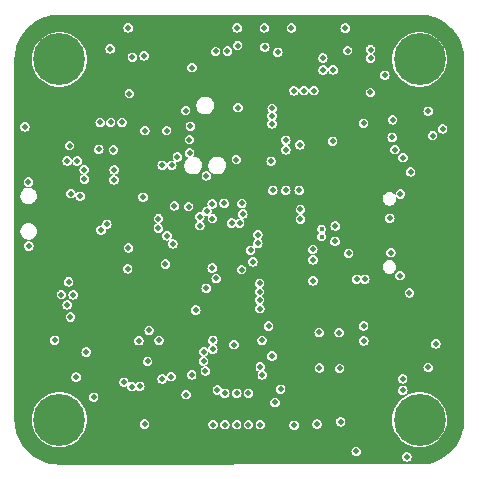
<source format=gbr>
%TF.GenerationSoftware,KiCad,Pcbnew,(6.0.4)*%
%TF.CreationDate,2023-01-18T12:07:05-06:00*%
%TF.ProjectId,Flight_Controller,466c6967-6874-45f4-936f-6e74726f6c6c,rev?*%
%TF.SameCoordinates,Original*%
%TF.FileFunction,Copper,L5,Inr*%
%TF.FilePolarity,Positive*%
%FSLAX46Y46*%
G04 Gerber Fmt 4.6, Leading zero omitted, Abs format (unit mm)*
G04 Created by KiCad (PCBNEW (6.0.4)) date 2023-01-18 12:07:05*
%MOMM*%
%LPD*%
G01*
G04 APERTURE LIST*
%TA.AperFunction,ComponentPad*%
%ADD10C,0.700000*%
%TD*%
%TA.AperFunction,ComponentPad*%
%ADD11C,4.400000*%
%TD*%
%TA.AperFunction,ViaPad*%
%ADD12C,0.508000*%
%TD*%
%TA.AperFunction,ViaPad*%
%ADD13C,0.400000*%
%TD*%
G04 APERTURE END LIST*
D10*
%TO.N,N/C*%
%TO.C,H3*%
X122510000Y-94110000D03*
D11*
X122510000Y-92460000D03*
D10*
X123676726Y-91293274D03*
X121343274Y-93626726D03*
X123676726Y-93626726D03*
X124160000Y-92460000D03*
X121343274Y-91293274D03*
X122510000Y-90810000D03*
X120860000Y-92460000D03*
%TD*%
%TO.N,N/C*%
%TO.C,H4*%
X121343274Y-63126726D03*
X123676726Y-60793274D03*
X121343274Y-60793274D03*
X122510000Y-60310000D03*
X122510000Y-63610000D03*
D11*
X122510000Y-61960000D03*
D10*
X124160000Y-61960000D03*
X120860000Y-61960000D03*
X123676726Y-63126726D03*
%TD*%
%TO.N,N/C*%
%TO.C,H1*%
X154176732Y-60793272D03*
X151843280Y-60793272D03*
X151843280Y-63126724D03*
X153010006Y-63609998D03*
X154660006Y-61959998D03*
X154176732Y-63126724D03*
D11*
X153010006Y-61959998D03*
D10*
X151360006Y-61959998D03*
X153010006Y-60309998D03*
%TD*%
%TO.N,N/C*%
%TO.C,H2*%
X154176726Y-93626726D03*
X153010000Y-90810000D03*
X154176726Y-91293274D03*
X154660000Y-92460000D03*
X151843274Y-91293274D03*
X153010000Y-94110000D03*
X151360000Y-92460000D03*
D11*
X153010000Y-92460000D03*
D10*
X151843274Y-93626726D03*
%TD*%
D12*
%TO.N,+3V3*%
X137940000Y-79750000D03*
X135450000Y-79620000D03*
%TO.N,GND*%
X140530000Y-66110000D03*
X140520000Y-67410000D03*
X140520000Y-66730000D03*
%TO.N,+5V*%
X147890000Y-70720000D03*
%TO.N,GND*%
X128300000Y-79690000D03*
X148850000Y-64750000D03*
X129750000Y-67980000D03*
X131600000Y-67975000D03*
X129600000Y-73625000D03*
X137300000Y-86100000D03*
X123300000Y-80775000D03*
X153750000Y-66330000D03*
X145690000Y-62840000D03*
X151360000Y-80260000D03*
X130120000Y-84900000D03*
X125970000Y-67290000D03*
X123690000Y-81890000D03*
X142925000Y-75475000D03*
X124275000Y-73525000D03*
X123380000Y-69250000D03*
X144520000Y-85070000D03*
X128440000Y-64850000D03*
X127980000Y-89280000D03*
X133550000Y-69860000D03*
X134940000Y-81320000D03*
X127150000Y-71300000D03*
X151930000Y-95610000D03*
X146250000Y-88120000D03*
X129240000Y-85770000D03*
X146330000Y-92640000D03*
X139530000Y-92880000D03*
X145874994Y-76049988D03*
X128340000Y-59280000D03*
X147000000Y-78375000D03*
X142170000Y-59270000D03*
X144540000Y-88070000D03*
X123930000Y-88850000D03*
X144840000Y-62850000D03*
X138710000Y-78100000D03*
X134400000Y-76020000D03*
X122120000Y-85720000D03*
X150910000Y-69590000D03*
X126860000Y-67290000D03*
X137570000Y-59270000D03*
X140225000Y-84525000D03*
X139530000Y-87980000D03*
X151390000Y-73350000D03*
X150070000Y-63280000D03*
X135530000Y-92880000D03*
X135800000Y-80500000D03*
X151610000Y-70260000D03*
X146200000Y-85080000D03*
X119940000Y-77750000D03*
X143980000Y-78040000D03*
X154390000Y-86040000D03*
X132030000Y-70910000D03*
X146920000Y-61200000D03*
X147690000Y-80570000D03*
X154120000Y-68400000D03*
X148270000Y-67360000D03*
X145850000Y-77350010D03*
X151590000Y-89960000D03*
X130950000Y-85750000D03*
X148860000Y-61860000D03*
X129730000Y-92820000D03*
X138530000Y-92880000D03*
X127140000Y-72150000D03*
X141010000Y-61340000D03*
X148860000Y-61120000D03*
X127820000Y-67290000D03*
%TO.N,+3V3*%
X142820000Y-73030000D03*
X141690000Y-68790000D03*
X142925000Y-74650000D03*
X148380000Y-80570000D03*
X119900000Y-72330000D03*
X133610000Y-67600000D03*
X140580000Y-73040000D03*
X141250000Y-89880000D03*
X132120000Y-77570000D03*
X139880000Y-59270000D03*
X143990000Y-78920000D03*
X141690000Y-69600000D03*
X143990000Y-80700000D03*
X140450000Y-70580000D03*
X146710000Y-59300000D03*
X151580000Y-88990000D03*
X137500000Y-70430000D03*
X139675000Y-85750000D03*
X141690000Y-73030000D03*
X131220000Y-70900000D03*
%TO.N,+5V*%
X134930000Y-80420000D03*
X122120000Y-86730000D03*
X121830000Y-67710000D03*
X125490000Y-85870000D03*
X154400000Y-87030000D03*
X153740000Y-67310000D03*
X125670000Y-63170000D03*
X144950000Y-71940000D03*
X146200000Y-74220000D03*
X129090000Y-93180000D03*
X122130000Y-84730000D03*
X147320000Y-92670000D03*
X133210000Y-91110000D03*
X130730000Y-59260000D03*
%TO.N,+BATT*%
X142380000Y-64610000D03*
X143220000Y-64600000D03*
X144060000Y-64590000D03*
%TO.N,Net-(C24-Pad1)*%
X150730000Y-67070000D03*
X145650000Y-68870000D03*
%TO.N,Net-(C25-Pad1)*%
X127100000Y-69610000D03*
%TO.N,+9V*%
X123180000Y-70550000D03*
X126810000Y-61060000D03*
X124630000Y-72100000D03*
X140770000Y-91000000D03*
X124030000Y-70560000D03*
X147644500Y-95150000D03*
X124610000Y-71290000D03*
%TO.N,NRST*%
X128370000Y-77910000D03*
X133530000Y-68740000D03*
%TO.N,ESC_TEL_RX*%
X135750000Y-61280000D03*
X123170000Y-82730000D03*
%TO.N,ADC_Current*%
X136750000Y-61250000D03*
X130900000Y-76240000D03*
%TO.N,RADIO_RX*%
X129330000Y-89630000D03*
%TO.N,RADIO_TX*%
X128640000Y-89656000D03*
%TO.N,Net-(P1-PadA5)*%
X150490000Y-75390000D03*
X152250000Y-71480000D03*
%TO.N,Net-(P1-PadB5)*%
X152160000Y-81710000D03*
X150580000Y-78316979D03*
%TO.N,VIDEO_IN*%
X124780000Y-86730000D03*
%TO.N,V_SENSE1*%
X125850000Y-69569500D03*
X132260000Y-74350000D03*
%TO.N,V_SENSE2*%
X150690000Y-68550000D03*
%TO.N,BOOT0*%
X133460000Y-74410000D03*
X123480000Y-73310000D03*
%TO.N,GPS_TX*%
X128700000Y-61760000D03*
X139310000Y-77530000D03*
%TO.N,GYRO_CS*%
X136460000Y-74140000D03*
%TO.N,GYRO_SCK*%
X137960000Y-74150000D03*
%TO.N,GYRO_MOSI*%
X137112500Y-75810000D03*
%TO.N,GYRO_MISO*%
X137780000Y-75830000D03*
%TO.N,GYRO_INT1*%
X138890000Y-79090000D03*
X130910000Y-75430000D03*
%TO.N,OSD_CS*%
X139480000Y-83050000D03*
X134076044Y-83173956D03*
%TO.N,OSD_MOSI*%
X139470000Y-80910000D03*
X133720000Y-88650000D03*
%TO.N,OSD_CLK*%
X139470000Y-82310000D03*
X131220000Y-89000000D03*
%TO.N,OSD_MISO*%
X139470000Y-81610000D03*
X131980000Y-88810000D03*
%TO.N,Flash_CS*%
X139700000Y-88650000D03*
X134880000Y-88330000D03*
%TO.N,Flash_MISO*%
X134740000Y-86690000D03*
X140520000Y-87060000D03*
%TO.N,Flash_MOSI*%
X135516000Y-86484948D03*
X148280000Y-84520000D03*
%TO.N,Flash_CLK*%
X134730000Y-87490000D03*
X148300000Y-85790000D03*
%TO.N,ADC_BATT*%
X131630000Y-76880000D03*
X144830000Y-61840000D03*
D13*
%TO.N,/Connectors/D-*%
X144730000Y-76952500D03*
D12*
%TO.N,LED_STRIP*%
X119600000Y-67660000D03*
X153740000Y-88030000D03*
X123450000Y-83760000D03*
X129980000Y-87520000D03*
X154960000Y-67830000D03*
%TO.N,DJI_TX*%
X142390000Y-92930000D03*
X137530000Y-92880000D03*
%TO.N,DJI_RX*%
X136530000Y-92870000D03*
%TO.N,DJI_SBUS*%
X135900000Y-89940000D03*
%TO.N,GPS_RX*%
X129700000Y-61650000D03*
X139310000Y-76780000D03*
%TO.N,GPS_I2C_SDA*%
X139910000Y-60920000D03*
X132500000Y-70220000D03*
%TO.N,GPS_I2C_SCL*%
X137610000Y-60780000D03*
X133210000Y-66280000D03*
D13*
%TO.N,/Connectors/D+*%
X144730000Y-76317500D03*
D12*
%TO.N,VIDEO_OUT*%
X122690000Y-81870000D03*
X144330000Y-92830000D03*
%TO.N,Motor 1*%
X138040000Y-75030000D03*
X142880000Y-69180000D03*
%TO.N,Motor 2*%
X135480000Y-75430000D03*
X137640000Y-66040000D03*
%TO.N,Motor 3*%
X135460000Y-74190000D03*
%TO.N,Motor 4*%
X134960000Y-71810000D03*
%TO.N,Motor 5*%
X133751044Y-62651044D03*
X135020000Y-74800000D03*
%TO.N,GPIO_3*%
X137540000Y-90210000D03*
X126530000Y-75910000D03*
%TO.N,GPIO_4*%
X126044000Y-76410000D03*
X138530000Y-90210000D03*
%TO.N,GPIO_1*%
X133250000Y-90330000D03*
X131500000Y-79280000D03*
%TO.N,GPIO_2*%
X136530000Y-90210000D03*
X135516000Y-85740000D03*
%TO.N,Net-(R27-Pad1)*%
X125420000Y-90550000D03*
X134400000Y-75260000D03*
%TD*%
%TA.AperFunction,Conductor*%
%TO.N,+5V*%
G36*
X152991324Y-58161444D02*
G01*
X153009641Y-58165656D01*
X153013715Y-58164734D01*
X153013718Y-58164734D01*
X153023483Y-58162524D01*
X153033491Y-58161654D01*
X153380596Y-58178707D01*
X153384220Y-58179064D01*
X153672116Y-58221768D01*
X153749442Y-58233238D01*
X153753009Y-58233948D01*
X154111177Y-58323664D01*
X154114647Y-58324717D01*
X154282702Y-58384848D01*
X154462290Y-58449106D01*
X154465653Y-58450499D01*
X154799422Y-58608360D01*
X154802633Y-58610076D01*
X155119329Y-58799896D01*
X155122356Y-58801919D01*
X155418911Y-59021860D01*
X155421726Y-59024170D01*
X155460153Y-59058998D01*
X155692959Y-59270000D01*
X155695302Y-59272124D01*
X155697871Y-59274693D01*
X155720808Y-59300000D01*
X155945830Y-59548274D01*
X155948140Y-59551089D01*
X156168081Y-59847644D01*
X156170104Y-59850671D01*
X156359924Y-60167367D01*
X156361640Y-60170578D01*
X156519501Y-60504347D01*
X156520894Y-60507710D01*
X156641041Y-60843495D01*
X156645281Y-60855346D01*
X156646336Y-60858823D01*
X156712203Y-61121780D01*
X156736052Y-61216989D01*
X156736762Y-61220560D01*
X156790936Y-61585780D01*
X156791293Y-61589403D01*
X156808326Y-61936099D01*
X156807427Y-61946234D01*
X156804344Y-61959641D01*
X156805266Y-61963716D01*
X156805266Y-61963717D01*
X156808585Y-61978383D01*
X156809500Y-61986571D01*
X156809500Y-92433010D01*
X156808556Y-92441324D01*
X156804344Y-92459641D01*
X156805266Y-92463715D01*
X156805266Y-92463718D01*
X156807476Y-92473483D01*
X156808346Y-92483491D01*
X156791293Y-92830596D01*
X156790936Y-92834220D01*
X156750186Y-93108938D01*
X156741673Y-93166335D01*
X156736762Y-93199440D01*
X156736052Y-93203009D01*
X156702614Y-93336505D01*
X156646338Y-93561170D01*
X156645283Y-93564647D01*
X156622880Y-93627259D01*
X156520894Y-93912290D01*
X156519501Y-93915653D01*
X156361640Y-94249422D01*
X156359924Y-94252633D01*
X156170104Y-94569329D01*
X156168081Y-94572356D01*
X155948140Y-94868911D01*
X155945830Y-94871726D01*
X155697876Y-95145302D01*
X155695307Y-95147871D01*
X155633431Y-95203952D01*
X155421726Y-95395830D01*
X155418911Y-95398140D01*
X155122356Y-95618081D01*
X155119329Y-95620104D01*
X154802633Y-95809924D01*
X154799422Y-95811640D01*
X154465653Y-95969501D01*
X154462290Y-95970894D01*
X154114647Y-96095283D01*
X154111177Y-96096336D01*
X153753011Y-96186052D01*
X153749442Y-96186762D01*
X153550270Y-96216305D01*
X153544907Y-96216706D01*
X144730707Y-96232490D01*
X129647724Y-96259500D01*
X122536990Y-96259500D01*
X122528676Y-96258556D01*
X122523979Y-96257476D01*
X122510359Y-96254344D01*
X122506285Y-96255266D01*
X122506282Y-96255266D01*
X122496517Y-96257476D01*
X122486509Y-96258346D01*
X122139404Y-96241293D01*
X122135780Y-96240936D01*
X121847884Y-96198232D01*
X121770558Y-96186762D01*
X121766989Y-96186052D01*
X121408823Y-96096336D01*
X121405353Y-96095283D01*
X121057710Y-95970894D01*
X121054347Y-95969501D01*
X120720578Y-95811640D01*
X120717367Y-95809924D01*
X120400671Y-95620104D01*
X120397644Y-95618081D01*
X120386748Y-95610000D01*
X151523495Y-95610000D01*
X151543391Y-95735617D01*
X151601131Y-95848938D01*
X151691062Y-95938869D01*
X151747722Y-95967739D01*
X151801780Y-95995283D01*
X151801782Y-95995284D01*
X151804383Y-95996609D01*
X151930000Y-96016505D01*
X151932885Y-96016048D01*
X152052732Y-95997066D01*
X152055617Y-95996609D01*
X152058218Y-95995284D01*
X152058220Y-95995283D01*
X152112277Y-95967739D01*
X152168938Y-95938869D01*
X152258869Y-95848938D01*
X152316609Y-95735617D01*
X152336505Y-95610000D01*
X152316609Y-95484383D01*
X152313800Y-95478869D01*
X152260195Y-95373665D01*
X152258869Y-95371062D01*
X152168938Y-95281131D01*
X152112277Y-95252261D01*
X152058220Y-95224717D01*
X152058218Y-95224716D01*
X152055617Y-95223391D01*
X151930000Y-95203495D01*
X151804383Y-95223391D01*
X151801782Y-95224716D01*
X151801780Y-95224717D01*
X151747723Y-95252261D01*
X151691062Y-95281131D01*
X151601131Y-95371062D01*
X151599805Y-95373665D01*
X151546201Y-95478869D01*
X151543391Y-95484383D01*
X151523495Y-95610000D01*
X120386748Y-95610000D01*
X120101089Y-95398140D01*
X120098274Y-95395830D01*
X119886569Y-95203952D01*
X119827042Y-95150000D01*
X147237995Y-95150000D01*
X147257891Y-95275617D01*
X147259216Y-95278218D01*
X147259217Y-95278220D01*
X147261752Y-95283195D01*
X147315631Y-95388938D01*
X147405562Y-95478869D01*
X147416384Y-95484383D01*
X147516280Y-95535283D01*
X147516282Y-95535284D01*
X147518883Y-95536609D01*
X147644500Y-95556505D01*
X147647385Y-95556048D01*
X147767232Y-95537066D01*
X147770117Y-95536609D01*
X147772718Y-95535284D01*
X147772720Y-95535283D01*
X147872616Y-95484383D01*
X147883438Y-95478869D01*
X147973369Y-95388938D01*
X148027248Y-95283195D01*
X148029783Y-95278220D01*
X148029784Y-95278218D01*
X148031109Y-95275617D01*
X148051005Y-95150000D01*
X148031109Y-95024383D01*
X147973369Y-94911062D01*
X147883438Y-94821131D01*
X147787608Y-94772303D01*
X147772720Y-94764717D01*
X147772718Y-94764716D01*
X147770117Y-94763391D01*
X147644500Y-94743495D01*
X147518883Y-94763391D01*
X147516282Y-94764716D01*
X147516280Y-94764717D01*
X147501392Y-94772303D01*
X147405562Y-94821131D01*
X147315631Y-94911062D01*
X147257891Y-95024383D01*
X147237995Y-95150000D01*
X119827042Y-95150000D01*
X119824693Y-95147871D01*
X119822124Y-95145302D01*
X119574170Y-94871726D01*
X119571860Y-94868911D01*
X119351919Y-94572356D01*
X119349896Y-94569329D01*
X119160076Y-94252633D01*
X119158360Y-94249422D01*
X119000499Y-93915653D01*
X118999106Y-93912290D01*
X118897120Y-93627259D01*
X118874717Y-93564647D01*
X118873662Y-93561170D01*
X118817387Y-93336505D01*
X118783948Y-93203009D01*
X118783238Y-93199440D01*
X118778328Y-93166335D01*
X118769814Y-93108938D01*
X118729064Y-92834220D01*
X118728707Y-92830596D01*
X118711685Y-92484106D01*
X118712598Y-92473910D01*
X118715180Y-92462769D01*
X118715180Y-92462766D01*
X118715655Y-92460718D01*
X118715656Y-92460000D01*
X120177506Y-92460000D01*
X120197461Y-92764452D01*
X120197696Y-92765633D01*
X120197697Y-92765641D01*
X120219716Y-92876335D01*
X120256984Y-93063694D01*
X120257377Y-93064851D01*
X120257377Y-93064852D01*
X120258764Y-93068938D01*
X120355057Y-93352607D01*
X120355591Y-93353690D01*
X120355594Y-93353697D01*
X120457909Y-93561170D01*
X120490001Y-93626247D01*
X120659508Y-93879932D01*
X120860678Y-94109322D01*
X121090068Y-94310492D01*
X121343753Y-94479999D01*
X121344848Y-94480539D01*
X121616303Y-94614406D01*
X121616310Y-94614409D01*
X121617393Y-94614943D01*
X121906306Y-94713016D01*
X122017219Y-94735078D01*
X122204359Y-94772303D01*
X122204367Y-94772304D01*
X122205548Y-94772539D01*
X122510000Y-94792494D01*
X122814452Y-94772539D01*
X122815633Y-94772304D01*
X122815641Y-94772303D01*
X123002781Y-94735078D01*
X123113694Y-94713016D01*
X123402607Y-94614943D01*
X123403690Y-94614409D01*
X123403697Y-94614406D01*
X123675152Y-94480539D01*
X123676247Y-94479999D01*
X123929932Y-94310492D01*
X124159322Y-94109322D01*
X124360492Y-93879932D01*
X124529999Y-93626247D01*
X124562091Y-93561170D01*
X124664406Y-93353697D01*
X124664409Y-93353690D01*
X124664943Y-93352607D01*
X124761236Y-93068938D01*
X124762623Y-93064852D01*
X124762623Y-93064851D01*
X124763016Y-93063694D01*
X124800284Y-92876335D01*
X124811490Y-92820000D01*
X129323495Y-92820000D01*
X129323952Y-92822885D01*
X129340461Y-92927115D01*
X129343391Y-92945617D01*
X129344716Y-92948218D01*
X129344717Y-92948220D01*
X129354187Y-92966805D01*
X129401131Y-93058938D01*
X129491062Y-93148869D01*
X129547722Y-93177739D01*
X129601780Y-93205283D01*
X129601782Y-93205284D01*
X129604383Y-93206609D01*
X129730000Y-93226505D01*
X129732885Y-93226048D01*
X129852732Y-93207066D01*
X129855617Y-93206609D01*
X129858218Y-93205284D01*
X129858220Y-93205283D01*
X129912278Y-93177739D01*
X129968938Y-93148869D01*
X130058869Y-93058938D01*
X130105813Y-92966805D01*
X130115283Y-92948220D01*
X130115284Y-92948218D01*
X130116609Y-92945617D01*
X130119540Y-92927115D01*
X130127002Y-92880000D01*
X135123495Y-92880000D01*
X135143391Y-93005617D01*
X135144716Y-93008218D01*
X135144717Y-93008220D01*
X135167397Y-93052732D01*
X135201131Y-93118938D01*
X135291062Y-93208869D01*
X135324778Y-93226048D01*
X135401780Y-93265283D01*
X135401782Y-93265284D01*
X135404383Y-93266609D01*
X135530000Y-93286505D01*
X135532885Y-93286048D01*
X135652732Y-93267066D01*
X135655617Y-93266609D01*
X135658218Y-93265284D01*
X135658220Y-93265283D01*
X135735222Y-93226048D01*
X135768938Y-93208869D01*
X135858869Y-93118938D01*
X135892603Y-93052732D01*
X135915283Y-93008220D01*
X135915284Y-93008218D01*
X135916609Y-93005617D01*
X135936505Y-92880000D01*
X135934921Y-92870000D01*
X136123495Y-92870000D01*
X136123952Y-92872885D01*
X136139365Y-92970195D01*
X136143391Y-92995617D01*
X136144716Y-92998218D01*
X136144717Y-92998220D01*
X136159182Y-93026609D01*
X136201131Y-93108938D01*
X136291062Y-93198869D01*
X136325879Y-93216609D01*
X136401780Y-93255283D01*
X136401782Y-93255284D01*
X136404383Y-93256609D01*
X136530000Y-93276505D01*
X136532885Y-93276048D01*
X136652732Y-93257066D01*
X136655617Y-93256609D01*
X136658218Y-93255284D01*
X136658220Y-93255283D01*
X136734121Y-93216609D01*
X136768938Y-93198869D01*
X136858869Y-93108938D01*
X136900818Y-93026609D01*
X136915283Y-92998220D01*
X136915284Y-92998218D01*
X136916609Y-92995617D01*
X136920636Y-92970195D01*
X136934921Y-92880000D01*
X137123495Y-92880000D01*
X137143391Y-93005617D01*
X137144716Y-93008218D01*
X137144717Y-93008220D01*
X137167397Y-93052732D01*
X137201131Y-93118938D01*
X137291062Y-93208869D01*
X137324778Y-93226048D01*
X137401780Y-93265283D01*
X137401782Y-93265284D01*
X137404383Y-93266609D01*
X137530000Y-93286505D01*
X137532885Y-93286048D01*
X137652732Y-93267066D01*
X137655617Y-93266609D01*
X137658218Y-93265284D01*
X137658220Y-93265283D01*
X137735222Y-93226048D01*
X137768938Y-93208869D01*
X137858869Y-93118938D01*
X137892603Y-93052732D01*
X137915283Y-93008220D01*
X137915284Y-93008218D01*
X137916609Y-93005617D01*
X137936505Y-92880000D01*
X138123495Y-92880000D01*
X138143391Y-93005617D01*
X138144716Y-93008218D01*
X138144717Y-93008220D01*
X138167397Y-93052732D01*
X138201131Y-93118938D01*
X138291062Y-93208869D01*
X138324778Y-93226048D01*
X138401780Y-93265283D01*
X138401782Y-93265284D01*
X138404383Y-93266609D01*
X138530000Y-93286505D01*
X138532885Y-93286048D01*
X138652732Y-93267066D01*
X138655617Y-93266609D01*
X138658218Y-93265284D01*
X138658220Y-93265283D01*
X138735222Y-93226048D01*
X138768938Y-93208869D01*
X138858869Y-93118938D01*
X138892603Y-93052732D01*
X138915283Y-93008220D01*
X138915284Y-93008218D01*
X138916609Y-93005617D01*
X138936505Y-92880000D01*
X139123495Y-92880000D01*
X139143391Y-93005617D01*
X139144716Y-93008218D01*
X139144717Y-93008220D01*
X139167397Y-93052732D01*
X139201131Y-93118938D01*
X139291062Y-93208869D01*
X139324778Y-93226048D01*
X139401780Y-93265283D01*
X139401782Y-93265284D01*
X139404383Y-93266609D01*
X139530000Y-93286505D01*
X139532885Y-93286048D01*
X139652732Y-93267066D01*
X139655617Y-93266609D01*
X139658218Y-93265284D01*
X139658220Y-93265283D01*
X139735222Y-93226048D01*
X139768938Y-93208869D01*
X139858869Y-93118938D01*
X139892603Y-93052732D01*
X139915283Y-93008220D01*
X139915284Y-93008218D01*
X139916609Y-93005617D01*
X139928586Y-92930000D01*
X141983495Y-92930000D01*
X141983952Y-92932885D01*
X141998587Y-93025283D01*
X142003391Y-93055617D01*
X142061131Y-93168938D01*
X142151062Y-93258869D01*
X142184778Y-93276048D01*
X142261780Y-93315283D01*
X142261782Y-93315284D01*
X142264383Y-93316609D01*
X142390000Y-93336505D01*
X142392885Y-93336048D01*
X142512732Y-93317066D01*
X142515617Y-93316609D01*
X142518218Y-93315284D01*
X142518220Y-93315283D01*
X142595222Y-93276048D01*
X142628938Y-93258869D01*
X142718869Y-93168938D01*
X142776609Y-93055617D01*
X142781414Y-93025283D01*
X142796048Y-92932885D01*
X142796505Y-92930000D01*
X142780666Y-92830000D01*
X143923495Y-92830000D01*
X143943391Y-92955617D01*
X143944716Y-92958218D01*
X143944717Y-92958220D01*
X143950143Y-92968869D01*
X144001131Y-93068938D01*
X144091062Y-93158869D01*
X144147722Y-93187739D01*
X144201780Y-93215283D01*
X144201782Y-93215284D01*
X144204383Y-93216609D01*
X144330000Y-93236505D01*
X144332885Y-93236048D01*
X144452732Y-93217066D01*
X144455617Y-93216609D01*
X144458218Y-93215284D01*
X144458220Y-93215283D01*
X144512278Y-93187739D01*
X144568938Y-93158869D01*
X144658869Y-93068938D01*
X144709857Y-92968869D01*
X144715283Y-92958220D01*
X144715284Y-92958218D01*
X144716609Y-92955617D01*
X144736505Y-92830000D01*
X144716609Y-92704383D01*
X144710188Y-92691780D01*
X144683804Y-92640000D01*
X145923495Y-92640000D01*
X145943391Y-92765617D01*
X146001131Y-92878938D01*
X146091062Y-92968869D01*
X146137896Y-92992732D01*
X146201780Y-93025283D01*
X146201782Y-93025284D01*
X146204383Y-93026609D01*
X146330000Y-93046505D01*
X146332885Y-93046048D01*
X146452732Y-93027066D01*
X146455617Y-93026609D01*
X146458218Y-93025284D01*
X146458220Y-93025283D01*
X146522104Y-92992732D01*
X146568938Y-92968869D01*
X146658869Y-92878938D01*
X146716609Y-92765617D01*
X146736505Y-92640000D01*
X146722219Y-92549805D01*
X146717066Y-92517268D01*
X146716609Y-92514383D01*
X146710909Y-92503195D01*
X146688900Y-92460000D01*
X150677506Y-92460000D01*
X150697461Y-92764452D01*
X150697696Y-92765633D01*
X150697697Y-92765641D01*
X150719716Y-92876335D01*
X150756984Y-93063694D01*
X150757377Y-93064851D01*
X150757377Y-93064852D01*
X150758764Y-93068938D01*
X150855057Y-93352607D01*
X150855591Y-93353690D01*
X150855594Y-93353697D01*
X150957909Y-93561170D01*
X150990001Y-93626247D01*
X151159508Y-93879932D01*
X151360678Y-94109322D01*
X151590068Y-94310492D01*
X151843753Y-94479999D01*
X151844848Y-94480539D01*
X152116303Y-94614406D01*
X152116310Y-94614409D01*
X152117393Y-94614943D01*
X152406306Y-94713016D01*
X152517219Y-94735078D01*
X152704359Y-94772303D01*
X152704367Y-94772304D01*
X152705548Y-94772539D01*
X153010000Y-94792494D01*
X153314452Y-94772539D01*
X153315633Y-94772304D01*
X153315641Y-94772303D01*
X153502781Y-94735078D01*
X153613694Y-94713016D01*
X153902607Y-94614943D01*
X153903690Y-94614409D01*
X153903697Y-94614406D01*
X154175152Y-94480539D01*
X154176247Y-94479999D01*
X154429932Y-94310492D01*
X154659322Y-94109322D01*
X154860492Y-93879932D01*
X155029999Y-93626247D01*
X155062091Y-93561170D01*
X155164406Y-93353697D01*
X155164409Y-93353690D01*
X155164943Y-93352607D01*
X155261236Y-93068938D01*
X155262623Y-93064852D01*
X155262623Y-93064851D01*
X155263016Y-93063694D01*
X155300284Y-92876335D01*
X155322303Y-92765641D01*
X155322304Y-92765633D01*
X155322539Y-92764452D01*
X155342494Y-92460000D01*
X155322539Y-92155548D01*
X155322304Y-92154367D01*
X155322303Y-92154359D01*
X155263254Y-91857504D01*
X155263016Y-91856306D01*
X155164943Y-91567393D01*
X155164409Y-91566310D01*
X155164406Y-91566303D01*
X155030539Y-91294848D01*
X155029999Y-91293753D01*
X154991634Y-91236335D01*
X154861161Y-91041069D01*
X154861160Y-91041067D01*
X154860492Y-91040068D01*
X154659322Y-90810678D01*
X154429932Y-90609508D01*
X154411311Y-90597066D01*
X154177259Y-90440677D01*
X154177257Y-90440676D01*
X154176247Y-90440001D01*
X154144577Y-90424383D01*
X153903697Y-90305594D01*
X153903690Y-90305591D01*
X153902607Y-90305057D01*
X153613694Y-90206984D01*
X153483074Y-90181002D01*
X153315641Y-90147697D01*
X153315633Y-90147696D01*
X153314452Y-90147461D01*
X153010000Y-90127506D01*
X152705548Y-90147461D01*
X152704367Y-90147696D01*
X152704359Y-90147697D01*
X152536926Y-90181002D01*
X152406306Y-90206984D01*
X152117393Y-90305057D01*
X152116310Y-90305591D01*
X152116303Y-90305594D01*
X151875423Y-90424383D01*
X151843753Y-90440001D01*
X151842743Y-90440676D01*
X151842741Y-90440677D01*
X151608689Y-90597066D01*
X151590068Y-90609508D01*
X151360678Y-90810678D01*
X151159508Y-91040068D01*
X151158840Y-91041067D01*
X151158839Y-91041069D01*
X151028367Y-91236335D01*
X150990001Y-91293753D01*
X150989461Y-91294848D01*
X150855594Y-91566303D01*
X150855591Y-91566310D01*
X150855057Y-91567393D01*
X150756984Y-91856306D01*
X150756746Y-91857504D01*
X150697697Y-92154359D01*
X150697696Y-92154367D01*
X150697461Y-92155548D01*
X150677506Y-92460000D01*
X146688900Y-92460000D01*
X146679458Y-92441470D01*
X146658869Y-92401062D01*
X146568938Y-92311131D01*
X146512277Y-92282261D01*
X146458220Y-92254717D01*
X146458218Y-92254716D01*
X146455617Y-92253391D01*
X146330000Y-92233495D01*
X146204383Y-92253391D01*
X146201782Y-92254716D01*
X146201780Y-92254717D01*
X146147723Y-92282261D01*
X146091062Y-92311131D01*
X146001131Y-92401062D01*
X145980542Y-92441470D01*
X145949092Y-92503195D01*
X145943391Y-92514383D01*
X145942934Y-92517268D01*
X145937781Y-92549805D01*
X145923495Y-92640000D01*
X144683804Y-92640000D01*
X144660195Y-92593665D01*
X144658869Y-92591062D01*
X144568938Y-92501131D01*
X144494620Y-92463264D01*
X144458220Y-92444717D01*
X144458218Y-92444716D01*
X144455617Y-92443391D01*
X144443489Y-92441470D01*
X144332885Y-92423952D01*
X144330000Y-92423495D01*
X144327115Y-92423952D01*
X144216512Y-92441470D01*
X144204383Y-92443391D01*
X144201782Y-92444716D01*
X144201780Y-92444717D01*
X144165380Y-92463264D01*
X144091062Y-92501131D01*
X144001131Y-92591062D01*
X143999805Y-92593665D01*
X143949813Y-92691780D01*
X143943391Y-92704383D01*
X143923495Y-92830000D01*
X142780666Y-92830000D01*
X142780209Y-92827115D01*
X142777066Y-92807268D01*
X142776609Y-92804383D01*
X142718869Y-92691062D01*
X142628938Y-92601131D01*
X142572278Y-92572261D01*
X142518220Y-92544717D01*
X142518218Y-92544716D01*
X142515617Y-92543391D01*
X142390000Y-92523495D01*
X142264383Y-92543391D01*
X142261782Y-92544716D01*
X142261780Y-92544717D01*
X142207723Y-92572261D01*
X142151062Y-92601131D01*
X142061131Y-92691062D01*
X142003391Y-92804383D01*
X142002934Y-92807268D01*
X141999791Y-92827115D01*
X141983495Y-92930000D01*
X139928586Y-92930000D01*
X139936505Y-92880000D01*
X139916609Y-92754383D01*
X139910188Y-92741780D01*
X139860195Y-92643665D01*
X139858869Y-92641062D01*
X139768938Y-92551131D01*
X139696816Y-92514383D01*
X139658220Y-92494717D01*
X139658218Y-92494716D01*
X139655617Y-92493391D01*
X139530000Y-92473495D01*
X139404383Y-92493391D01*
X139401782Y-92494716D01*
X139401780Y-92494717D01*
X139363184Y-92514383D01*
X139291062Y-92551131D01*
X139201131Y-92641062D01*
X139199805Y-92643665D01*
X139149813Y-92741780D01*
X139143391Y-92754383D01*
X139123495Y-92880000D01*
X138936505Y-92880000D01*
X138916609Y-92754383D01*
X138910188Y-92741780D01*
X138860195Y-92643665D01*
X138858869Y-92641062D01*
X138768938Y-92551131D01*
X138696816Y-92514383D01*
X138658220Y-92494717D01*
X138658218Y-92494716D01*
X138655617Y-92493391D01*
X138530000Y-92473495D01*
X138404383Y-92493391D01*
X138401782Y-92494716D01*
X138401780Y-92494717D01*
X138363184Y-92514383D01*
X138291062Y-92551131D01*
X138201131Y-92641062D01*
X138199805Y-92643665D01*
X138149813Y-92741780D01*
X138143391Y-92754383D01*
X138123495Y-92880000D01*
X137936505Y-92880000D01*
X137916609Y-92754383D01*
X137910188Y-92741780D01*
X137860195Y-92643665D01*
X137858869Y-92641062D01*
X137768938Y-92551131D01*
X137696816Y-92514383D01*
X137658220Y-92494717D01*
X137658218Y-92494716D01*
X137655617Y-92493391D01*
X137530000Y-92473495D01*
X137404383Y-92493391D01*
X137401782Y-92494716D01*
X137401780Y-92494717D01*
X137363184Y-92514383D01*
X137291062Y-92551131D01*
X137201131Y-92641062D01*
X137199805Y-92643665D01*
X137149813Y-92741780D01*
X137143391Y-92754383D01*
X137123495Y-92880000D01*
X136934921Y-92880000D01*
X136936048Y-92872885D01*
X136936505Y-92870000D01*
X136916609Y-92744383D01*
X136858869Y-92631062D01*
X136768938Y-92541131D01*
X136711333Y-92511780D01*
X136658220Y-92484717D01*
X136658218Y-92484716D01*
X136655617Y-92483391D01*
X136530000Y-92463495D01*
X136404383Y-92483391D01*
X136401782Y-92484716D01*
X136401780Y-92484717D01*
X136348667Y-92511780D01*
X136291062Y-92541131D01*
X136201131Y-92631062D01*
X136143391Y-92744383D01*
X136123495Y-92870000D01*
X135934921Y-92870000D01*
X135916609Y-92754383D01*
X135910188Y-92741780D01*
X135860195Y-92643665D01*
X135858869Y-92641062D01*
X135768938Y-92551131D01*
X135696816Y-92514383D01*
X135658220Y-92494717D01*
X135658218Y-92494716D01*
X135655617Y-92493391D01*
X135530000Y-92473495D01*
X135404383Y-92493391D01*
X135401782Y-92494716D01*
X135401780Y-92494717D01*
X135363184Y-92514383D01*
X135291062Y-92551131D01*
X135201131Y-92641062D01*
X135199805Y-92643665D01*
X135149813Y-92741780D01*
X135143391Y-92754383D01*
X135123495Y-92880000D01*
X130127002Y-92880000D01*
X130136048Y-92822885D01*
X130136505Y-92820000D01*
X130116609Y-92694383D01*
X130058869Y-92581062D01*
X129968938Y-92491131D01*
X129907840Y-92460000D01*
X129858220Y-92434717D01*
X129858218Y-92434716D01*
X129855617Y-92433391D01*
X129730000Y-92413495D01*
X129604383Y-92433391D01*
X129601782Y-92434716D01*
X129601780Y-92434717D01*
X129552160Y-92460000D01*
X129491062Y-92491131D01*
X129401131Y-92581062D01*
X129343391Y-92694383D01*
X129323495Y-92820000D01*
X124811490Y-92820000D01*
X124822303Y-92765641D01*
X124822304Y-92765633D01*
X124822539Y-92764452D01*
X124842494Y-92460000D01*
X124822539Y-92155548D01*
X124822304Y-92154367D01*
X124822303Y-92154359D01*
X124763254Y-91857504D01*
X124763016Y-91856306D01*
X124664943Y-91567393D01*
X124664409Y-91566310D01*
X124664406Y-91566303D01*
X124530539Y-91294848D01*
X124529999Y-91293753D01*
X124491634Y-91236335D01*
X124361161Y-91041069D01*
X124361160Y-91041067D01*
X124360492Y-91040068D01*
X124325353Y-91000000D01*
X140363495Y-91000000D01*
X140383391Y-91125617D01*
X140441131Y-91238938D01*
X140531062Y-91328869D01*
X140587722Y-91357739D01*
X140641780Y-91385283D01*
X140641782Y-91385284D01*
X140644383Y-91386609D01*
X140770000Y-91406505D01*
X140772885Y-91406048D01*
X140892732Y-91387066D01*
X140895617Y-91386609D01*
X140898218Y-91385284D01*
X140898220Y-91385283D01*
X140952278Y-91357739D01*
X141008938Y-91328869D01*
X141098869Y-91238938D01*
X141156609Y-91125617D01*
X141176505Y-91000000D01*
X141156609Y-90874383D01*
X141098869Y-90761062D01*
X141008938Y-90671131D01*
X140900832Y-90616048D01*
X140898220Y-90614717D01*
X140898218Y-90614716D01*
X140895617Y-90613391D01*
X140770000Y-90593495D01*
X140644383Y-90613391D01*
X140641782Y-90614716D01*
X140641780Y-90614717D01*
X140639168Y-90616048D01*
X140531062Y-90671131D01*
X140441131Y-90761062D01*
X140383391Y-90874383D01*
X140363495Y-91000000D01*
X124325353Y-91000000D01*
X124159322Y-90810678D01*
X123929932Y-90609508D01*
X123911311Y-90597066D01*
X123840872Y-90550000D01*
X125013495Y-90550000D01*
X125033391Y-90675617D01*
X125091131Y-90788938D01*
X125181062Y-90878869D01*
X125237722Y-90907739D01*
X125291780Y-90935283D01*
X125291782Y-90935284D01*
X125294383Y-90936609D01*
X125420000Y-90956505D01*
X125422885Y-90956048D01*
X125542732Y-90937066D01*
X125545617Y-90936609D01*
X125548218Y-90935284D01*
X125548220Y-90935283D01*
X125602277Y-90907739D01*
X125658938Y-90878869D01*
X125748869Y-90788938D01*
X125806609Y-90675617D01*
X125826505Y-90550000D01*
X125806609Y-90424383D01*
X125758518Y-90330000D01*
X132843495Y-90330000D01*
X132863391Y-90455617D01*
X132921131Y-90568938D01*
X133011062Y-90658869D01*
X133067722Y-90687739D01*
X133121780Y-90715283D01*
X133121782Y-90715284D01*
X133124383Y-90716609D01*
X133250000Y-90736505D01*
X133252885Y-90736048D01*
X133372732Y-90717066D01*
X133375617Y-90716609D01*
X133378218Y-90715284D01*
X133378220Y-90715283D01*
X133432278Y-90687739D01*
X133488938Y-90658869D01*
X133578869Y-90568938D01*
X133636609Y-90455617D01*
X133656505Y-90330000D01*
X133636609Y-90204383D01*
X133634887Y-90201002D01*
X133594124Y-90121002D01*
X133578869Y-90091062D01*
X133488938Y-90001131D01*
X133408214Y-89960000D01*
X133378220Y-89944717D01*
X133378218Y-89944716D01*
X133375617Y-89943391D01*
X133372423Y-89942885D01*
X133354208Y-89940000D01*
X135493495Y-89940000D01*
X135513391Y-90065617D01*
X135514716Y-90068218D01*
X135514717Y-90068220D01*
X135524423Y-90087268D01*
X135571131Y-90178938D01*
X135661062Y-90268869D01*
X135700314Y-90288869D01*
X135771780Y-90325283D01*
X135771782Y-90325284D01*
X135774383Y-90326609D01*
X135777268Y-90327066D01*
X135813042Y-90332732D01*
X135900000Y-90346505D01*
X135902885Y-90346048D01*
X136022732Y-90327066D01*
X136025617Y-90326609D01*
X136028218Y-90325284D01*
X136028220Y-90325283D01*
X136056130Y-90311062D01*
X136087779Y-90294936D01*
X136116085Y-90292708D01*
X136137677Y-90311149D01*
X136141264Y-90322188D01*
X136143391Y-90335617D01*
X136144716Y-90338218D01*
X136144717Y-90338220D01*
X136158896Y-90366048D01*
X136201131Y-90448938D01*
X136291062Y-90538869D01*
X136307246Y-90547115D01*
X136401780Y-90595283D01*
X136401782Y-90595284D01*
X136404383Y-90596609D01*
X136530000Y-90616505D01*
X136532885Y-90616048D01*
X136652732Y-90597066D01*
X136655617Y-90596609D01*
X136658218Y-90595284D01*
X136658220Y-90595283D01*
X136752754Y-90547115D01*
X136768938Y-90538869D01*
X136858869Y-90448938D01*
X136901104Y-90366048D01*
X136915283Y-90338220D01*
X136915284Y-90338218D01*
X136916609Y-90335617D01*
X136936505Y-90210000D01*
X137133495Y-90210000D01*
X137153391Y-90335617D01*
X137154716Y-90338218D01*
X137154717Y-90338220D01*
X137168896Y-90366048D01*
X137211131Y-90448938D01*
X137301062Y-90538869D01*
X137317246Y-90547115D01*
X137411780Y-90595283D01*
X137411782Y-90595284D01*
X137414383Y-90596609D01*
X137540000Y-90616505D01*
X137542885Y-90616048D01*
X137662732Y-90597066D01*
X137665617Y-90596609D01*
X137668218Y-90595284D01*
X137668220Y-90595283D01*
X137762754Y-90547115D01*
X137778938Y-90538869D01*
X137868869Y-90448938D01*
X137911104Y-90366048D01*
X137925283Y-90338220D01*
X137925284Y-90338218D01*
X137926609Y-90335617D01*
X137946505Y-90210000D01*
X138123495Y-90210000D01*
X138143391Y-90335617D01*
X138144716Y-90338218D01*
X138144717Y-90338220D01*
X138158896Y-90366048D01*
X138201131Y-90448938D01*
X138291062Y-90538869D01*
X138307246Y-90547115D01*
X138401780Y-90595283D01*
X138401782Y-90595284D01*
X138404383Y-90596609D01*
X138530000Y-90616505D01*
X138532885Y-90616048D01*
X138652732Y-90597066D01*
X138655617Y-90596609D01*
X138658218Y-90595284D01*
X138658220Y-90595283D01*
X138752754Y-90547115D01*
X138768938Y-90538869D01*
X138858869Y-90448938D01*
X138901104Y-90366048D01*
X138915283Y-90338220D01*
X138915284Y-90338218D01*
X138916609Y-90335617D01*
X138936505Y-90210000D01*
X138916609Y-90084383D01*
X138894649Y-90041283D01*
X138876476Y-90005617D01*
X138858869Y-89971062D01*
X138768938Y-89881131D01*
X138766718Y-89880000D01*
X140843495Y-89880000D01*
X140863391Y-90005617D01*
X140864716Y-90008218D01*
X140864717Y-90008220D01*
X140878896Y-90036048D01*
X140921131Y-90118938D01*
X141011062Y-90208869D01*
X141067723Y-90237739D01*
X141121780Y-90265283D01*
X141121782Y-90265284D01*
X141124383Y-90266609D01*
X141250000Y-90286505D01*
X141252885Y-90286048D01*
X141372732Y-90267066D01*
X141375617Y-90266609D01*
X141378218Y-90265284D01*
X141378220Y-90265283D01*
X141432277Y-90237739D01*
X141488938Y-90208869D01*
X141578869Y-90118938D01*
X141621104Y-90036048D01*
X141635283Y-90008220D01*
X141635284Y-90008218D01*
X141636609Y-90005617D01*
X141643834Y-89960000D01*
X151183495Y-89960000D01*
X151190720Y-90005617D01*
X151196652Y-90043066D01*
X151203391Y-90085617D01*
X151204716Y-90088218D01*
X151204717Y-90088220D01*
X151224775Y-90127585D01*
X151261131Y-90198938D01*
X151351062Y-90288869D01*
X151394618Y-90311062D01*
X151461780Y-90345283D01*
X151461782Y-90345284D01*
X151464383Y-90346609D01*
X151590000Y-90366505D01*
X151592885Y-90366048D01*
X151712732Y-90347066D01*
X151715617Y-90346609D01*
X151718218Y-90345284D01*
X151718220Y-90345283D01*
X151785382Y-90311062D01*
X151828938Y-90288869D01*
X151918869Y-90198938D01*
X151955225Y-90127585D01*
X151975283Y-90088220D01*
X151975284Y-90088218D01*
X151976609Y-90085617D01*
X151983349Y-90043066D01*
X151989280Y-90005617D01*
X151996505Y-89960000D01*
X151981670Y-89866335D01*
X151977066Y-89837268D01*
X151976609Y-89834383D01*
X151971009Y-89823391D01*
X151935006Y-89752732D01*
X151918869Y-89721062D01*
X151828938Y-89631131D01*
X151733893Y-89582703D01*
X151718220Y-89574717D01*
X151718218Y-89574716D01*
X151715617Y-89573391D01*
X151590000Y-89553495D01*
X151464383Y-89573391D01*
X151461782Y-89574716D01*
X151461780Y-89574717D01*
X151446107Y-89582703D01*
X151351062Y-89631131D01*
X151261131Y-89721062D01*
X151244994Y-89752732D01*
X151208992Y-89823391D01*
X151203391Y-89834383D01*
X151202934Y-89837268D01*
X151198330Y-89866335D01*
X151183495Y-89960000D01*
X141643834Y-89960000D01*
X141656505Y-89880000D01*
X141641335Y-89784220D01*
X141637066Y-89757268D01*
X141636609Y-89754383D01*
X141620958Y-89723665D01*
X141602023Y-89686505D01*
X141578869Y-89641062D01*
X141488938Y-89551131D01*
X141397190Y-89504383D01*
X141378220Y-89494717D01*
X141378218Y-89494716D01*
X141375617Y-89493391D01*
X141250000Y-89473495D01*
X141124383Y-89493391D01*
X141121782Y-89494716D01*
X141121780Y-89494717D01*
X141102810Y-89504383D01*
X141011062Y-89551131D01*
X140921131Y-89641062D01*
X140897977Y-89686505D01*
X140879043Y-89723665D01*
X140863391Y-89754383D01*
X140862934Y-89757268D01*
X140858665Y-89784220D01*
X140843495Y-89880000D01*
X138766718Y-89880000D01*
X138677190Y-89834383D01*
X138658220Y-89824717D01*
X138658218Y-89824716D01*
X138655617Y-89823391D01*
X138530000Y-89803495D01*
X138404383Y-89823391D01*
X138401782Y-89824716D01*
X138401780Y-89824717D01*
X138382810Y-89834383D01*
X138291062Y-89881131D01*
X138201131Y-89971062D01*
X138183524Y-90005617D01*
X138165352Y-90041283D01*
X138143391Y-90084383D01*
X138123495Y-90210000D01*
X137946505Y-90210000D01*
X137926609Y-90084383D01*
X137904649Y-90041283D01*
X137886476Y-90005617D01*
X137868869Y-89971062D01*
X137778938Y-89881131D01*
X137687190Y-89834383D01*
X137668220Y-89824717D01*
X137668218Y-89824716D01*
X137665617Y-89823391D01*
X137540000Y-89803495D01*
X137414383Y-89823391D01*
X137411782Y-89824716D01*
X137411780Y-89824717D01*
X137392810Y-89834383D01*
X137301062Y-89881131D01*
X137211131Y-89971062D01*
X137193524Y-90005617D01*
X137175352Y-90041283D01*
X137153391Y-90084383D01*
X137133495Y-90210000D01*
X136936505Y-90210000D01*
X136916609Y-90084383D01*
X136894649Y-90041283D01*
X136876476Y-90005617D01*
X136858869Y-89971062D01*
X136768938Y-89881131D01*
X136677190Y-89834383D01*
X136658220Y-89824717D01*
X136658218Y-89824716D01*
X136655617Y-89823391D01*
X136530000Y-89803495D01*
X136404383Y-89823391D01*
X136401782Y-89824716D01*
X136401780Y-89824717D01*
X136382810Y-89834383D01*
X136342221Y-89855064D01*
X136313915Y-89857292D01*
X136292323Y-89838851D01*
X136288736Y-89827812D01*
X136287066Y-89817268D01*
X136286609Y-89814383D01*
X136281062Y-89803495D01*
X136240386Y-89723665D01*
X136228869Y-89701062D01*
X136138938Y-89611131D01*
X136063972Y-89572934D01*
X136028220Y-89554717D01*
X136028218Y-89554716D01*
X136025617Y-89553391D01*
X135900000Y-89533495D01*
X135774383Y-89553391D01*
X135771782Y-89554716D01*
X135771780Y-89554717D01*
X135736028Y-89572934D01*
X135661062Y-89611131D01*
X135571131Y-89701062D01*
X135559614Y-89723665D01*
X135518939Y-89803495D01*
X135513391Y-89814383D01*
X135493495Y-89940000D01*
X133354208Y-89940000D01*
X133252885Y-89923952D01*
X133250000Y-89923495D01*
X133247115Y-89923952D01*
X133127578Y-89942885D01*
X133124383Y-89943391D01*
X133121782Y-89944716D01*
X133121780Y-89944717D01*
X133091786Y-89960000D01*
X133011062Y-90001131D01*
X132921131Y-90091062D01*
X132905876Y-90121002D01*
X132865114Y-90201002D01*
X132863391Y-90204383D01*
X132843495Y-90330000D01*
X125758518Y-90330000D01*
X125748869Y-90311062D01*
X125658938Y-90221131D01*
X125602277Y-90192261D01*
X125548220Y-90164717D01*
X125548218Y-90164716D01*
X125545617Y-90163391D01*
X125420000Y-90143495D01*
X125294383Y-90163391D01*
X125291782Y-90164716D01*
X125291780Y-90164717D01*
X125237723Y-90192261D01*
X125181062Y-90221131D01*
X125091131Y-90311062D01*
X125033391Y-90424383D01*
X125013495Y-90550000D01*
X123840872Y-90550000D01*
X123677259Y-90440677D01*
X123677257Y-90440676D01*
X123676247Y-90440001D01*
X123644577Y-90424383D01*
X123403697Y-90305594D01*
X123403690Y-90305591D01*
X123402607Y-90305057D01*
X123113694Y-90206984D01*
X122983074Y-90181002D01*
X122815641Y-90147697D01*
X122815633Y-90147696D01*
X122814452Y-90147461D01*
X122510000Y-90127506D01*
X122205548Y-90147461D01*
X122204367Y-90147696D01*
X122204359Y-90147697D01*
X122036926Y-90181002D01*
X121906306Y-90206984D01*
X121617393Y-90305057D01*
X121616310Y-90305591D01*
X121616303Y-90305594D01*
X121375423Y-90424383D01*
X121343753Y-90440001D01*
X121342743Y-90440676D01*
X121342741Y-90440677D01*
X121108689Y-90597066D01*
X121090068Y-90609508D01*
X120860678Y-90810678D01*
X120659508Y-91040068D01*
X120658840Y-91041067D01*
X120658839Y-91041069D01*
X120528367Y-91236335D01*
X120490001Y-91293753D01*
X120489461Y-91294848D01*
X120355594Y-91566303D01*
X120355591Y-91566310D01*
X120355057Y-91567393D01*
X120256984Y-91856306D01*
X120256746Y-91857504D01*
X120197697Y-92154359D01*
X120197696Y-92154367D01*
X120197461Y-92155548D01*
X120177506Y-92460000D01*
X118715656Y-92460000D01*
X118711429Y-92441469D01*
X118710500Y-92433219D01*
X118710500Y-89280000D01*
X127573495Y-89280000D01*
X127573952Y-89282885D01*
X127588587Y-89375283D01*
X127593391Y-89405617D01*
X127594716Y-89408218D01*
X127594717Y-89408220D01*
X127608730Y-89435721D01*
X127651131Y-89518938D01*
X127741062Y-89608869D01*
X127797723Y-89637739D01*
X127851780Y-89665283D01*
X127851782Y-89665284D01*
X127854383Y-89666609D01*
X127980000Y-89686505D01*
X127982885Y-89686048D01*
X128102732Y-89667066D01*
X128105617Y-89666609D01*
X128108218Y-89665284D01*
X128108220Y-89665283D01*
X128155756Y-89641062D01*
X128180010Y-89628704D01*
X128208316Y-89626476D01*
X128229908Y-89644917D01*
X128232603Y-89656141D01*
X128233495Y-89656000D01*
X128249078Y-89754383D01*
X128253391Y-89781617D01*
X128254716Y-89784218D01*
X128254717Y-89784220D01*
X128278950Y-89831780D01*
X128311131Y-89894938D01*
X128401062Y-89984869D01*
X128430376Y-89999805D01*
X128511780Y-90041283D01*
X128511782Y-90041284D01*
X128514383Y-90042609D01*
X128640000Y-90062505D01*
X128642885Y-90062048D01*
X128762732Y-90043066D01*
X128765617Y-90042609D01*
X128768218Y-90041284D01*
X128768220Y-90041283D01*
X128849624Y-89999805D01*
X128878938Y-89984869D01*
X128968869Y-89894938D01*
X128969024Y-89895093D01*
X128991735Y-89881173D01*
X129019346Y-89887800D01*
X129023775Y-89891582D01*
X129091062Y-89958869D01*
X129114992Y-89971062D01*
X129201780Y-90015283D01*
X129201782Y-90015284D01*
X129204383Y-90016609D01*
X129330000Y-90036505D01*
X129332885Y-90036048D01*
X129452732Y-90017066D01*
X129455617Y-90016609D01*
X129458218Y-90015284D01*
X129458220Y-90015283D01*
X129545008Y-89971062D01*
X129568938Y-89958869D01*
X129658869Y-89868938D01*
X129716609Y-89755617D01*
X129736505Y-89630000D01*
X129716609Y-89504383D01*
X129711009Y-89493391D01*
X129667611Y-89408220D01*
X129658869Y-89391062D01*
X129568938Y-89301131D01*
X129467597Y-89249495D01*
X129458220Y-89244717D01*
X129458218Y-89244716D01*
X129455617Y-89243391D01*
X129330000Y-89223495D01*
X129204383Y-89243391D01*
X129201782Y-89244716D01*
X129201780Y-89244717D01*
X129192403Y-89249495D01*
X129091062Y-89301131D01*
X129001131Y-89391062D01*
X129000976Y-89390907D01*
X128978265Y-89404827D01*
X128950654Y-89398200D01*
X128946225Y-89394418D01*
X128878938Y-89327131D01*
X128808190Y-89291083D01*
X128768220Y-89270717D01*
X128768218Y-89270716D01*
X128765617Y-89269391D01*
X128640000Y-89249495D01*
X128514383Y-89269391D01*
X128511782Y-89270716D01*
X128511780Y-89270717D01*
X128478304Y-89287774D01*
X128439990Y-89307296D01*
X128411684Y-89309524D01*
X128390092Y-89291083D01*
X128387397Y-89279859D01*
X128386505Y-89280000D01*
X128367066Y-89157268D01*
X128366609Y-89154383D01*
X128350482Y-89122731D01*
X128322948Y-89068694D01*
X128308869Y-89041062D01*
X128267807Y-89000000D01*
X130813495Y-89000000D01*
X130833391Y-89125617D01*
X130834716Y-89128218D01*
X130834717Y-89128220D01*
X130840143Y-89138869D01*
X130891131Y-89238938D01*
X130981062Y-89328869D01*
X131029005Y-89353297D01*
X131091780Y-89385283D01*
X131091782Y-89385284D01*
X131094383Y-89386609D01*
X131097268Y-89387066D01*
X131153978Y-89396048D01*
X131220000Y-89406505D01*
X131222885Y-89406048D01*
X131225607Y-89405617D01*
X131286022Y-89396048D01*
X131342732Y-89387066D01*
X131345617Y-89386609D01*
X131348218Y-89385284D01*
X131348220Y-89385283D01*
X131410995Y-89353297D01*
X131458938Y-89328869D01*
X131548869Y-89238938D01*
X131599857Y-89138869D01*
X131605283Y-89128220D01*
X131605284Y-89128218D01*
X131606609Y-89125617D01*
X131611790Y-89092905D01*
X131626626Y-89068694D01*
X131654236Y-89062065D01*
X131674667Y-89072474D01*
X131741062Y-89138869D01*
X131771510Y-89154383D01*
X131851780Y-89195283D01*
X131851782Y-89195284D01*
X131854383Y-89196609D01*
X131980000Y-89216505D01*
X131982885Y-89216048D01*
X132102732Y-89197066D01*
X132105617Y-89196609D01*
X132108218Y-89195284D01*
X132108220Y-89195283D01*
X132188490Y-89154383D01*
X132218938Y-89138869D01*
X132308869Y-89048938D01*
X132366609Y-88935617D01*
X132386505Y-88810000D01*
X132366609Y-88684383D01*
X132360909Y-88673195D01*
X132349090Y-88650000D01*
X133313495Y-88650000D01*
X133333391Y-88775617D01*
X133391131Y-88888938D01*
X133481062Y-88978869D01*
X133497246Y-88987115D01*
X133591780Y-89035283D01*
X133591782Y-89035284D01*
X133594383Y-89036609D01*
X133720000Y-89056505D01*
X133722885Y-89056048D01*
X133842732Y-89037066D01*
X133845617Y-89036609D01*
X133848218Y-89035284D01*
X133848220Y-89035283D01*
X133942754Y-88987115D01*
X133958938Y-88978869D01*
X134048869Y-88888938D01*
X134106609Y-88775617D01*
X134126505Y-88650000D01*
X134106609Y-88524383D01*
X134104277Y-88519805D01*
X134061600Y-88436048D01*
X134048869Y-88411062D01*
X133958938Y-88321131D01*
X133883696Y-88282793D01*
X133848220Y-88264717D01*
X133848218Y-88264716D01*
X133845617Y-88263391D01*
X133835945Y-88261859D01*
X133749832Y-88248220D01*
X133720000Y-88243495D01*
X133690168Y-88248220D01*
X133604056Y-88261859D01*
X133594383Y-88263391D01*
X133591782Y-88264716D01*
X133591780Y-88264717D01*
X133556304Y-88282793D01*
X133481062Y-88321131D01*
X133391131Y-88411062D01*
X133378400Y-88436048D01*
X133335724Y-88519805D01*
X133333391Y-88524383D01*
X133313495Y-88650000D01*
X132349090Y-88650000D01*
X132325341Y-88603391D01*
X132308869Y-88571062D01*
X132218938Y-88481131D01*
X132130458Y-88436048D01*
X132108220Y-88424717D01*
X132108218Y-88424716D01*
X132105617Y-88423391D01*
X131980000Y-88403495D01*
X131854383Y-88423391D01*
X131851782Y-88424716D01*
X131851780Y-88424717D01*
X131829542Y-88436048D01*
X131741062Y-88481131D01*
X131651131Y-88571062D01*
X131634659Y-88603391D01*
X131599092Y-88673195D01*
X131593391Y-88684383D01*
X131588215Y-88717066D01*
X131588210Y-88717095D01*
X131573374Y-88741306D01*
X131545764Y-88747935D01*
X131525333Y-88737526D01*
X131458938Y-88671131D01*
X131402277Y-88642261D01*
X131348220Y-88614717D01*
X131348218Y-88614716D01*
X131345617Y-88613391D01*
X131330913Y-88611062D01*
X131222885Y-88593952D01*
X131220000Y-88593495D01*
X131217115Y-88593952D01*
X131109088Y-88611062D01*
X131094383Y-88613391D01*
X131091782Y-88614716D01*
X131091780Y-88614717D01*
X131037723Y-88642261D01*
X130981062Y-88671131D01*
X130891131Y-88761062D01*
X130889805Y-88763665D01*
X130839813Y-88861780D01*
X130833391Y-88874383D01*
X130813495Y-89000000D01*
X128267807Y-89000000D01*
X128218938Y-88951131D01*
X128162278Y-88922261D01*
X128108220Y-88894717D01*
X128108218Y-88894716D01*
X128105617Y-88893391D01*
X127980000Y-88873495D01*
X127854383Y-88893391D01*
X127851782Y-88894716D01*
X127851780Y-88894717D01*
X127797722Y-88922261D01*
X127741062Y-88951131D01*
X127651131Y-89041062D01*
X127637052Y-89068694D01*
X127609519Y-89122731D01*
X127593391Y-89154383D01*
X127573495Y-89280000D01*
X118710500Y-89280000D01*
X118710500Y-88850000D01*
X123523495Y-88850000D01*
X123543391Y-88975617D01*
X123544716Y-88978218D01*
X123544717Y-88978220D01*
X123552189Y-88992885D01*
X123601131Y-89088938D01*
X123691062Y-89178869D01*
X123725879Y-89196609D01*
X123801780Y-89235283D01*
X123801782Y-89235284D01*
X123804383Y-89236609D01*
X123807268Y-89237066D01*
X123832119Y-89241002D01*
X123930000Y-89256505D01*
X123932885Y-89256048D01*
X123971374Y-89249952D01*
X124027881Y-89241002D01*
X124052732Y-89237066D01*
X124055617Y-89236609D01*
X124058218Y-89235284D01*
X124058220Y-89235283D01*
X124134121Y-89196609D01*
X124168938Y-89178869D01*
X124258869Y-89088938D01*
X124307811Y-88992885D01*
X124315283Y-88978220D01*
X124315284Y-88978218D01*
X124316609Y-88975617D01*
X124336505Y-88850000D01*
X124316609Y-88724383D01*
X124311973Y-88715283D01*
X124260195Y-88613665D01*
X124258869Y-88611062D01*
X124168938Y-88521131D01*
X124112278Y-88492261D01*
X124058220Y-88464717D01*
X124058218Y-88464716D01*
X124055617Y-88463391D01*
X124006535Y-88455617D01*
X123932885Y-88443952D01*
X123930000Y-88443495D01*
X123927115Y-88443952D01*
X123853466Y-88455617D01*
X123804383Y-88463391D01*
X123801782Y-88464716D01*
X123801780Y-88464717D01*
X123747723Y-88492261D01*
X123691062Y-88521131D01*
X123601131Y-88611062D01*
X123599805Y-88613665D01*
X123548028Y-88715283D01*
X123543391Y-88724383D01*
X123523495Y-88850000D01*
X118710500Y-88850000D01*
X118710500Y-87520000D01*
X129573495Y-87520000D01*
X129593391Y-87645617D01*
X129594716Y-87648218D01*
X129594717Y-87648220D01*
X129597252Y-87653195D01*
X129651131Y-87758938D01*
X129741062Y-87848869D01*
X129751884Y-87854383D01*
X129851780Y-87905283D01*
X129851782Y-87905284D01*
X129854383Y-87906609D01*
X129857268Y-87907066D01*
X129860286Y-87907544D01*
X129980000Y-87926505D01*
X129982885Y-87926048D01*
X130102732Y-87907066D01*
X130105617Y-87906609D01*
X130108218Y-87905284D01*
X130108220Y-87905283D01*
X130208116Y-87854383D01*
X130218938Y-87848869D01*
X130308869Y-87758938D01*
X130362748Y-87653195D01*
X130365283Y-87648220D01*
X130365284Y-87648218D01*
X130366609Y-87645617D01*
X130386505Y-87520000D01*
X130381753Y-87490000D01*
X134323495Y-87490000D01*
X134343391Y-87615617D01*
X134344716Y-87618218D01*
X134344717Y-87618220D01*
X134358218Y-87644717D01*
X134401131Y-87728938D01*
X134491062Y-87818869D01*
X134514992Y-87831062D01*
X134601780Y-87875283D01*
X134601782Y-87875284D01*
X134604383Y-87876609D01*
X134607268Y-87877066D01*
X134706024Y-87892708D01*
X134730235Y-87907544D01*
X134736863Y-87935155D01*
X134722027Y-87959366D01*
X134717068Y-87962404D01*
X134641062Y-88001131D01*
X134551131Y-88091062D01*
X134549805Y-88093665D01*
X134497858Y-88195617D01*
X134493391Y-88204383D01*
X134473495Y-88330000D01*
X134493391Y-88455617D01*
X134494716Y-88458218D01*
X134494717Y-88458220D01*
X134503801Y-88476048D01*
X134551131Y-88568938D01*
X134641062Y-88658869D01*
X134686027Y-88681780D01*
X134751780Y-88715283D01*
X134751782Y-88715284D01*
X134754383Y-88716609D01*
X134757268Y-88717066D01*
X134817191Y-88726557D01*
X134880000Y-88736505D01*
X134882885Y-88736048D01*
X135002732Y-88717066D01*
X135005617Y-88716609D01*
X135008218Y-88715284D01*
X135008220Y-88715283D01*
X135073973Y-88681780D01*
X135118938Y-88658869D01*
X135208869Y-88568938D01*
X135256199Y-88476048D01*
X135265283Y-88458220D01*
X135265284Y-88458218D01*
X135266609Y-88455617D01*
X135286505Y-88330000D01*
X135266609Y-88204383D01*
X135262143Y-88195617D01*
X135210195Y-88093665D01*
X135208869Y-88091062D01*
X135118938Y-88001131D01*
X135077466Y-87980000D01*
X139123495Y-87980000D01*
X139143391Y-88105617D01*
X139144716Y-88108218D01*
X139144717Y-88108220D01*
X139152189Y-88122885D01*
X139201131Y-88218938D01*
X139291062Y-88308869D01*
X139366305Y-88347207D01*
X139384746Y-88368798D01*
X139382518Y-88397106D01*
X139375696Y-88406497D01*
X139371131Y-88411062D01*
X139358400Y-88436048D01*
X139315724Y-88519805D01*
X139313391Y-88524383D01*
X139293495Y-88650000D01*
X139313391Y-88775617D01*
X139371131Y-88888938D01*
X139461062Y-88978869D01*
X139477246Y-88987115D01*
X139571780Y-89035283D01*
X139571782Y-89035284D01*
X139574383Y-89036609D01*
X139700000Y-89056505D01*
X139702885Y-89056048D01*
X139822732Y-89037066D01*
X139825617Y-89036609D01*
X139828218Y-89035284D01*
X139828220Y-89035283D01*
X139917092Y-88990000D01*
X151173495Y-88990000D01*
X151193391Y-89115617D01*
X151194716Y-89118218D01*
X151194717Y-89118220D01*
X151204187Y-89136805D01*
X151251131Y-89228938D01*
X151341062Y-89318869D01*
X151360688Y-89328869D01*
X151451780Y-89375283D01*
X151451782Y-89375284D01*
X151454383Y-89376609D01*
X151580000Y-89396505D01*
X151582885Y-89396048D01*
X151593177Y-89394418D01*
X151705617Y-89376609D01*
X151708218Y-89375284D01*
X151708220Y-89375283D01*
X151799312Y-89328869D01*
X151818938Y-89318869D01*
X151908869Y-89228938D01*
X151955813Y-89136805D01*
X151965283Y-89118220D01*
X151965284Y-89118218D01*
X151966609Y-89115617D01*
X151986505Y-88990000D01*
X151976557Y-88927191D01*
X151967066Y-88867268D01*
X151966609Y-88864383D01*
X151960751Y-88852885D01*
X151919910Y-88772732D01*
X151908869Y-88751062D01*
X151818938Y-88661131D01*
X151725243Y-88613391D01*
X151708220Y-88604717D01*
X151708218Y-88604716D01*
X151705617Y-88603391D01*
X151580000Y-88583495D01*
X151454383Y-88603391D01*
X151451782Y-88604716D01*
X151451780Y-88604717D01*
X151434757Y-88613391D01*
X151341062Y-88661131D01*
X151251131Y-88751062D01*
X151240090Y-88772732D01*
X151199250Y-88852885D01*
X151193391Y-88864383D01*
X151192934Y-88867268D01*
X151183443Y-88927191D01*
X151173495Y-88990000D01*
X139917092Y-88990000D01*
X139922754Y-88987115D01*
X139938938Y-88978869D01*
X140028869Y-88888938D01*
X140086609Y-88775617D01*
X140106505Y-88650000D01*
X140086609Y-88524383D01*
X140084277Y-88519805D01*
X140041600Y-88436048D01*
X140028869Y-88411062D01*
X139938938Y-88321131D01*
X139863695Y-88282793D01*
X139845254Y-88261202D01*
X139847482Y-88232894D01*
X139854304Y-88223503D01*
X139858869Y-88218938D01*
X139907811Y-88122885D01*
X139915283Y-88108220D01*
X139915284Y-88108218D01*
X139916609Y-88105617D01*
X139922250Y-88070000D01*
X144133495Y-88070000D01*
X144153391Y-88195617D01*
X144154716Y-88198218D01*
X144154717Y-88198220D01*
X144177397Y-88242732D01*
X144211131Y-88308938D01*
X144301062Y-88398869D01*
X144357723Y-88427739D01*
X144411780Y-88455283D01*
X144411782Y-88455284D01*
X144414383Y-88456609D01*
X144540000Y-88476505D01*
X144542885Y-88476048D01*
X144662732Y-88457066D01*
X144665617Y-88456609D01*
X144668218Y-88455284D01*
X144668220Y-88455283D01*
X144722278Y-88427739D01*
X144778938Y-88398869D01*
X144868869Y-88308938D01*
X144902603Y-88242732D01*
X144925283Y-88198220D01*
X144925284Y-88198218D01*
X144926609Y-88195617D01*
X144938586Y-88120000D01*
X145843495Y-88120000D01*
X145863391Y-88245617D01*
X145864716Y-88248218D01*
X145864717Y-88248220D01*
X145876325Y-88271002D01*
X145921131Y-88358938D01*
X146011062Y-88448869D01*
X146064404Y-88476048D01*
X146121780Y-88505283D01*
X146121782Y-88505284D01*
X146124383Y-88506609D01*
X146250000Y-88526505D01*
X146252885Y-88526048D01*
X146263398Y-88524383D01*
X146375617Y-88506609D01*
X146378218Y-88505284D01*
X146378220Y-88505283D01*
X146435596Y-88476048D01*
X146488938Y-88448869D01*
X146578869Y-88358938D01*
X146623675Y-88271002D01*
X146635283Y-88248220D01*
X146635284Y-88248218D01*
X146636609Y-88245617D01*
X146656505Y-88120000D01*
X146642250Y-88030000D01*
X153333495Y-88030000D01*
X153353391Y-88155617D01*
X153411131Y-88268938D01*
X153501062Y-88358869D01*
X153520549Y-88368798D01*
X153611780Y-88415283D01*
X153611782Y-88415284D01*
X153614383Y-88416609D01*
X153740000Y-88436505D01*
X153742885Y-88436048D01*
X153862732Y-88417066D01*
X153865617Y-88416609D01*
X153868218Y-88415284D01*
X153868220Y-88415283D01*
X153959451Y-88368798D01*
X153978938Y-88358869D01*
X154068869Y-88268938D01*
X154126609Y-88155617D01*
X154146505Y-88030000D01*
X154131483Y-87935155D01*
X154127066Y-87907268D01*
X154126609Y-87904383D01*
X154120661Y-87892708D01*
X154070195Y-87793665D01*
X154068869Y-87791062D01*
X153978938Y-87701131D01*
X153905073Y-87663495D01*
X153868220Y-87644717D01*
X153868218Y-87644716D01*
X153865617Y-87643391D01*
X153861457Y-87642732D01*
X153742885Y-87623952D01*
X153740000Y-87623495D01*
X153737115Y-87623952D01*
X153618544Y-87642732D01*
X153614383Y-87643391D01*
X153611782Y-87644716D01*
X153611780Y-87644717D01*
X153574927Y-87663495D01*
X153501062Y-87701131D01*
X153411131Y-87791062D01*
X153409805Y-87793665D01*
X153359340Y-87892708D01*
X153353391Y-87904383D01*
X153352934Y-87907268D01*
X153348517Y-87935155D01*
X153333495Y-88030000D01*
X146642250Y-88030000D01*
X146636609Y-87994383D01*
X146630751Y-87982885D01*
X146602023Y-87926505D01*
X146578869Y-87881062D01*
X146488938Y-87791131D01*
X146395781Y-87743665D01*
X146378220Y-87734717D01*
X146378218Y-87734716D01*
X146375617Y-87733391D01*
X146250000Y-87713495D01*
X146124383Y-87733391D01*
X146121782Y-87734716D01*
X146121780Y-87734717D01*
X146104219Y-87743665D01*
X146011062Y-87791131D01*
X145921131Y-87881062D01*
X145897977Y-87926505D01*
X145869250Y-87982885D01*
X145863391Y-87994383D01*
X145843495Y-88120000D01*
X144938586Y-88120000D01*
X144946505Y-88070000D01*
X144926609Y-87944383D01*
X144868869Y-87831062D01*
X144778938Y-87741131D01*
X144722278Y-87712261D01*
X144668220Y-87684717D01*
X144668218Y-87684716D01*
X144665617Y-87683391D01*
X144540000Y-87663495D01*
X144414383Y-87683391D01*
X144411782Y-87684716D01*
X144411780Y-87684717D01*
X144357722Y-87712261D01*
X144301062Y-87741131D01*
X144211131Y-87831062D01*
X144153391Y-87944383D01*
X144133495Y-88070000D01*
X139922250Y-88070000D01*
X139936505Y-87980000D01*
X139916609Y-87854383D01*
X139913800Y-87848869D01*
X139860195Y-87743665D01*
X139858869Y-87741062D01*
X139768938Y-87651131D01*
X139693576Y-87612732D01*
X139658220Y-87594717D01*
X139658218Y-87594716D01*
X139655617Y-87593391D01*
X139530000Y-87573495D01*
X139404383Y-87593391D01*
X139401782Y-87594716D01*
X139401780Y-87594717D01*
X139366424Y-87612732D01*
X139291062Y-87651131D01*
X139201131Y-87741062D01*
X139199805Y-87743665D01*
X139146201Y-87848869D01*
X139143391Y-87854383D01*
X139123495Y-87980000D01*
X135077466Y-87980000D01*
X135036970Y-87959366D01*
X135008220Y-87944717D01*
X135008218Y-87944716D01*
X135005617Y-87943391D01*
X134995446Y-87941780D01*
X134903976Y-87927292D01*
X134879765Y-87912456D01*
X134873137Y-87884845D01*
X134887973Y-87860634D01*
X134892932Y-87857596D01*
X134968938Y-87818869D01*
X135058869Y-87728938D01*
X135101782Y-87644717D01*
X135115283Y-87618220D01*
X135115284Y-87618218D01*
X135116609Y-87615617D01*
X135136505Y-87490000D01*
X135116609Y-87364383D01*
X135058869Y-87251062D01*
X134968938Y-87161131D01*
X134899212Y-87125604D01*
X134880771Y-87104013D01*
X134882999Y-87075705D01*
X134898704Y-87060000D01*
X140113495Y-87060000D01*
X140133391Y-87185617D01*
X140134716Y-87188218D01*
X140134717Y-87188220D01*
X140137252Y-87193195D01*
X140191131Y-87298938D01*
X140281062Y-87388869D01*
X140291884Y-87394383D01*
X140391780Y-87445283D01*
X140391782Y-87445284D01*
X140394383Y-87446609D01*
X140520000Y-87466505D01*
X140522885Y-87466048D01*
X140642732Y-87447066D01*
X140645617Y-87446609D01*
X140648218Y-87445284D01*
X140648220Y-87445283D01*
X140748116Y-87394383D01*
X140758938Y-87388869D01*
X140848869Y-87298938D01*
X140902748Y-87193195D01*
X140905283Y-87188220D01*
X140905284Y-87188218D01*
X140906609Y-87185617D01*
X140926505Y-87060000D01*
X140906609Y-86934383D01*
X140904887Y-86931002D01*
X140874830Y-86872014D01*
X140848869Y-86821062D01*
X140758938Y-86731131D01*
X140672552Y-86687115D01*
X140648220Y-86674717D01*
X140648218Y-86674716D01*
X140645617Y-86673391D01*
X140520000Y-86653495D01*
X140394383Y-86673391D01*
X140391782Y-86674716D01*
X140391780Y-86674717D01*
X140367448Y-86687115D01*
X140281062Y-86731131D01*
X140191131Y-86821062D01*
X140165170Y-86872014D01*
X140135114Y-86931002D01*
X140133391Y-86934383D01*
X140113495Y-87060000D01*
X134898704Y-87060000D01*
X134899212Y-87059492D01*
X134948587Y-87034333D01*
X134978938Y-87018869D01*
X135068869Y-86928938D01*
X135107698Y-86852732D01*
X135125283Y-86818220D01*
X135125284Y-86818218D01*
X135126609Y-86815617D01*
X135136036Y-86756098D01*
X135150872Y-86731887D01*
X135178483Y-86725259D01*
X135198913Y-86735668D01*
X135277062Y-86813817D01*
X135296390Y-86823665D01*
X135387780Y-86870231D01*
X135387782Y-86870232D01*
X135390383Y-86871557D01*
X135516000Y-86891453D01*
X135518885Y-86890996D01*
X135638732Y-86872014D01*
X135641617Y-86871557D01*
X135644218Y-86870232D01*
X135644220Y-86870231D01*
X135735610Y-86823665D01*
X135754938Y-86813817D01*
X135844869Y-86723886D01*
X135902609Y-86610565D01*
X135922505Y-86484948D01*
X135902609Y-86359331D01*
X135894255Y-86342934D01*
X135864201Y-86283952D01*
X135844869Y-86246010D01*
X135754938Y-86156079D01*
X135734234Y-86145530D01*
X135715793Y-86123939D01*
X135717677Y-86100000D01*
X136893495Y-86100000D01*
X136913391Y-86225617D01*
X136971131Y-86338938D01*
X137061062Y-86428869D01*
X137101924Y-86449689D01*
X137171780Y-86485283D01*
X137171782Y-86485284D01*
X137174383Y-86486609D01*
X137300000Y-86506505D01*
X137302885Y-86506048D01*
X137422732Y-86487066D01*
X137425617Y-86486609D01*
X137428218Y-86485284D01*
X137428220Y-86485283D01*
X137498076Y-86449689D01*
X137538938Y-86428869D01*
X137628869Y-86338938D01*
X137686609Y-86225617D01*
X137706505Y-86100000D01*
X137687657Y-85981002D01*
X137687066Y-85977268D01*
X137686609Y-85974383D01*
X137678740Y-85958938D01*
X137630195Y-85863665D01*
X137628869Y-85861062D01*
X137538938Y-85771131D01*
X137497466Y-85750000D01*
X139268495Y-85750000D01*
X139288391Y-85875617D01*
X139289716Y-85878218D01*
X139289717Y-85878220D01*
X139299908Y-85898220D01*
X139346131Y-85988938D01*
X139436062Y-86078869D01*
X139471872Y-86097115D01*
X139546780Y-86135283D01*
X139546782Y-86135284D01*
X139549383Y-86136609D01*
X139675000Y-86156505D01*
X139677885Y-86156048D01*
X139686062Y-86154753D01*
X139800617Y-86136609D01*
X139803218Y-86135284D01*
X139803220Y-86135283D01*
X139878128Y-86097115D01*
X139913938Y-86078869D01*
X140003869Y-85988938D01*
X140050092Y-85898220D01*
X140060283Y-85878220D01*
X140060284Y-85878218D01*
X140061609Y-85875617D01*
X140075170Y-85790000D01*
X147893495Y-85790000D01*
X147913391Y-85915617D01*
X147971131Y-86028938D01*
X148061062Y-86118869D01*
X148095879Y-86136609D01*
X148171780Y-86175283D01*
X148171782Y-86175284D01*
X148174383Y-86176609D01*
X148300000Y-86196505D01*
X148302885Y-86196048D01*
X148422732Y-86177066D01*
X148425617Y-86176609D01*
X148428218Y-86175284D01*
X148428220Y-86175283D01*
X148504121Y-86136609D01*
X148538938Y-86118869D01*
X148617807Y-86040000D01*
X153983495Y-86040000D01*
X153989324Y-86076805D01*
X153998587Y-86135283D01*
X154003391Y-86165617D01*
X154004716Y-86168218D01*
X154004717Y-86168220D01*
X154018896Y-86196048D01*
X154061131Y-86278938D01*
X154151062Y-86368869D01*
X154207722Y-86397739D01*
X154261780Y-86425283D01*
X154261782Y-86425284D01*
X154264383Y-86426609D01*
X154390000Y-86446505D01*
X154392885Y-86446048D01*
X154512732Y-86427066D01*
X154515617Y-86426609D01*
X154518218Y-86425284D01*
X154518220Y-86425283D01*
X154572277Y-86397739D01*
X154628938Y-86368869D01*
X154718869Y-86278938D01*
X154761104Y-86196048D01*
X154775283Y-86168220D01*
X154775284Y-86168218D01*
X154776609Y-86165617D01*
X154781414Y-86135283D01*
X154790676Y-86076805D01*
X154796505Y-86040000D01*
X154776609Y-85914383D01*
X154718869Y-85801062D01*
X154628938Y-85711131D01*
X154537190Y-85664383D01*
X154518220Y-85654717D01*
X154518218Y-85654716D01*
X154515617Y-85653391D01*
X154390000Y-85633495D01*
X154264383Y-85653391D01*
X154261782Y-85654716D01*
X154261780Y-85654717D01*
X154242810Y-85664383D01*
X154151062Y-85711131D01*
X154061131Y-85801062D01*
X154003391Y-85914383D01*
X153983495Y-86040000D01*
X148617807Y-86040000D01*
X148628869Y-86028938D01*
X148686609Y-85915617D01*
X148706505Y-85790000D01*
X148686609Y-85664383D01*
X148681009Y-85653391D01*
X148630195Y-85553665D01*
X148628869Y-85551062D01*
X148538938Y-85461131D01*
X148482277Y-85432261D01*
X148428220Y-85404717D01*
X148428218Y-85404716D01*
X148425617Y-85403391D01*
X148405439Y-85400195D01*
X148302885Y-85383952D01*
X148300000Y-85383495D01*
X148297115Y-85383952D01*
X148194562Y-85400195D01*
X148174383Y-85403391D01*
X148171782Y-85404716D01*
X148171780Y-85404717D01*
X148117722Y-85432261D01*
X148061062Y-85461131D01*
X147971131Y-85551062D01*
X147969805Y-85553665D01*
X147918992Y-85653391D01*
X147913391Y-85664383D01*
X147893495Y-85790000D01*
X140075170Y-85790000D01*
X140081505Y-85750000D01*
X140067532Y-85661780D01*
X140062066Y-85627268D01*
X140061609Y-85624383D01*
X140055188Y-85611780D01*
X140015386Y-85533665D01*
X140003869Y-85511062D01*
X139913938Y-85421131D01*
X139838972Y-85382934D01*
X139803220Y-85364717D01*
X139803218Y-85364716D01*
X139800617Y-85363391D01*
X139675000Y-85343495D01*
X139549383Y-85363391D01*
X139546782Y-85364716D01*
X139546780Y-85364717D01*
X139511028Y-85382934D01*
X139436062Y-85421131D01*
X139346131Y-85511062D01*
X139334614Y-85533665D01*
X139294813Y-85611780D01*
X139288391Y-85624383D01*
X139287934Y-85627268D01*
X139282468Y-85661780D01*
X139268495Y-85750000D01*
X137497466Y-85750000D01*
X137432926Y-85717115D01*
X137428220Y-85714717D01*
X137428218Y-85714716D01*
X137425617Y-85713391D01*
X137300000Y-85693495D01*
X137174383Y-85713391D01*
X137171782Y-85714716D01*
X137171780Y-85714717D01*
X137167074Y-85717115D01*
X137061062Y-85771131D01*
X136971131Y-85861062D01*
X136969805Y-85863665D01*
X136921261Y-85958938D01*
X136913391Y-85974383D01*
X136912934Y-85977268D01*
X136912343Y-85981002D01*
X136893495Y-86100000D01*
X135717677Y-86100000D01*
X135718021Y-86095631D01*
X135734234Y-86079418D01*
X135754938Y-86068869D01*
X135844869Y-85978938D01*
X135888793Y-85892732D01*
X135901283Y-85868220D01*
X135901284Y-85868218D01*
X135902609Y-85865617D01*
X135903331Y-85861062D01*
X135922048Y-85742885D01*
X135922505Y-85740000D01*
X135902609Y-85614383D01*
X135893889Y-85597268D01*
X135859103Y-85528998D01*
X135844869Y-85501062D01*
X135754938Y-85411131D01*
X135662344Y-85363952D01*
X135644220Y-85354717D01*
X135644218Y-85354716D01*
X135641617Y-85353391D01*
X135516000Y-85333495D01*
X135390383Y-85353391D01*
X135387782Y-85354716D01*
X135387780Y-85354717D01*
X135369656Y-85363952D01*
X135277062Y-85411131D01*
X135187131Y-85501062D01*
X135172897Y-85528998D01*
X135138112Y-85597268D01*
X135129391Y-85614383D01*
X135109495Y-85740000D01*
X135109952Y-85742885D01*
X135128670Y-85861062D01*
X135129391Y-85865617D01*
X135130716Y-85868218D01*
X135130717Y-85868220D01*
X135143207Y-85892732D01*
X135187131Y-85978938D01*
X135277062Y-86068869D01*
X135297766Y-86079418D01*
X135316207Y-86101009D01*
X135313979Y-86129317D01*
X135297766Y-86145530D01*
X135277062Y-86156079D01*
X135187131Y-86246010D01*
X135167799Y-86283952D01*
X135137746Y-86342934D01*
X135129391Y-86359331D01*
X135128934Y-86362216D01*
X135119964Y-86418850D01*
X135105128Y-86443061D01*
X135077517Y-86449689D01*
X135057087Y-86439280D01*
X134978938Y-86361131D01*
X134905073Y-86323495D01*
X134868220Y-86304717D01*
X134868218Y-86304716D01*
X134865617Y-86303391D01*
X134740000Y-86283495D01*
X134614383Y-86303391D01*
X134611782Y-86304716D01*
X134611780Y-86304717D01*
X134574927Y-86323495D01*
X134501062Y-86361131D01*
X134411131Y-86451062D01*
X134353391Y-86564383D01*
X134333495Y-86690000D01*
X134353391Y-86815617D01*
X134354716Y-86818218D01*
X134354717Y-86818220D01*
X134372302Y-86852732D01*
X134411131Y-86928938D01*
X134501062Y-87018869D01*
X134570788Y-87054396D01*
X134589229Y-87075987D01*
X134587001Y-87104295D01*
X134570788Y-87120508D01*
X134542902Y-87134717D01*
X134491062Y-87161131D01*
X134401131Y-87251062D01*
X134343391Y-87364383D01*
X134323495Y-87490000D01*
X130381753Y-87490000D01*
X130366609Y-87394383D01*
X130363800Y-87388869D01*
X130310195Y-87283665D01*
X130308869Y-87281062D01*
X130218938Y-87191131D01*
X130110832Y-87136048D01*
X130108220Y-87134717D01*
X130108218Y-87134716D01*
X130105617Y-87133391D01*
X129980000Y-87113495D01*
X129854383Y-87133391D01*
X129851782Y-87134716D01*
X129851780Y-87134717D01*
X129849168Y-87136048D01*
X129741062Y-87191131D01*
X129651131Y-87281062D01*
X129649805Y-87283665D01*
X129596201Y-87388869D01*
X129593391Y-87394383D01*
X129573495Y-87520000D01*
X118710500Y-87520000D01*
X118710500Y-86730000D01*
X124373495Y-86730000D01*
X124393391Y-86855617D01*
X124394716Y-86858218D01*
X124394717Y-86858220D01*
X124411650Y-86891453D01*
X124451131Y-86968938D01*
X124541062Y-87058869D01*
X124574658Y-87075987D01*
X124651780Y-87115283D01*
X124651782Y-87115284D01*
X124654383Y-87116609D01*
X124780000Y-87136505D01*
X124782885Y-87136048D01*
X124902732Y-87117066D01*
X124905617Y-87116609D01*
X124908218Y-87115284D01*
X124908220Y-87115283D01*
X124985342Y-87075987D01*
X125018938Y-87058869D01*
X125108869Y-86968938D01*
X125148350Y-86891453D01*
X125165283Y-86858220D01*
X125165284Y-86858218D01*
X125166609Y-86855617D01*
X125186505Y-86730000D01*
X125166609Y-86604383D01*
X125108869Y-86491062D01*
X125018938Y-86401131D01*
X124951570Y-86366805D01*
X124908220Y-86344717D01*
X124908218Y-86344716D01*
X124905617Y-86343391D01*
X124780000Y-86323495D01*
X124654383Y-86343391D01*
X124651782Y-86344716D01*
X124651780Y-86344717D01*
X124608430Y-86366805D01*
X124541062Y-86401131D01*
X124451131Y-86491062D01*
X124393391Y-86604383D01*
X124373495Y-86730000D01*
X118710500Y-86730000D01*
X118710500Y-85720000D01*
X121713495Y-85720000D01*
X121733391Y-85845617D01*
X121734716Y-85848218D01*
X121734717Y-85848220D01*
X121744908Y-85868220D01*
X121791131Y-85958938D01*
X121881062Y-86048869D01*
X121920314Y-86068869D01*
X121991780Y-86105283D01*
X121991782Y-86105284D01*
X121994383Y-86106609D01*
X122120000Y-86126505D01*
X122122885Y-86126048D01*
X122242732Y-86107066D01*
X122245617Y-86106609D01*
X122248218Y-86105284D01*
X122248220Y-86105283D01*
X122319686Y-86068869D01*
X122358938Y-86048869D01*
X122448869Y-85958938D01*
X122495092Y-85868220D01*
X122505283Y-85848220D01*
X122505284Y-85848218D01*
X122506609Y-85845617D01*
X122518586Y-85770000D01*
X128833495Y-85770000D01*
X128853391Y-85895617D01*
X128854716Y-85898218D01*
X128854717Y-85898220D01*
X128864423Y-85917268D01*
X128911131Y-86008938D01*
X129001062Y-86098869D01*
X129040314Y-86118869D01*
X129111780Y-86155283D01*
X129111782Y-86155284D01*
X129114383Y-86156609D01*
X129240000Y-86176505D01*
X129242885Y-86176048D01*
X129362732Y-86157066D01*
X129365617Y-86156609D01*
X129368218Y-86155284D01*
X129368220Y-86155283D01*
X129439686Y-86118869D01*
X129478938Y-86098869D01*
X129568869Y-86008938D01*
X129615577Y-85917268D01*
X129625283Y-85898220D01*
X129625284Y-85898218D01*
X129626609Y-85895617D01*
X129646505Y-85770000D01*
X129643337Y-85750000D01*
X130543495Y-85750000D01*
X130563391Y-85875617D01*
X130564716Y-85878218D01*
X130564717Y-85878220D01*
X130574908Y-85898220D01*
X130621131Y-85988938D01*
X130711062Y-86078869D01*
X130746872Y-86097115D01*
X130821780Y-86135283D01*
X130821782Y-86135284D01*
X130824383Y-86136609D01*
X130950000Y-86156505D01*
X130952885Y-86156048D01*
X130961062Y-86154753D01*
X131075617Y-86136609D01*
X131078218Y-86135284D01*
X131078220Y-86135283D01*
X131153128Y-86097115D01*
X131188938Y-86078869D01*
X131278869Y-85988938D01*
X131325092Y-85898220D01*
X131335283Y-85878220D01*
X131335284Y-85878218D01*
X131336609Y-85875617D01*
X131356505Y-85750000D01*
X131342532Y-85661780D01*
X131337066Y-85627268D01*
X131336609Y-85624383D01*
X131330188Y-85611780D01*
X131290386Y-85533665D01*
X131278869Y-85511062D01*
X131188938Y-85421131D01*
X131113972Y-85382934D01*
X131078220Y-85364717D01*
X131078218Y-85364716D01*
X131075617Y-85363391D01*
X130950000Y-85343495D01*
X130824383Y-85363391D01*
X130821782Y-85364716D01*
X130821780Y-85364717D01*
X130786028Y-85382934D01*
X130711062Y-85421131D01*
X130621131Y-85511062D01*
X130609614Y-85533665D01*
X130569813Y-85611780D01*
X130563391Y-85624383D01*
X130562934Y-85627268D01*
X130557468Y-85661780D01*
X130543495Y-85750000D01*
X129643337Y-85750000D01*
X129626609Y-85644383D01*
X129621062Y-85633495D01*
X129580386Y-85553665D01*
X129568869Y-85531062D01*
X129478938Y-85441131D01*
X129398597Y-85400195D01*
X129368220Y-85384717D01*
X129368218Y-85384716D01*
X129365617Y-85383391D01*
X129240000Y-85363495D01*
X129114383Y-85383391D01*
X129111782Y-85384716D01*
X129111780Y-85384717D01*
X129081403Y-85400195D01*
X129001062Y-85441131D01*
X128911131Y-85531062D01*
X128899614Y-85553665D01*
X128858939Y-85633495D01*
X128853391Y-85644383D01*
X128833495Y-85770000D01*
X122518586Y-85770000D01*
X122526505Y-85720000D01*
X122506609Y-85594383D01*
X122448869Y-85481062D01*
X122358938Y-85391131D01*
X122266344Y-85343952D01*
X122248220Y-85334717D01*
X122248218Y-85334716D01*
X122245617Y-85333391D01*
X122120000Y-85313495D01*
X121994383Y-85333391D01*
X121991782Y-85334716D01*
X121991780Y-85334717D01*
X121973656Y-85343952D01*
X121881062Y-85391131D01*
X121791131Y-85481062D01*
X121733391Y-85594383D01*
X121713495Y-85720000D01*
X118710500Y-85720000D01*
X118710500Y-84900000D01*
X129713495Y-84900000D01*
X129733391Y-85025617D01*
X129791131Y-85138938D01*
X129881062Y-85228869D01*
X129937722Y-85257739D01*
X129991780Y-85285283D01*
X129991782Y-85285284D01*
X129994383Y-85286609D01*
X130120000Y-85306505D01*
X130122885Y-85306048D01*
X130242732Y-85287066D01*
X130245617Y-85286609D01*
X130248218Y-85285284D01*
X130248220Y-85285283D01*
X130302278Y-85257739D01*
X130358938Y-85228869D01*
X130448869Y-85138938D01*
X130483995Y-85070000D01*
X144113495Y-85070000D01*
X144133391Y-85195617D01*
X144134716Y-85198218D01*
X144134717Y-85198220D01*
X144149282Y-85226805D01*
X144191131Y-85308938D01*
X144281062Y-85398869D01*
X144337722Y-85427739D01*
X144391780Y-85455283D01*
X144391782Y-85455284D01*
X144394383Y-85456609D01*
X144397268Y-85457066D01*
X144422933Y-85461131D01*
X144520000Y-85476505D01*
X144522885Y-85476048D01*
X144642732Y-85457066D01*
X144645617Y-85456609D01*
X144648218Y-85455284D01*
X144648220Y-85455283D01*
X144702278Y-85427739D01*
X144758938Y-85398869D01*
X144848869Y-85308938D01*
X144890718Y-85226805D01*
X144905283Y-85198220D01*
X144905284Y-85198218D01*
X144906609Y-85195617D01*
X144924921Y-85080000D01*
X145793495Y-85080000D01*
X145813391Y-85205617D01*
X145871131Y-85318938D01*
X145961062Y-85408869D01*
X146017723Y-85437739D01*
X146071780Y-85465283D01*
X146071782Y-85465284D01*
X146074383Y-85466609D01*
X146200000Y-85486505D01*
X146202885Y-85486048D01*
X146322732Y-85467066D01*
X146325617Y-85466609D01*
X146328218Y-85465284D01*
X146328220Y-85465283D01*
X146382277Y-85437739D01*
X146438938Y-85408869D01*
X146528869Y-85318938D01*
X146586609Y-85205617D01*
X146606505Y-85080000D01*
X146586609Y-84954383D01*
X146580188Y-84941780D01*
X146534343Y-84851805D01*
X146528869Y-84841062D01*
X146438938Y-84751131D01*
X146382277Y-84722261D01*
X146328220Y-84694717D01*
X146328218Y-84694716D01*
X146325617Y-84693391D01*
X146200000Y-84673495D01*
X146074383Y-84693391D01*
X146071782Y-84694716D01*
X146071780Y-84694717D01*
X146017723Y-84722261D01*
X145961062Y-84751131D01*
X145871131Y-84841062D01*
X145865657Y-84851805D01*
X145819813Y-84941780D01*
X145813391Y-84954383D01*
X145793495Y-85080000D01*
X144924921Y-85080000D01*
X144926505Y-85070000D01*
X144906609Y-84944383D01*
X144900048Y-84931505D01*
X144856890Y-84846805D01*
X144848869Y-84831062D01*
X144758938Y-84741131D01*
X144665243Y-84693391D01*
X144648220Y-84684717D01*
X144648218Y-84684716D01*
X144645617Y-84683391D01*
X144520000Y-84663495D01*
X144394383Y-84683391D01*
X144391782Y-84684716D01*
X144391780Y-84684717D01*
X144374757Y-84693391D01*
X144281062Y-84741131D01*
X144191131Y-84831062D01*
X144183110Y-84846805D01*
X144139953Y-84931505D01*
X144133391Y-84944383D01*
X144113495Y-85070000D01*
X130483995Y-85070000D01*
X130506609Y-85025617D01*
X130526505Y-84900000D01*
X130506609Y-84774383D01*
X130498740Y-84758938D01*
X130465341Y-84693391D01*
X130448869Y-84661062D01*
X130358938Y-84571131D01*
X130268401Y-84525000D01*
X139818495Y-84525000D01*
X139838391Y-84650617D01*
X139839716Y-84653218D01*
X139839717Y-84653220D01*
X139850048Y-84673495D01*
X139896131Y-84763938D01*
X139986062Y-84853869D01*
X140042722Y-84882739D01*
X140096780Y-84910283D01*
X140096782Y-84910284D01*
X140099383Y-84911609D01*
X140225000Y-84931505D01*
X140227885Y-84931048D01*
X140347732Y-84912066D01*
X140350617Y-84911609D01*
X140353218Y-84910284D01*
X140353220Y-84910283D01*
X140407278Y-84882739D01*
X140463938Y-84853869D01*
X140553869Y-84763938D01*
X140599952Y-84673495D01*
X140610283Y-84653220D01*
X140610284Y-84653218D01*
X140611609Y-84650617D01*
X140631505Y-84525000D01*
X140630713Y-84520000D01*
X147873495Y-84520000D01*
X147893391Y-84645617D01*
X147894716Y-84648218D01*
X147894717Y-84648220D01*
X147907828Y-84673952D01*
X147951131Y-84758938D01*
X148041062Y-84848869D01*
X148097722Y-84877739D01*
X148151780Y-84905283D01*
X148151782Y-84905284D01*
X148154383Y-84906609D01*
X148280000Y-84926505D01*
X148282885Y-84926048D01*
X148402732Y-84907066D01*
X148405617Y-84906609D01*
X148408218Y-84905284D01*
X148408220Y-84905283D01*
X148462277Y-84877739D01*
X148518938Y-84848869D01*
X148608869Y-84758938D01*
X148652172Y-84673952D01*
X148665283Y-84648220D01*
X148665284Y-84648218D01*
X148666609Y-84645617D01*
X148686505Y-84520000D01*
X148666609Y-84394383D01*
X148608869Y-84281062D01*
X148518938Y-84191131D01*
X148431559Y-84146609D01*
X148408220Y-84134717D01*
X148408218Y-84134716D01*
X148405617Y-84133391D01*
X148280000Y-84113495D01*
X148154383Y-84133391D01*
X148151782Y-84134716D01*
X148151780Y-84134717D01*
X148128441Y-84146609D01*
X148041062Y-84191131D01*
X147951131Y-84281062D01*
X147893391Y-84394383D01*
X147873495Y-84520000D01*
X140630713Y-84520000D01*
X140611609Y-84399383D01*
X140609062Y-84394383D01*
X140555195Y-84288665D01*
X140553869Y-84286062D01*
X140463938Y-84196131D01*
X140366746Y-84146609D01*
X140353220Y-84139717D01*
X140353218Y-84139716D01*
X140350617Y-84138391D01*
X140225000Y-84118495D01*
X140099383Y-84138391D01*
X140096782Y-84139716D01*
X140096780Y-84139717D01*
X140083254Y-84146609D01*
X139986062Y-84196131D01*
X139896131Y-84286062D01*
X139894805Y-84288665D01*
X139840939Y-84394383D01*
X139838391Y-84399383D01*
X139818495Y-84525000D01*
X130268401Y-84525000D01*
X130252926Y-84517115D01*
X130248220Y-84514717D01*
X130248218Y-84514716D01*
X130245617Y-84513391D01*
X130120000Y-84493495D01*
X129994383Y-84513391D01*
X129991782Y-84514716D01*
X129991780Y-84514717D01*
X129987074Y-84517115D01*
X129881062Y-84571131D01*
X129791131Y-84661062D01*
X129774659Y-84693391D01*
X129741261Y-84758938D01*
X129733391Y-84774383D01*
X129713495Y-84900000D01*
X118710500Y-84900000D01*
X118710500Y-83760000D01*
X123043495Y-83760000D01*
X123063391Y-83885617D01*
X123121131Y-83998938D01*
X123211062Y-84088869D01*
X123259393Y-84113495D01*
X123321780Y-84145283D01*
X123321782Y-84145284D01*
X123324383Y-84146609D01*
X123450000Y-84166505D01*
X123452885Y-84166048D01*
X123572732Y-84147066D01*
X123575617Y-84146609D01*
X123578218Y-84145284D01*
X123578220Y-84145283D01*
X123640607Y-84113495D01*
X123688938Y-84088869D01*
X123778869Y-83998938D01*
X123836609Y-83885617D01*
X123856505Y-83760000D01*
X123836609Y-83634383D01*
X123778869Y-83521062D01*
X123688938Y-83431131D01*
X123588971Y-83380195D01*
X123578220Y-83374717D01*
X123578218Y-83374716D01*
X123575617Y-83373391D01*
X123450000Y-83353495D01*
X123324383Y-83373391D01*
X123321782Y-83374716D01*
X123321780Y-83374717D01*
X123311029Y-83380195D01*
X123211062Y-83431131D01*
X123121131Y-83521062D01*
X123063391Y-83634383D01*
X123043495Y-83760000D01*
X118710500Y-83760000D01*
X118710500Y-83173956D01*
X133669539Y-83173956D01*
X133689435Y-83299573D01*
X133747175Y-83412894D01*
X133837106Y-83502825D01*
X133872898Y-83521062D01*
X133947824Y-83559239D01*
X133947826Y-83559240D01*
X133950427Y-83560565D01*
X134076044Y-83580461D01*
X134078929Y-83580004D01*
X134198776Y-83561022D01*
X134201661Y-83560565D01*
X134204262Y-83559240D01*
X134204264Y-83559239D01*
X134279190Y-83521062D01*
X134314982Y-83502825D01*
X134404913Y-83412894D01*
X134462653Y-83299573D01*
X134482549Y-83173956D01*
X134462653Y-83048339D01*
X134404913Y-82935018D01*
X134314982Y-82845087D01*
X134248204Y-82811062D01*
X134204264Y-82788673D01*
X134204262Y-82788672D01*
X134201661Y-82787347D01*
X134076044Y-82767451D01*
X133950427Y-82787347D01*
X133947826Y-82788672D01*
X133947824Y-82788673D01*
X133903884Y-82811062D01*
X133837106Y-82845087D01*
X133747175Y-82935018D01*
X133689435Y-83048339D01*
X133669539Y-83173956D01*
X118710500Y-83173956D01*
X118710500Y-82730000D01*
X122763495Y-82730000D01*
X122783391Y-82855617D01*
X122841131Y-82968938D01*
X122931062Y-83058869D01*
X122987723Y-83087739D01*
X123041780Y-83115283D01*
X123041782Y-83115284D01*
X123044383Y-83116609D01*
X123170000Y-83136505D01*
X123172885Y-83136048D01*
X123292732Y-83117066D01*
X123295617Y-83116609D01*
X123298218Y-83115284D01*
X123298220Y-83115283D01*
X123352278Y-83087739D01*
X123408938Y-83058869D01*
X123498869Y-82968938D01*
X123556609Y-82855617D01*
X123576505Y-82730000D01*
X123556609Y-82604383D01*
X123498869Y-82491062D01*
X123408938Y-82401131D01*
X123352278Y-82372261D01*
X123298220Y-82344717D01*
X123298218Y-82344716D01*
X123295617Y-82343391D01*
X123170000Y-82323495D01*
X123044383Y-82343391D01*
X123041782Y-82344716D01*
X123041780Y-82344717D01*
X122987722Y-82372261D01*
X122931062Y-82401131D01*
X122841131Y-82491062D01*
X122783391Y-82604383D01*
X122763495Y-82730000D01*
X118710500Y-82730000D01*
X118710500Y-82310000D01*
X139063495Y-82310000D01*
X139083391Y-82435617D01*
X139141131Y-82548938D01*
X139231062Y-82638869D01*
X139251911Y-82649492D01*
X139270351Y-82671084D01*
X139268123Y-82699392D01*
X139251911Y-82715603D01*
X139241062Y-82721131D01*
X139151131Y-82811062D01*
X139093391Y-82924383D01*
X139073495Y-83050000D01*
X139093391Y-83175617D01*
X139151131Y-83288938D01*
X139241062Y-83378869D01*
X139297723Y-83407739D01*
X139351780Y-83435283D01*
X139351782Y-83435284D01*
X139354383Y-83436609D01*
X139480000Y-83456505D01*
X139482885Y-83456048D01*
X139602732Y-83437066D01*
X139605617Y-83436609D01*
X139608218Y-83435284D01*
X139608220Y-83435283D01*
X139662277Y-83407739D01*
X139718938Y-83378869D01*
X139808869Y-83288938D01*
X139866609Y-83175617D01*
X139886505Y-83050000D01*
X139866609Y-82924383D01*
X139808869Y-82811062D01*
X139718938Y-82721131D01*
X139698089Y-82710508D01*
X139679649Y-82688916D01*
X139681877Y-82660608D01*
X139698089Y-82644397D01*
X139708938Y-82638869D01*
X139798869Y-82548938D01*
X139856609Y-82435617D01*
X139876505Y-82310000D01*
X139858903Y-82198869D01*
X139857066Y-82187268D01*
X139856609Y-82184383D01*
X139798869Y-82071062D01*
X139714041Y-81986234D01*
X139703175Y-81960000D01*
X139714041Y-81933766D01*
X139798869Y-81848938D01*
X139850673Y-81747268D01*
X139855283Y-81738220D01*
X139855284Y-81738218D01*
X139856609Y-81735617D01*
X139860667Y-81710000D01*
X151753495Y-81710000D01*
X151773391Y-81835617D01*
X151831131Y-81948938D01*
X151921062Y-82038869D01*
X151977722Y-82067739D01*
X152031780Y-82095283D01*
X152031782Y-82095284D01*
X152034383Y-82096609D01*
X152160000Y-82116505D01*
X152162885Y-82116048D01*
X152282732Y-82097066D01*
X152285617Y-82096609D01*
X152288218Y-82095284D01*
X152288220Y-82095283D01*
X152342278Y-82067739D01*
X152398938Y-82038869D01*
X152488869Y-81948938D01*
X152546609Y-81835617D01*
X152566505Y-81710000D01*
X152546609Y-81584383D01*
X152488869Y-81471062D01*
X152398938Y-81381131D01*
X152342277Y-81352261D01*
X152288220Y-81324717D01*
X152288218Y-81324716D01*
X152285617Y-81323391D01*
X152282423Y-81322885D01*
X152162885Y-81303952D01*
X152160000Y-81303495D01*
X152157115Y-81303952D01*
X152037578Y-81322885D01*
X152034383Y-81323391D01*
X152031782Y-81324716D01*
X152031780Y-81324717D01*
X151977723Y-81352261D01*
X151921062Y-81381131D01*
X151831131Y-81471062D01*
X151773391Y-81584383D01*
X151753495Y-81710000D01*
X139860667Y-81710000D01*
X139861414Y-81705283D01*
X139876048Y-81612885D01*
X139876505Y-81610000D01*
X139856609Y-81484383D01*
X139798869Y-81371062D01*
X139714041Y-81286234D01*
X139703175Y-81260000D01*
X139714041Y-81233766D01*
X139798869Y-81148938D01*
X139856609Y-81035617D01*
X139876505Y-80910000D01*
X139856609Y-80784383D01*
X139852990Y-80777279D01*
X139813614Y-80700000D01*
X143583495Y-80700000D01*
X143603391Y-80825617D01*
X143604716Y-80828218D01*
X143604717Y-80828220D01*
X143632261Y-80882277D01*
X143661131Y-80938938D01*
X143751062Y-81028869D01*
X143807723Y-81057739D01*
X143861780Y-81085283D01*
X143861782Y-81085284D01*
X143864383Y-81086609D01*
X143990000Y-81106505D01*
X143992885Y-81106048D01*
X144112732Y-81087066D01*
X144115617Y-81086609D01*
X144118218Y-81085284D01*
X144118220Y-81085283D01*
X144172278Y-81057739D01*
X144228938Y-81028869D01*
X144318869Y-80938938D01*
X144347739Y-80882278D01*
X144375283Y-80828220D01*
X144375284Y-80828218D01*
X144376609Y-80825617D01*
X144396505Y-80700000D01*
X144378903Y-80588869D01*
X144377066Y-80577268D01*
X144376609Y-80574383D01*
X144374376Y-80570000D01*
X147283495Y-80570000D01*
X147303391Y-80695617D01*
X147361131Y-80808938D01*
X147451062Y-80898869D01*
X147467246Y-80907115D01*
X147561780Y-80955283D01*
X147561782Y-80955284D01*
X147564383Y-80956609D01*
X147690000Y-80976505D01*
X147692885Y-80976048D01*
X147812732Y-80957066D01*
X147815617Y-80956609D01*
X147818218Y-80955284D01*
X147818220Y-80955283D01*
X147912754Y-80907115D01*
X147928938Y-80898869D01*
X148008766Y-80819041D01*
X148035000Y-80808175D01*
X148061234Y-80819041D01*
X148141062Y-80898869D01*
X148157246Y-80907115D01*
X148251780Y-80955283D01*
X148251782Y-80955284D01*
X148254383Y-80956609D01*
X148380000Y-80976505D01*
X148382885Y-80976048D01*
X148502732Y-80957066D01*
X148505617Y-80956609D01*
X148508218Y-80955284D01*
X148508220Y-80955283D01*
X148602754Y-80907115D01*
X148618938Y-80898869D01*
X148708869Y-80808938D01*
X148766609Y-80695617D01*
X148786505Y-80570000D01*
X148766609Y-80444383D01*
X148708869Y-80331062D01*
X148637807Y-80260000D01*
X150953495Y-80260000D01*
X150958800Y-80293495D01*
X150971424Y-80373195D01*
X150973391Y-80385617D01*
X151031131Y-80498938D01*
X151121062Y-80588869D01*
X151177722Y-80617739D01*
X151231780Y-80645283D01*
X151231782Y-80645284D01*
X151234383Y-80646609D01*
X151360000Y-80666505D01*
X151362885Y-80666048D01*
X151482732Y-80647066D01*
X151485617Y-80646609D01*
X151488218Y-80645284D01*
X151488220Y-80645283D01*
X151542278Y-80617739D01*
X151598938Y-80588869D01*
X151688869Y-80498938D01*
X151746609Y-80385617D01*
X151748577Y-80373195D01*
X151761200Y-80293495D01*
X151766505Y-80260000D01*
X151746609Y-80134383D01*
X151733931Y-80109500D01*
X151690195Y-80023665D01*
X151688869Y-80021062D01*
X151598938Y-79931131D01*
X151542277Y-79902261D01*
X151488220Y-79874717D01*
X151488218Y-79874716D01*
X151485617Y-79873391D01*
X151481457Y-79872732D01*
X151362885Y-79853952D01*
X151360000Y-79853495D01*
X151357115Y-79853952D01*
X151238544Y-79872732D01*
X151234383Y-79873391D01*
X151231782Y-79874716D01*
X151231780Y-79874717D01*
X151177723Y-79902261D01*
X151121062Y-79931131D01*
X151031131Y-80021062D01*
X151029805Y-80023665D01*
X150986070Y-80109500D01*
X150973391Y-80134383D01*
X150953495Y-80260000D01*
X148637807Y-80260000D01*
X148618938Y-80241131D01*
X148562278Y-80212261D01*
X148508220Y-80184717D01*
X148508218Y-80184716D01*
X148505617Y-80183391D01*
X148380000Y-80163495D01*
X148254383Y-80183391D01*
X148251782Y-80184716D01*
X148251780Y-80184717D01*
X148197723Y-80212261D01*
X148141062Y-80241131D01*
X148061234Y-80320959D01*
X148035000Y-80331825D01*
X148008766Y-80320959D01*
X147928938Y-80241131D01*
X147872278Y-80212261D01*
X147818220Y-80184717D01*
X147818218Y-80184716D01*
X147815617Y-80183391D01*
X147690000Y-80163495D01*
X147564383Y-80183391D01*
X147561782Y-80184716D01*
X147561780Y-80184717D01*
X147507723Y-80212261D01*
X147451062Y-80241131D01*
X147361131Y-80331062D01*
X147303391Y-80444383D01*
X147283495Y-80570000D01*
X144374376Y-80570000D01*
X144357084Y-80536062D01*
X144347739Y-80517723D01*
X144318869Y-80461062D01*
X144228938Y-80371131D01*
X144150298Y-80331062D01*
X144118220Y-80314717D01*
X144118218Y-80314716D01*
X144115617Y-80313391D01*
X143990000Y-80293495D01*
X143864383Y-80313391D01*
X143861782Y-80314716D01*
X143861780Y-80314717D01*
X143829702Y-80331062D01*
X143751062Y-80371131D01*
X143661131Y-80461062D01*
X143632261Y-80517722D01*
X143622917Y-80536062D01*
X143603391Y-80574383D01*
X143602934Y-80577268D01*
X143601097Y-80588869D01*
X143583495Y-80700000D01*
X139813614Y-80700000D01*
X139800195Y-80673665D01*
X139798869Y-80671062D01*
X139708938Y-80581131D01*
X139625594Y-80538665D01*
X139598220Y-80524717D01*
X139598218Y-80524716D01*
X139595617Y-80523391D01*
X139470000Y-80503495D01*
X139344383Y-80523391D01*
X139341782Y-80524716D01*
X139341780Y-80524717D01*
X139314406Y-80538665D01*
X139231062Y-80581131D01*
X139141131Y-80671062D01*
X139139805Y-80673665D01*
X139087011Y-80777279D01*
X139083391Y-80784383D01*
X139063495Y-80910000D01*
X139083391Y-81035617D01*
X139141131Y-81148938D01*
X139225959Y-81233766D01*
X139236825Y-81260000D01*
X139225959Y-81286234D01*
X139141131Y-81371062D01*
X139083391Y-81484383D01*
X139063495Y-81610000D01*
X139063952Y-81612885D01*
X139078587Y-81705283D01*
X139083391Y-81735617D01*
X139084716Y-81738218D01*
X139084717Y-81738220D01*
X139089327Y-81747268D01*
X139141131Y-81848938D01*
X139225959Y-81933766D01*
X139236825Y-81960000D01*
X139225959Y-81986234D01*
X139141131Y-82071062D01*
X139083391Y-82184383D01*
X139082934Y-82187268D01*
X139081097Y-82198869D01*
X139063495Y-82310000D01*
X118710500Y-82310000D01*
X118710500Y-81870000D01*
X122283495Y-81870000D01*
X122303391Y-81995617D01*
X122304716Y-81998218D01*
X122304717Y-81998220D01*
X122314908Y-82018220D01*
X122361131Y-82108938D01*
X122451062Y-82198869D01*
X122490314Y-82218869D01*
X122561780Y-82255283D01*
X122561782Y-82255284D01*
X122564383Y-82256609D01*
X122690000Y-82276505D01*
X122692885Y-82276048D01*
X122812732Y-82257066D01*
X122815617Y-82256609D01*
X122818218Y-82255284D01*
X122818220Y-82255283D01*
X122889686Y-82218869D01*
X122928938Y-82198869D01*
X123018869Y-82108938D01*
X123065092Y-82018220D01*
X123075283Y-81998220D01*
X123075284Y-81998218D01*
X123076609Y-81995617D01*
X123093337Y-81890000D01*
X123283495Y-81890000D01*
X123303391Y-82015617D01*
X123361131Y-82128938D01*
X123451062Y-82218869D01*
X123507722Y-82247739D01*
X123561780Y-82275283D01*
X123561782Y-82275284D01*
X123564383Y-82276609D01*
X123690000Y-82296505D01*
X123692885Y-82296048D01*
X123812732Y-82277066D01*
X123815617Y-82276609D01*
X123818218Y-82275284D01*
X123818220Y-82275283D01*
X123872277Y-82247739D01*
X123928938Y-82218869D01*
X124018869Y-82128938D01*
X124076609Y-82015617D01*
X124096505Y-81890000D01*
X124076609Y-81764383D01*
X124067889Y-81747268D01*
X124020195Y-81653665D01*
X124018869Y-81651062D01*
X123928938Y-81561131D01*
X123872278Y-81532261D01*
X123818220Y-81504717D01*
X123818218Y-81504716D01*
X123815617Y-81503391D01*
X123690000Y-81483495D01*
X123564383Y-81503391D01*
X123561782Y-81504716D01*
X123561780Y-81504717D01*
X123507722Y-81532261D01*
X123451062Y-81561131D01*
X123361131Y-81651062D01*
X123359805Y-81653665D01*
X123312112Y-81747268D01*
X123303391Y-81764383D01*
X123283495Y-81890000D01*
X123093337Y-81890000D01*
X123096505Y-81870000D01*
X123076609Y-81744383D01*
X123072143Y-81735617D01*
X123030386Y-81653665D01*
X123018869Y-81631062D01*
X122928938Y-81541131D01*
X122853972Y-81502934D01*
X122818220Y-81484717D01*
X122818218Y-81484716D01*
X122815617Y-81483391D01*
X122690000Y-81463495D01*
X122564383Y-81483391D01*
X122561782Y-81484716D01*
X122561780Y-81484717D01*
X122526028Y-81502934D01*
X122451062Y-81541131D01*
X122361131Y-81631062D01*
X122349614Y-81653665D01*
X122307858Y-81735617D01*
X122303391Y-81744383D01*
X122283495Y-81870000D01*
X118710500Y-81870000D01*
X118710500Y-81320000D01*
X134533495Y-81320000D01*
X134553391Y-81445617D01*
X134611131Y-81558938D01*
X134701062Y-81648869D01*
X134710475Y-81653665D01*
X134811780Y-81705283D01*
X134811782Y-81705284D01*
X134814383Y-81706609D01*
X134817268Y-81707066D01*
X134854008Y-81712885D01*
X134940000Y-81726505D01*
X134942885Y-81726048D01*
X135062732Y-81707066D01*
X135065617Y-81706609D01*
X135068218Y-81705284D01*
X135068220Y-81705283D01*
X135169525Y-81653665D01*
X135178938Y-81648869D01*
X135268869Y-81558938D01*
X135326609Y-81445617D01*
X135346505Y-81320000D01*
X135326609Y-81194383D01*
X135320048Y-81181505D01*
X135271695Y-81086609D01*
X135268869Y-81081062D01*
X135178938Y-80991131D01*
X135111185Y-80956609D01*
X135068220Y-80934717D01*
X135068218Y-80934716D01*
X135065617Y-80933391D01*
X134940000Y-80913495D01*
X134814383Y-80933391D01*
X134811782Y-80934716D01*
X134811780Y-80934717D01*
X134768815Y-80956609D01*
X134701062Y-80991131D01*
X134611131Y-81081062D01*
X134608305Y-81086609D01*
X134559953Y-81181505D01*
X134553391Y-81194383D01*
X134533495Y-81320000D01*
X118710500Y-81320000D01*
X118710500Y-80775000D01*
X122893495Y-80775000D01*
X122913391Y-80900617D01*
X122914716Y-80903218D01*
X122914717Y-80903220D01*
X122933968Y-80941002D01*
X122971131Y-81013938D01*
X123061062Y-81103869D01*
X123117723Y-81132739D01*
X123171780Y-81160283D01*
X123171782Y-81160284D01*
X123174383Y-81161609D01*
X123300000Y-81181505D01*
X123302885Y-81181048D01*
X123422732Y-81162066D01*
X123425617Y-81161609D01*
X123428218Y-81160284D01*
X123428220Y-81160283D01*
X123482278Y-81132739D01*
X123538938Y-81103869D01*
X123628869Y-81013938D01*
X123666032Y-80941002D01*
X123685283Y-80903220D01*
X123685284Y-80903218D01*
X123686609Y-80900617D01*
X123706505Y-80775000D01*
X123686609Y-80649383D01*
X123628869Y-80536062D01*
X123592807Y-80500000D01*
X135393495Y-80500000D01*
X135413391Y-80625617D01*
X135414716Y-80628218D01*
X135414717Y-80628220D01*
X135435495Y-80668998D01*
X135471131Y-80738938D01*
X135561062Y-80828869D01*
X135617722Y-80857739D01*
X135671780Y-80885283D01*
X135671782Y-80885284D01*
X135674383Y-80886609D01*
X135800000Y-80906505D01*
X135802885Y-80906048D01*
X135922732Y-80887066D01*
X135925617Y-80886609D01*
X135928218Y-80885284D01*
X135928220Y-80885283D01*
X135982278Y-80857739D01*
X136038938Y-80828869D01*
X136128869Y-80738938D01*
X136164505Y-80668998D01*
X136185283Y-80628220D01*
X136185284Y-80628218D01*
X136186609Y-80625617D01*
X136206505Y-80500000D01*
X136186609Y-80374383D01*
X136184277Y-80369805D01*
X136130195Y-80263665D01*
X136128869Y-80261062D01*
X136038938Y-80171131D01*
X135971185Y-80136609D01*
X135928220Y-80114717D01*
X135928218Y-80114716D01*
X135925617Y-80113391D01*
X135901051Y-80109500D01*
X135808877Y-80094901D01*
X135800000Y-80093495D01*
X135791123Y-80094901D01*
X135698950Y-80109500D01*
X135674383Y-80113391D01*
X135671782Y-80114716D01*
X135671780Y-80114717D01*
X135628815Y-80136609D01*
X135561062Y-80171131D01*
X135471131Y-80261062D01*
X135469805Y-80263665D01*
X135415724Y-80369805D01*
X135413391Y-80374383D01*
X135393495Y-80500000D01*
X123592807Y-80500000D01*
X123538938Y-80446131D01*
X123482278Y-80417261D01*
X123428220Y-80389717D01*
X123428218Y-80389716D01*
X123425617Y-80388391D01*
X123300000Y-80368495D01*
X123174383Y-80388391D01*
X123171782Y-80389716D01*
X123171780Y-80389717D01*
X123117723Y-80417261D01*
X123061062Y-80446131D01*
X122971131Y-80536062D01*
X122913391Y-80649383D01*
X122893495Y-80775000D01*
X118710500Y-80775000D01*
X118710500Y-79690000D01*
X127893495Y-79690000D01*
X127913391Y-79815617D01*
X127914716Y-79818218D01*
X127914717Y-79818220D01*
X127917753Y-79824178D01*
X127971131Y-79928938D01*
X128061062Y-80018869D01*
X128096884Y-80037121D01*
X128171780Y-80075283D01*
X128171782Y-80075284D01*
X128174383Y-80076609D01*
X128300000Y-80096505D01*
X128302885Y-80096048D01*
X128312129Y-80094584D01*
X128425617Y-80076609D01*
X128428218Y-80075284D01*
X128428220Y-80075283D01*
X128503116Y-80037121D01*
X128538938Y-80018869D01*
X128628869Y-79928938D01*
X128682247Y-79824178D01*
X128685283Y-79818220D01*
X128685284Y-79818218D01*
X128686609Y-79815617D01*
X128706505Y-79690000D01*
X128686609Y-79564383D01*
X128628869Y-79451062D01*
X128538938Y-79361131D01*
X128431933Y-79306609D01*
X128428220Y-79304717D01*
X128428218Y-79304716D01*
X128425617Y-79303391D01*
X128300000Y-79283495D01*
X128174383Y-79303391D01*
X128171782Y-79304716D01*
X128171780Y-79304717D01*
X128168067Y-79306609D01*
X128061062Y-79361131D01*
X127971131Y-79451062D01*
X127913391Y-79564383D01*
X127893495Y-79690000D01*
X118710500Y-79690000D01*
X118710500Y-79280000D01*
X131093495Y-79280000D01*
X131113391Y-79405617D01*
X131114716Y-79408218D01*
X131114717Y-79408220D01*
X131120143Y-79418869D01*
X131171131Y-79518938D01*
X131261062Y-79608869D01*
X131288570Y-79622885D01*
X131371780Y-79665283D01*
X131371782Y-79665284D01*
X131374383Y-79666609D01*
X131500000Y-79686505D01*
X131502885Y-79686048D01*
X131622732Y-79667066D01*
X131625617Y-79666609D01*
X131628218Y-79665284D01*
X131628220Y-79665283D01*
X131711430Y-79622885D01*
X131717092Y-79620000D01*
X135043495Y-79620000D01*
X135063391Y-79745617D01*
X135121131Y-79858938D01*
X135211062Y-79948869D01*
X135267722Y-79977739D01*
X135321780Y-80005283D01*
X135321782Y-80005284D01*
X135324383Y-80006609D01*
X135450000Y-80026505D01*
X135452885Y-80026048D01*
X135572732Y-80007066D01*
X135575617Y-80006609D01*
X135578218Y-80005284D01*
X135578220Y-80005283D01*
X135632278Y-79977739D01*
X135688938Y-79948869D01*
X135778869Y-79858938D01*
X135834376Y-79750000D01*
X137533495Y-79750000D01*
X137553391Y-79875617D01*
X137611131Y-79988938D01*
X137701062Y-80078869D01*
X137732527Y-80094901D01*
X137811780Y-80135283D01*
X137811782Y-80135284D01*
X137814383Y-80136609D01*
X137817268Y-80137066D01*
X137877192Y-80146557D01*
X137940000Y-80156505D01*
X137942885Y-80156048D01*
X138062732Y-80137066D01*
X138065617Y-80136609D01*
X138068218Y-80135284D01*
X138068220Y-80135283D01*
X138147473Y-80094901D01*
X138178938Y-80078869D01*
X138268869Y-79988938D01*
X138326609Y-79875617D01*
X138346505Y-79750000D01*
X138326609Y-79624383D01*
X138278518Y-79530000D01*
X149882500Y-79530000D01*
X149902416Y-79681280D01*
X149903345Y-79683524D01*
X149903346Y-79683526D01*
X149930881Y-79750000D01*
X149960808Y-79822250D01*
X150053696Y-79943304D01*
X150174750Y-80036192D01*
X150176994Y-80037121D01*
X150176993Y-80037121D01*
X150313474Y-80093654D01*
X150313476Y-80093655D01*
X150315720Y-80094584D01*
X150429020Y-80109500D01*
X150504980Y-80109500D01*
X150618280Y-80094584D01*
X150620524Y-80093655D01*
X150620526Y-80093654D01*
X150757007Y-80037121D01*
X150757006Y-80037121D01*
X150759250Y-80036192D01*
X150880304Y-79943304D01*
X150973192Y-79822250D01*
X151003119Y-79750000D01*
X151030654Y-79683526D01*
X151030655Y-79683524D01*
X151031584Y-79681280D01*
X151051500Y-79530000D01*
X151031584Y-79378720D01*
X151025235Y-79363391D01*
X150974121Y-79239993D01*
X150973192Y-79237750D01*
X150880304Y-79116696D01*
X150759250Y-79023808D01*
X150728697Y-79011152D01*
X150620526Y-78966346D01*
X150620524Y-78966345D01*
X150618280Y-78965416D01*
X150504980Y-78950500D01*
X150429020Y-78950500D01*
X150315720Y-78965416D01*
X150313476Y-78966345D01*
X150313474Y-78966346D01*
X150205303Y-79011152D01*
X150174750Y-79023808D01*
X150053696Y-79116696D01*
X149960808Y-79237750D01*
X149959879Y-79239993D01*
X149908766Y-79363391D01*
X149902416Y-79378720D01*
X149882500Y-79530000D01*
X138278518Y-79530000D01*
X138268869Y-79511062D01*
X138178938Y-79421131D01*
X138100298Y-79381062D01*
X138068220Y-79364717D01*
X138068218Y-79364716D01*
X138065617Y-79363391D01*
X137940000Y-79343495D01*
X137814383Y-79363391D01*
X137811782Y-79364716D01*
X137811780Y-79364717D01*
X137779702Y-79381062D01*
X137701062Y-79421131D01*
X137611131Y-79511062D01*
X137553391Y-79624383D01*
X137533495Y-79750000D01*
X135834376Y-79750000D01*
X135836609Y-79745617D01*
X135856505Y-79620000D01*
X135836609Y-79494383D01*
X135778869Y-79381062D01*
X135688938Y-79291131D01*
X135608597Y-79250195D01*
X135578220Y-79234717D01*
X135578218Y-79234716D01*
X135575617Y-79233391D01*
X135450000Y-79213495D01*
X135324383Y-79233391D01*
X135321782Y-79234716D01*
X135321780Y-79234717D01*
X135291403Y-79250195D01*
X135211062Y-79291131D01*
X135121131Y-79381062D01*
X135063391Y-79494383D01*
X135043495Y-79620000D01*
X131717092Y-79620000D01*
X131738938Y-79608869D01*
X131828869Y-79518938D01*
X131879857Y-79418869D01*
X131885283Y-79408220D01*
X131885284Y-79408218D01*
X131886609Y-79405617D01*
X131906505Y-79280000D01*
X131887657Y-79161002D01*
X131887066Y-79157268D01*
X131886609Y-79154383D01*
X131867407Y-79116696D01*
X131853804Y-79090000D01*
X138483495Y-79090000D01*
X138503391Y-79215617D01*
X138561131Y-79328938D01*
X138651062Y-79418869D01*
X138707723Y-79447739D01*
X138761780Y-79475283D01*
X138761782Y-79475284D01*
X138764383Y-79476609D01*
X138890000Y-79496505D01*
X138892885Y-79496048D01*
X138903398Y-79494383D01*
X139015617Y-79476609D01*
X139018218Y-79475284D01*
X139018220Y-79475283D01*
X139072277Y-79447739D01*
X139128938Y-79418869D01*
X139218869Y-79328938D01*
X139276609Y-79215617D01*
X139296505Y-79090000D01*
X139276609Y-78964383D01*
X139270909Y-78953195D01*
X139253995Y-78920000D01*
X143583495Y-78920000D01*
X143583952Y-78922885D01*
X143602670Y-79041062D01*
X143603391Y-79045617D01*
X143661131Y-79158938D01*
X143751062Y-79248869D01*
X143806498Y-79277115D01*
X143861780Y-79305283D01*
X143861782Y-79305284D01*
X143864383Y-79306609D01*
X143990000Y-79326505D01*
X143992885Y-79326048D01*
X144112732Y-79307066D01*
X144115617Y-79306609D01*
X144118218Y-79305284D01*
X144118220Y-79305283D01*
X144173502Y-79277115D01*
X144228938Y-79248869D01*
X144318869Y-79158938D01*
X144376609Y-79045617D01*
X144377331Y-79041062D01*
X144396048Y-78922885D01*
X144396505Y-78920000D01*
X144376609Y-78794383D01*
X144370048Y-78781505D01*
X144330490Y-78703869D01*
X144318869Y-78681062D01*
X144228938Y-78591131D01*
X144154718Y-78553314D01*
X144118220Y-78534717D01*
X144118218Y-78534716D01*
X144115617Y-78533391D01*
X144004875Y-78515851D01*
X143985364Y-78503895D01*
X143981128Y-78510807D01*
X143965126Y-78517435D01*
X143864383Y-78533391D01*
X143861782Y-78534716D01*
X143861780Y-78534717D01*
X143825282Y-78553314D01*
X143751062Y-78591131D01*
X143661131Y-78681062D01*
X143649510Y-78703869D01*
X143609953Y-78781505D01*
X143603391Y-78794383D01*
X143583495Y-78920000D01*
X139253995Y-78920000D01*
X139220195Y-78853665D01*
X139218869Y-78851062D01*
X139128938Y-78761131D01*
X139019158Y-78705195D01*
X139018220Y-78704717D01*
X139018218Y-78704716D01*
X139015617Y-78703391D01*
X138890000Y-78683495D01*
X138764383Y-78703391D01*
X138761782Y-78704716D01*
X138761780Y-78704717D01*
X138760842Y-78705195D01*
X138651062Y-78761131D01*
X138561131Y-78851062D01*
X138559805Y-78853665D01*
X138509092Y-78953195D01*
X138503391Y-78964383D01*
X138483495Y-79090000D01*
X131853804Y-79090000D01*
X131830195Y-79043665D01*
X131828869Y-79041062D01*
X131738938Y-78951131D01*
X131672178Y-78917115D01*
X131628220Y-78894717D01*
X131628218Y-78894716D01*
X131625617Y-78893391D01*
X131500000Y-78873495D01*
X131374383Y-78893391D01*
X131371782Y-78894716D01*
X131371780Y-78894717D01*
X131327822Y-78917115D01*
X131261062Y-78951131D01*
X131171131Y-79041062D01*
X131169805Y-79043665D01*
X131132594Y-79116696D01*
X131113391Y-79154383D01*
X131112934Y-79157268D01*
X131112343Y-79161002D01*
X131093495Y-79280000D01*
X118710500Y-79280000D01*
X118710500Y-77750000D01*
X119533495Y-77750000D01*
X119553391Y-77875617D01*
X119554716Y-77878218D01*
X119554717Y-77878220D01*
X119571384Y-77910931D01*
X119611131Y-77988938D01*
X119701062Y-78078869D01*
X119704546Y-78080644D01*
X119811780Y-78135283D01*
X119811782Y-78135284D01*
X119814383Y-78136609D01*
X119940000Y-78156505D01*
X119942885Y-78156048D01*
X120062732Y-78137066D01*
X120065617Y-78136609D01*
X120068218Y-78135284D01*
X120068220Y-78135283D01*
X120175454Y-78080644D01*
X120178938Y-78078869D01*
X120268869Y-77988938D01*
X120308616Y-77910931D01*
X120309090Y-77910000D01*
X127963495Y-77910000D01*
X127983391Y-78035617D01*
X127984716Y-78038218D01*
X127984717Y-78038220D01*
X127988748Y-78046131D01*
X128041131Y-78148938D01*
X128131062Y-78238869D01*
X128151697Y-78249383D01*
X128241780Y-78295283D01*
X128241782Y-78295284D01*
X128244383Y-78296609D01*
X128370000Y-78316505D01*
X128372885Y-78316048D01*
X128492732Y-78297066D01*
X128495617Y-78296609D01*
X128498218Y-78295284D01*
X128498220Y-78295283D01*
X128588303Y-78249383D01*
X128608938Y-78238869D01*
X128698869Y-78148938D01*
X128723804Y-78100000D01*
X138303495Y-78100000D01*
X138323391Y-78225617D01*
X138324716Y-78228218D01*
X138324717Y-78228220D01*
X138330143Y-78238869D01*
X138381131Y-78338938D01*
X138471062Y-78428869D01*
X138505675Y-78446505D01*
X138581780Y-78485283D01*
X138581782Y-78485284D01*
X138584383Y-78486609D01*
X138710000Y-78506505D01*
X138712885Y-78506048D01*
X138726479Y-78503895D01*
X138835617Y-78486609D01*
X138838218Y-78485284D01*
X138838220Y-78485283D01*
X138914325Y-78446505D01*
X138948938Y-78428869D01*
X139038869Y-78338938D01*
X139089857Y-78238869D01*
X139095283Y-78228220D01*
X139095284Y-78228218D01*
X139096609Y-78225617D01*
X139116505Y-78100000D01*
X139107002Y-78040000D01*
X143573495Y-78040000D01*
X143573952Y-78042885D01*
X143588587Y-78135283D01*
X143593391Y-78165617D01*
X143651131Y-78278938D01*
X143741062Y-78368869D01*
X143747433Y-78372115D01*
X143851780Y-78425283D01*
X143851782Y-78425284D01*
X143854383Y-78426609D01*
X143857268Y-78427066D01*
X143965125Y-78444149D01*
X143984636Y-78456105D01*
X143988872Y-78449193D01*
X144004874Y-78442565D01*
X144105617Y-78426609D01*
X144108218Y-78425284D01*
X144108220Y-78425283D01*
X144206905Y-78375000D01*
X146593495Y-78375000D01*
X146613391Y-78500617D01*
X146614716Y-78503218D01*
X146614717Y-78503220D01*
X146621153Y-78515851D01*
X146671131Y-78613938D01*
X146761062Y-78703869D01*
X146798662Y-78723027D01*
X146871780Y-78760283D01*
X146871782Y-78760284D01*
X146874383Y-78761609D01*
X147000000Y-78781505D01*
X147002885Y-78781048D01*
X147122732Y-78762066D01*
X147125617Y-78761609D01*
X147128218Y-78760284D01*
X147128220Y-78760283D01*
X147201338Y-78723027D01*
X147238938Y-78703869D01*
X147328869Y-78613938D01*
X147378847Y-78515851D01*
X147385283Y-78503220D01*
X147385284Y-78503218D01*
X147386609Y-78500617D01*
X147406505Y-78375000D01*
X147397315Y-78316979D01*
X150173495Y-78316979D01*
X150193391Y-78442596D01*
X150194716Y-78445197D01*
X150194717Y-78445199D01*
X150196752Y-78449193D01*
X150251131Y-78555917D01*
X150341062Y-78645848D01*
X150397723Y-78674718D01*
X150451780Y-78702262D01*
X150451782Y-78702263D01*
X150454383Y-78703588D01*
X150580000Y-78723484D01*
X150582885Y-78723027D01*
X150702732Y-78704045D01*
X150705617Y-78703588D01*
X150708218Y-78702263D01*
X150708220Y-78702262D01*
X150762278Y-78674718D01*
X150818938Y-78645848D01*
X150908869Y-78555917D01*
X150963248Y-78449193D01*
X150965283Y-78445199D01*
X150965284Y-78445197D01*
X150966609Y-78442596D01*
X150986505Y-78316979D01*
X150966609Y-78191362D01*
X150948849Y-78156505D01*
X150937381Y-78133998D01*
X150908869Y-78078041D01*
X150818938Y-77988110D01*
X150757114Y-77956609D01*
X150708220Y-77931696D01*
X150708218Y-77931695D01*
X150705617Y-77930370D01*
X150580000Y-77910474D01*
X150454383Y-77930370D01*
X150451782Y-77931695D01*
X150451780Y-77931696D01*
X150402886Y-77956609D01*
X150341062Y-77988110D01*
X150251131Y-78078041D01*
X150222619Y-78133998D01*
X150211152Y-78156505D01*
X150193391Y-78191362D01*
X150173495Y-78316979D01*
X147397315Y-78316979D01*
X147386609Y-78249383D01*
X147381928Y-78240195D01*
X147336481Y-78151002D01*
X147328869Y-78136062D01*
X147238938Y-78046131D01*
X147182277Y-78017261D01*
X147128220Y-77989717D01*
X147128218Y-77989716D01*
X147125617Y-77988391D01*
X147000000Y-77968495D01*
X146874383Y-77988391D01*
X146871782Y-77989716D01*
X146871780Y-77989717D01*
X146817723Y-78017261D01*
X146761062Y-78046131D01*
X146671131Y-78136062D01*
X146663519Y-78151002D01*
X146618073Y-78240195D01*
X146613391Y-78249383D01*
X146593495Y-78375000D01*
X144206905Y-78375000D01*
X144212567Y-78372115D01*
X144218938Y-78368869D01*
X144308869Y-78278938D01*
X144366609Y-78165617D01*
X144371414Y-78135283D01*
X144386048Y-78042885D01*
X144386505Y-78040000D01*
X144366609Y-77914383D01*
X144364618Y-77910474D01*
X144337272Y-77856805D01*
X144308869Y-77801062D01*
X144218938Y-77711131D01*
X144140298Y-77671062D01*
X144108220Y-77654717D01*
X144108218Y-77654716D01*
X144105617Y-77653391D01*
X144101457Y-77652732D01*
X143982885Y-77633952D01*
X143980000Y-77633495D01*
X143977115Y-77633952D01*
X143858544Y-77652732D01*
X143854383Y-77653391D01*
X143851782Y-77654716D01*
X143851780Y-77654717D01*
X143819702Y-77671062D01*
X143741062Y-77711131D01*
X143651131Y-77801062D01*
X143622728Y-77856805D01*
X143595383Y-77910474D01*
X143593391Y-77914383D01*
X143573495Y-78040000D01*
X139107002Y-78040000D01*
X139096609Y-77974383D01*
X139077908Y-77937680D01*
X139075681Y-77909373D01*
X139094122Y-77887781D01*
X139122430Y-77885554D01*
X139127802Y-77887780D01*
X139152169Y-77900195D01*
X139181780Y-77915283D01*
X139181782Y-77915284D01*
X139184383Y-77916609D01*
X139187268Y-77917066D01*
X139247192Y-77926557D01*
X139310000Y-77936505D01*
X139312885Y-77936048D01*
X139432732Y-77917066D01*
X139435617Y-77916609D01*
X139438218Y-77915284D01*
X139438220Y-77915283D01*
X139496566Y-77885554D01*
X139548938Y-77858869D01*
X139638869Y-77768938D01*
X139684081Y-77680205D01*
X139695283Y-77658220D01*
X139695285Y-77658215D01*
X139696609Y-77655617D01*
X139716505Y-77530000D01*
X139696609Y-77404383D01*
X139668905Y-77350010D01*
X145443495Y-77350010D01*
X145463391Y-77475627D01*
X145521131Y-77588948D01*
X145611062Y-77678879D01*
X145643912Y-77695617D01*
X145721780Y-77735293D01*
X145721782Y-77735294D01*
X145724383Y-77736619D01*
X145727268Y-77737076D01*
X145773800Y-77744446D01*
X145850000Y-77756515D01*
X145852885Y-77756058D01*
X145872919Y-77752885D01*
X145926200Y-77744446D01*
X145972732Y-77737076D01*
X145975617Y-77736619D01*
X145978218Y-77735294D01*
X145978220Y-77735293D01*
X146056088Y-77695617D01*
X146088938Y-77678879D01*
X146178869Y-77588948D01*
X146236609Y-77475627D01*
X146256505Y-77350010D01*
X146243295Y-77266609D01*
X146237066Y-77227278D01*
X146236609Y-77224393D01*
X146231569Y-77214500D01*
X146193056Y-77138916D01*
X146178869Y-77111072D01*
X146088938Y-77021141D01*
X146032278Y-76992271D01*
X145978220Y-76964727D01*
X145978218Y-76964726D01*
X145975617Y-76963401D01*
X145850000Y-76943505D01*
X145724383Y-76963401D01*
X145721782Y-76964726D01*
X145721780Y-76964727D01*
X145667722Y-76992271D01*
X145611062Y-77021141D01*
X145521131Y-77111072D01*
X145506944Y-77138916D01*
X145468432Y-77214500D01*
X145463391Y-77224393D01*
X145462934Y-77227278D01*
X145456705Y-77266609D01*
X145443495Y-77350010D01*
X139668905Y-77350010D01*
X139638869Y-77291062D01*
X139548938Y-77201131D01*
X139523277Y-77188056D01*
X139504836Y-77166464D01*
X139507064Y-77138157D01*
X139523277Y-77121944D01*
X139526052Y-77120530D01*
X139548938Y-77108869D01*
X139638869Y-77018938D01*
X139672721Y-76952500D01*
X144350832Y-76952500D01*
X144351289Y-76955385D01*
X144365061Y-77042334D01*
X144369390Y-77069669D01*
X144423247Y-77175369D01*
X144507131Y-77259253D01*
X144521568Y-77266609D01*
X144610228Y-77311784D01*
X144610230Y-77311785D01*
X144612831Y-77313110D01*
X144730000Y-77331668D01*
X144732885Y-77331211D01*
X144844284Y-77313567D01*
X144847169Y-77313110D01*
X144849770Y-77311785D01*
X144849772Y-77311784D01*
X144938432Y-77266609D01*
X144952869Y-77259253D01*
X145036753Y-77175369D01*
X145090610Y-77069669D01*
X145094940Y-77042334D01*
X145108711Y-76955385D01*
X145109168Y-76952500D01*
X145090610Y-76835331D01*
X145070205Y-76795283D01*
X145049365Y-76754383D01*
X145036753Y-76729631D01*
X144968356Y-76661234D01*
X144957490Y-76635000D01*
X144968356Y-76608766D01*
X145036753Y-76540369D01*
X145090610Y-76434669D01*
X145109168Y-76317500D01*
X145090610Y-76200331D01*
X145088947Y-76197066D01*
X145043034Y-76106958D01*
X145036753Y-76094631D01*
X144992110Y-76049988D01*
X145468489Y-76049988D01*
X145468946Y-76052873D01*
X145487339Y-76168998D01*
X145488385Y-76175605D01*
X145489710Y-76178206D01*
X145489711Y-76178208D01*
X145508602Y-76215283D01*
X145546125Y-76288926D01*
X145636056Y-76378857D01*
X145663684Y-76392934D01*
X145746774Y-76435271D01*
X145746776Y-76435272D01*
X145749377Y-76436597D01*
X145752262Y-76437054D01*
X145812186Y-76446545D01*
X145874994Y-76456493D01*
X145877879Y-76456036D01*
X145895817Y-76453195D01*
X145937803Y-76446545D01*
X145997726Y-76437054D01*
X146000611Y-76436597D01*
X146003212Y-76435272D01*
X146003214Y-76435271D01*
X146086304Y-76392934D01*
X146113932Y-76378857D01*
X146203863Y-76288926D01*
X146241386Y-76215283D01*
X146260277Y-76178208D01*
X146260278Y-76178206D01*
X146261603Y-76175605D01*
X146262650Y-76168998D01*
X146281042Y-76052873D01*
X146281499Y-76049988D01*
X146263814Y-75938332D01*
X146262060Y-75927256D01*
X146261603Y-75924371D01*
X146203863Y-75811050D01*
X146113932Y-75721119D01*
X146036725Y-75681780D01*
X146003214Y-75664705D01*
X146003212Y-75664704D01*
X146000611Y-75663379D01*
X145874994Y-75643483D01*
X145749377Y-75663379D01*
X145746776Y-75664704D01*
X145746774Y-75664705D01*
X145713263Y-75681780D01*
X145636056Y-75721119D01*
X145546125Y-75811050D01*
X145488385Y-75924371D01*
X145487928Y-75927256D01*
X145486174Y-75938332D01*
X145468489Y-76049988D01*
X144992110Y-76049988D01*
X144952869Y-76010747D01*
X144887944Y-75977666D01*
X144849772Y-75958216D01*
X144849770Y-75958215D01*
X144847169Y-75956890D01*
X144730000Y-75938332D01*
X144612831Y-75956890D01*
X144610230Y-75958215D01*
X144610228Y-75958216D01*
X144572056Y-75977666D01*
X144507131Y-76010747D01*
X144423247Y-76094631D01*
X144416966Y-76106958D01*
X144371054Y-76197066D01*
X144369390Y-76200331D01*
X144350832Y-76317500D01*
X144369390Y-76434669D01*
X144423247Y-76540369D01*
X144491644Y-76608766D01*
X144502510Y-76635000D01*
X144491644Y-76661234D01*
X144423247Y-76729631D01*
X144410635Y-76754383D01*
X144389796Y-76795283D01*
X144369390Y-76835331D01*
X144350832Y-76952500D01*
X139672721Y-76952500D01*
X139690965Y-76916694D01*
X139695283Y-76908220D01*
X139695284Y-76908218D01*
X139696609Y-76905617D01*
X139716505Y-76780000D01*
X139696609Y-76654383D01*
X139694887Y-76651002D01*
X139640195Y-76543665D01*
X139638869Y-76541062D01*
X139548938Y-76451131D01*
X139461559Y-76406609D01*
X139438220Y-76394717D01*
X139438218Y-76394716D01*
X139435617Y-76393391D01*
X139310000Y-76373495D01*
X139184383Y-76393391D01*
X139181782Y-76394716D01*
X139181780Y-76394717D01*
X139158441Y-76406609D01*
X139071062Y-76451131D01*
X138981131Y-76541062D01*
X138979805Y-76543665D01*
X138925114Y-76651002D01*
X138923391Y-76654383D01*
X138903495Y-76780000D01*
X138923391Y-76905617D01*
X138924716Y-76908218D01*
X138924717Y-76908220D01*
X138929035Y-76916694D01*
X138981131Y-77018938D01*
X139071062Y-77108869D01*
X139093948Y-77120530D01*
X139096723Y-77121944D01*
X139115164Y-77143536D01*
X139112936Y-77171843D01*
X139096723Y-77188056D01*
X139071062Y-77201131D01*
X138981131Y-77291062D01*
X138923391Y-77404383D01*
X138903495Y-77530000D01*
X138923391Y-77655617D01*
X138942092Y-77692319D01*
X138944319Y-77720627D01*
X138925878Y-77742219D01*
X138897570Y-77744446D01*
X138892198Y-77742220D01*
X138856797Y-77724183D01*
X138838220Y-77714717D01*
X138838218Y-77714716D01*
X138835617Y-77713391D01*
X138710000Y-77693495D01*
X138584383Y-77713391D01*
X138581782Y-77714716D01*
X138581780Y-77714717D01*
X138537899Y-77737076D01*
X138471062Y-77771131D01*
X138381131Y-77861062D01*
X138323391Y-77974383D01*
X138303495Y-78100000D01*
X128723804Y-78100000D01*
X128751252Y-78046131D01*
X128755283Y-78038220D01*
X128755284Y-78038218D01*
X128756609Y-78035617D01*
X128776505Y-77910000D01*
X128756609Y-77784383D01*
X128750909Y-77773195D01*
X128719285Y-77711131D01*
X128698869Y-77671062D01*
X128608938Y-77581131D01*
X128502926Y-77527115D01*
X128498220Y-77524717D01*
X128498218Y-77524716D01*
X128495617Y-77523391D01*
X128370000Y-77503495D01*
X128244383Y-77523391D01*
X128241782Y-77524716D01*
X128241780Y-77524717D01*
X128237074Y-77527115D01*
X128131062Y-77581131D01*
X128041131Y-77671062D01*
X128020715Y-77711131D01*
X127989092Y-77773195D01*
X127983391Y-77784383D01*
X127963495Y-77910000D01*
X120309090Y-77910000D01*
X120325283Y-77878220D01*
X120325284Y-77878218D01*
X120326609Y-77875617D01*
X120346505Y-77750000D01*
X120331556Y-77655617D01*
X120327066Y-77627268D01*
X120326609Y-77624383D01*
X120268869Y-77511062D01*
X120178938Y-77421131D01*
X120122277Y-77392261D01*
X120068220Y-77364717D01*
X120068218Y-77364716D01*
X120065617Y-77363391D01*
X119940000Y-77343495D01*
X119814383Y-77363391D01*
X119811782Y-77364716D01*
X119811780Y-77364717D01*
X119757723Y-77392261D01*
X119701062Y-77421131D01*
X119611131Y-77511062D01*
X119553391Y-77624383D01*
X119552934Y-77627268D01*
X119548444Y-77655617D01*
X119533495Y-77750000D01*
X118710500Y-77750000D01*
X118710500Y-76591568D01*
X119205029Y-76591568D01*
X119205550Y-76593736D01*
X119205550Y-76593740D01*
X119240711Y-76740195D01*
X119244835Y-76757373D01*
X119323042Y-76908896D01*
X119435135Y-77037391D01*
X119436962Y-77038675D01*
X119436963Y-77038676D01*
X119570232Y-77132338D01*
X119574643Y-77135438D01*
X119624817Y-77155000D01*
X119731432Y-77196568D01*
X119731436Y-77196569D01*
X119733511Y-77197378D01*
X119751946Y-77199805D01*
X119862362Y-77214342D01*
X119862366Y-77214342D01*
X119863564Y-77214500D01*
X119952756Y-77214500D01*
X119953868Y-77214365D01*
X119953875Y-77214365D01*
X120016345Y-77206805D01*
X120079281Y-77199189D01*
X120081367Y-77198401D01*
X120081370Y-77198400D01*
X120236699Y-77139706D01*
X120236701Y-77139705D01*
X120238789Y-77138916D01*
X120240630Y-77137651D01*
X120377473Y-77043601D01*
X120377475Y-77043599D01*
X120379316Y-77042334D01*
X120492748Y-76915021D01*
X120493796Y-76913042D01*
X120511291Y-76880000D01*
X131223495Y-76880000D01*
X131243391Y-77005617D01*
X131244716Y-77008218D01*
X131244717Y-77008220D01*
X131258723Y-77035708D01*
X131301131Y-77118938D01*
X131391062Y-77208869D01*
X131416421Y-77221790D01*
X131501780Y-77265283D01*
X131501782Y-77265284D01*
X131504383Y-77266609D01*
X131630000Y-77286505D01*
X131755617Y-77266609D01*
X131757685Y-77265555D01*
X131785747Y-77267763D01*
X131804189Y-77289354D01*
X131801962Y-77317662D01*
X131795139Y-77327054D01*
X131791131Y-77331062D01*
X131733391Y-77444383D01*
X131713495Y-77570000D01*
X131733391Y-77695617D01*
X131791131Y-77808938D01*
X131881062Y-77898869D01*
X131915879Y-77916609D01*
X131991780Y-77955283D01*
X131991782Y-77955284D01*
X131994383Y-77956609D01*
X132120000Y-77976505D01*
X132122885Y-77976048D01*
X132133398Y-77974383D01*
X132245617Y-77956609D01*
X132248218Y-77955284D01*
X132248220Y-77955283D01*
X132324121Y-77916609D01*
X132358938Y-77898869D01*
X132448869Y-77808938D01*
X132506609Y-77695617D01*
X132526505Y-77570000D01*
X132506609Y-77444383D01*
X132448869Y-77331062D01*
X132358938Y-77241131D01*
X132291570Y-77206805D01*
X132248220Y-77184717D01*
X132248218Y-77184716D01*
X132245617Y-77183391D01*
X132120000Y-77163495D01*
X131994383Y-77183391D01*
X131992315Y-77184445D01*
X131964253Y-77182237D01*
X131945811Y-77160646D01*
X131948038Y-77132338D01*
X131954861Y-77122946D01*
X131958869Y-77118938D01*
X132001277Y-77035708D01*
X132015283Y-77008220D01*
X132015284Y-77008218D01*
X132016609Y-77005617D01*
X132036505Y-76880000D01*
X132017839Y-76762149D01*
X132017066Y-76757268D01*
X132016609Y-76754383D01*
X131958869Y-76641062D01*
X131868938Y-76551131D01*
X131812277Y-76522261D01*
X131758220Y-76494717D01*
X131758218Y-76494716D01*
X131755617Y-76493391D01*
X131630000Y-76473495D01*
X131504383Y-76493391D01*
X131501782Y-76494716D01*
X131501780Y-76494717D01*
X131447723Y-76522261D01*
X131391062Y-76551131D01*
X131301131Y-76641062D01*
X131243391Y-76754383D01*
X131242934Y-76757268D01*
X131242161Y-76762149D01*
X131223495Y-76880000D01*
X120511291Y-76880000D01*
X120571490Y-76766304D01*
X120571491Y-76766302D01*
X120572538Y-76764324D01*
X120600807Y-76651780D01*
X120613532Y-76601121D01*
X120613532Y-76601118D01*
X120614078Y-76598946D01*
X120614106Y-76593740D01*
X120614720Y-76476335D01*
X120614971Y-76428432D01*
X120613739Y-76423298D01*
X120610546Y-76410000D01*
X125637495Y-76410000D01*
X125657391Y-76535617D01*
X125658716Y-76538218D01*
X125658717Y-76538220D01*
X125664620Y-76549805D01*
X125715131Y-76648938D01*
X125805062Y-76738869D01*
X125835510Y-76754383D01*
X125915780Y-76795283D01*
X125915782Y-76795284D01*
X125918383Y-76796609D01*
X126044000Y-76816505D01*
X126046885Y-76816048D01*
X126166732Y-76797066D01*
X126169617Y-76796609D01*
X126172218Y-76795284D01*
X126172220Y-76795283D01*
X126252490Y-76754383D01*
X126282938Y-76738869D01*
X126372869Y-76648938D01*
X126423380Y-76549805D01*
X126429283Y-76538220D01*
X126429284Y-76538218D01*
X126430609Y-76535617D01*
X126450505Y-76410000D01*
X126441258Y-76351618D01*
X126447886Y-76324008D01*
X126472097Y-76309172D01*
X126483703Y-76309172D01*
X126530000Y-76316505D01*
X126532885Y-76316048D01*
X126652732Y-76297066D01*
X126655617Y-76296609D01*
X126658218Y-76295284D01*
X126658220Y-76295283D01*
X126722310Y-76262627D01*
X126766718Y-76240000D01*
X130493495Y-76240000D01*
X130513391Y-76365617D01*
X130514716Y-76368218D01*
X130514717Y-76368220D01*
X130528218Y-76394717D01*
X130571131Y-76478938D01*
X130661062Y-76568869D01*
X130701223Y-76589332D01*
X130771780Y-76625283D01*
X130771782Y-76625284D01*
X130774383Y-76626609D01*
X130900000Y-76646505D01*
X130902885Y-76646048D01*
X130904786Y-76645747D01*
X131025617Y-76626609D01*
X131028218Y-76625284D01*
X131028220Y-76625283D01*
X131098777Y-76589332D01*
X131138938Y-76568869D01*
X131228869Y-76478938D01*
X131271782Y-76394717D01*
X131285283Y-76368220D01*
X131285284Y-76368218D01*
X131286609Y-76365617D01*
X131306505Y-76240000D01*
X131286609Y-76114383D01*
X131284939Y-76111104D01*
X131238518Y-76020000D01*
X133993495Y-76020000D01*
X133993952Y-76022885D01*
X134006955Y-76104979D01*
X134013391Y-76145617D01*
X134014716Y-76148218D01*
X134014717Y-76148220D01*
X134020143Y-76158869D01*
X134071131Y-76258938D01*
X134161062Y-76348869D01*
X134209393Y-76373495D01*
X134271780Y-76405283D01*
X134271782Y-76405284D01*
X134274383Y-76406609D01*
X134277268Y-76407066D01*
X134314008Y-76412885D01*
X134400000Y-76426505D01*
X134402885Y-76426048D01*
X134522732Y-76407066D01*
X134525617Y-76406609D01*
X134528218Y-76405284D01*
X134528220Y-76405283D01*
X134590607Y-76373495D01*
X134638938Y-76348869D01*
X134728869Y-76258938D01*
X134779857Y-76158869D01*
X134785283Y-76148220D01*
X134785284Y-76148218D01*
X134786609Y-76145617D01*
X134793046Y-76104979D01*
X134806048Y-76022885D01*
X134806505Y-76020000D01*
X134789589Y-75913195D01*
X134787066Y-75897268D01*
X134786609Y-75894383D01*
X134780478Y-75882349D01*
X134741401Y-75805658D01*
X134728869Y-75781062D01*
X134638938Y-75691131D01*
X134603464Y-75673056D01*
X134585023Y-75651464D01*
X134587251Y-75623157D01*
X134603464Y-75606944D01*
X134629525Y-75593665D01*
X134638938Y-75588869D01*
X134728869Y-75498938D01*
X134770818Y-75416609D01*
X134785283Y-75388220D01*
X134785284Y-75388218D01*
X134786609Y-75385617D01*
X134787334Y-75381043D01*
X134806048Y-75262885D01*
X134806505Y-75260000D01*
X134802387Y-75233998D01*
X134797537Y-75203375D01*
X134804166Y-75175765D01*
X134828377Y-75160929D01*
X134851023Y-75164516D01*
X134891780Y-75185283D01*
X134891782Y-75185284D01*
X134894383Y-75186609D01*
X135020000Y-75206505D01*
X135022885Y-75206048D01*
X135082167Y-75196659D01*
X135109778Y-75203288D01*
X135124614Y-75227498D01*
X135121027Y-75250144D01*
X135093391Y-75304383D01*
X135073495Y-75430000D01*
X135093391Y-75555617D01*
X135094716Y-75558218D01*
X135094717Y-75558220D01*
X135102587Y-75573665D01*
X135151131Y-75668938D01*
X135241062Y-75758869D01*
X135284618Y-75781062D01*
X135351780Y-75815283D01*
X135351782Y-75815284D01*
X135354383Y-75816609D01*
X135357268Y-75817066D01*
X135390510Y-75822331D01*
X135480000Y-75836505D01*
X135482885Y-75836048D01*
X135484502Y-75835792D01*
X135569490Y-75822331D01*
X135602732Y-75817066D01*
X135605617Y-75816609D01*
X135608218Y-75815284D01*
X135608220Y-75815283D01*
X135618588Y-75810000D01*
X136705995Y-75810000D01*
X136706452Y-75812885D01*
X136723698Y-75921768D01*
X136725891Y-75935617D01*
X136727216Y-75938218D01*
X136727217Y-75938220D01*
X136736497Y-75956433D01*
X136783631Y-76048938D01*
X136873562Y-76138869D01*
X136912814Y-76158869D01*
X136984280Y-76195283D01*
X136984282Y-76195284D01*
X136986883Y-76196609D01*
X136989768Y-76197066D01*
X137028597Y-76203216D01*
X137112500Y-76216505D01*
X137115385Y-76216048D01*
X137235232Y-76197066D01*
X137238117Y-76196609D01*
X137240718Y-76195284D01*
X137240720Y-76195283D01*
X137312186Y-76158869D01*
X137351438Y-76138869D01*
X137410016Y-76080291D01*
X137436250Y-76069425D01*
X137462484Y-76080291D01*
X137541062Y-76158869D01*
X137564992Y-76171062D01*
X137651780Y-76215283D01*
X137651782Y-76215284D01*
X137654383Y-76216609D01*
X137780000Y-76236505D01*
X137782885Y-76236048D01*
X137902732Y-76217066D01*
X137905617Y-76216609D01*
X137908218Y-76215284D01*
X137908220Y-76215283D01*
X137995008Y-76171062D01*
X138018938Y-76158869D01*
X138108869Y-76068938D01*
X138154523Y-75979337D01*
X138165283Y-75958220D01*
X138165284Y-75958218D01*
X138166609Y-75955617D01*
X138186505Y-75830000D01*
X138168903Y-75718869D01*
X138167066Y-75707268D01*
X138166609Y-75704383D01*
X138160909Y-75693195D01*
X138127963Y-75628536D01*
X138108869Y-75591062D01*
X138018938Y-75501131D01*
X138019419Y-75500650D01*
X138006122Y-75478957D01*
X138007071Y-75475000D01*
X142518495Y-75475000D01*
X142538391Y-75600617D01*
X142539716Y-75603218D01*
X142539717Y-75603220D01*
X142549876Y-75623157D01*
X142596131Y-75713938D01*
X142686062Y-75803869D01*
X142719313Y-75820811D01*
X142796780Y-75860283D01*
X142796782Y-75860284D01*
X142799383Y-75861609D01*
X142925000Y-75881505D01*
X142927885Y-75881048D01*
X143047732Y-75862066D01*
X143050617Y-75861609D01*
X143053218Y-75860284D01*
X143053220Y-75860283D01*
X143130687Y-75820811D01*
X143163938Y-75803869D01*
X143253869Y-75713938D01*
X143300124Y-75623157D01*
X143310283Y-75603220D01*
X143310284Y-75603218D01*
X143311609Y-75600617D01*
X143331505Y-75475000D01*
X143318043Y-75390000D01*
X150083495Y-75390000D01*
X150087782Y-75417066D01*
X150101424Y-75503195D01*
X150103391Y-75515617D01*
X150104716Y-75518218D01*
X150104717Y-75518220D01*
X150122302Y-75552732D01*
X150161131Y-75628938D01*
X150251062Y-75718869D01*
X150255478Y-75721119D01*
X150361780Y-75775283D01*
X150361782Y-75775284D01*
X150364383Y-75776609D01*
X150367268Y-75777066D01*
X150427191Y-75786557D01*
X150490000Y-75796505D01*
X150492885Y-75796048D01*
X150612732Y-75777066D01*
X150615617Y-75776609D01*
X150618218Y-75775284D01*
X150618220Y-75775283D01*
X150724522Y-75721119D01*
X150728938Y-75718869D01*
X150818869Y-75628938D01*
X150857698Y-75552732D01*
X150875283Y-75518220D01*
X150875284Y-75518218D01*
X150876609Y-75515617D01*
X150878577Y-75503195D01*
X150892218Y-75417066D01*
X150896505Y-75390000D01*
X150877657Y-75271002D01*
X150877066Y-75267268D01*
X150876609Y-75264383D01*
X150869355Y-75250145D01*
X150845524Y-75203375D01*
X150818869Y-75151062D01*
X150728938Y-75061131D01*
X150650298Y-75021062D01*
X150618220Y-75004717D01*
X150618218Y-75004716D01*
X150615617Y-75003391D01*
X150490000Y-74983495D01*
X150364383Y-75003391D01*
X150361782Y-75004716D01*
X150361780Y-75004717D01*
X150329702Y-75021062D01*
X150251062Y-75061131D01*
X150161131Y-75151062D01*
X150134476Y-75203375D01*
X150110646Y-75250145D01*
X150103391Y-75264383D01*
X150102934Y-75267268D01*
X150102343Y-75271002D01*
X150083495Y-75390000D01*
X143318043Y-75390000D01*
X143316624Y-75381043D01*
X143312066Y-75352268D01*
X143311609Y-75349383D01*
X143253869Y-75236062D01*
X143163938Y-75146131D01*
X143064679Y-75095556D01*
X143046238Y-75073965D01*
X143048466Y-75045657D01*
X143064679Y-75029444D01*
X143076021Y-75023665D01*
X143163938Y-74978869D01*
X143253869Y-74888938D01*
X143282739Y-74832277D01*
X143310283Y-74778220D01*
X143310284Y-74778218D01*
X143311609Y-74775617D01*
X143331505Y-74650000D01*
X143311609Y-74524383D01*
X143308800Y-74518869D01*
X143255195Y-74413665D01*
X143253869Y-74411062D01*
X143163938Y-74321131D01*
X143091816Y-74284383D01*
X143053220Y-74264717D01*
X143053218Y-74264716D01*
X143050617Y-74263391D01*
X143046457Y-74262732D01*
X142927885Y-74243952D01*
X142925000Y-74243495D01*
X142922115Y-74243952D01*
X142803544Y-74262732D01*
X142799383Y-74263391D01*
X142796782Y-74264716D01*
X142796780Y-74264717D01*
X142758184Y-74284383D01*
X142686062Y-74321131D01*
X142596131Y-74411062D01*
X142594805Y-74413665D01*
X142541201Y-74518869D01*
X142538391Y-74524383D01*
X142518495Y-74650000D01*
X142538391Y-74775617D01*
X142539716Y-74778218D01*
X142539717Y-74778220D01*
X142567261Y-74832277D01*
X142596131Y-74888938D01*
X142686062Y-74978869D01*
X142773979Y-75023665D01*
X142785321Y-75029444D01*
X142803762Y-75051035D01*
X142801534Y-75079343D01*
X142785321Y-75095556D01*
X142686062Y-75146131D01*
X142596131Y-75236062D01*
X142538391Y-75349383D01*
X142537934Y-75352268D01*
X142533376Y-75381043D01*
X142518495Y-75475000D01*
X138007071Y-75475000D01*
X138012746Y-75451345D01*
X138036955Y-75436506D01*
X138038992Y-75436345D01*
X138040000Y-75436505D01*
X138042885Y-75436048D01*
X138062856Y-75432885D01*
X138165617Y-75416609D01*
X138168218Y-75415284D01*
X138168220Y-75415283D01*
X138235419Y-75381043D01*
X138278938Y-75358869D01*
X138368869Y-75268938D01*
X138410818Y-75186609D01*
X138425283Y-75158220D01*
X138425284Y-75158218D01*
X138426609Y-75155617D01*
X138427331Y-75151062D01*
X138446048Y-75032885D01*
X138446505Y-75030000D01*
X138430846Y-74931131D01*
X138427066Y-74907268D01*
X138426609Y-74904383D01*
X138423903Y-74899071D01*
X138371695Y-74796609D01*
X138368869Y-74791062D01*
X138278938Y-74701131D01*
X138184250Y-74652885D01*
X138168220Y-74644717D01*
X138168218Y-74644716D01*
X138165617Y-74643391D01*
X138040000Y-74623495D01*
X137914383Y-74643391D01*
X137911782Y-74644716D01*
X137911780Y-74644717D01*
X137895750Y-74652885D01*
X137801062Y-74701131D01*
X137711131Y-74791062D01*
X137708305Y-74796609D01*
X137656098Y-74899071D01*
X137653391Y-74904383D01*
X137652934Y-74907268D01*
X137649154Y-74931131D01*
X137633495Y-75030000D01*
X137633952Y-75032885D01*
X137652670Y-75151062D01*
X137653391Y-75155617D01*
X137654716Y-75158218D01*
X137654717Y-75158220D01*
X137669182Y-75186609D01*
X137711131Y-75268938D01*
X137801062Y-75358869D01*
X137800581Y-75359350D01*
X137813878Y-75381043D01*
X137807254Y-75408655D01*
X137783045Y-75423494D01*
X137781008Y-75423655D01*
X137780000Y-75423495D01*
X137654383Y-75443391D01*
X137651782Y-75444716D01*
X137651780Y-75444717D01*
X137638772Y-75451345D01*
X137541062Y-75501131D01*
X137482484Y-75559709D01*
X137456250Y-75570575D01*
X137430016Y-75559709D01*
X137351438Y-75481131D01*
X137245426Y-75427115D01*
X137240720Y-75424717D01*
X137240718Y-75424716D01*
X137238117Y-75423391D01*
X137112500Y-75403495D01*
X136986883Y-75423391D01*
X136984282Y-75424716D01*
X136984280Y-75424717D01*
X136979574Y-75427115D01*
X136873562Y-75481131D01*
X136783631Y-75571062D01*
X136772114Y-75593665D01*
X136733761Y-75668938D01*
X136725891Y-75684383D01*
X136705995Y-75810000D01*
X135618588Y-75810000D01*
X135675382Y-75781062D01*
X135718938Y-75758869D01*
X135808869Y-75668938D01*
X135857413Y-75573665D01*
X135865283Y-75558220D01*
X135865284Y-75558218D01*
X135866609Y-75555617D01*
X135886505Y-75430000D01*
X135866609Y-75304383D01*
X135808869Y-75191062D01*
X135718938Y-75101131D01*
X135654886Y-75068495D01*
X135608220Y-75044717D01*
X135608218Y-75044716D01*
X135605617Y-75043391D01*
X135480000Y-75023495D01*
X135477115Y-75023952D01*
X135417833Y-75033341D01*
X135390222Y-75026712D01*
X135375386Y-75002502D01*
X135378973Y-74979855D01*
X135379476Y-74978869D01*
X135402748Y-74933195D01*
X135405283Y-74928220D01*
X135405284Y-74928218D01*
X135406609Y-74925617D01*
X135426505Y-74800000D01*
X135410846Y-74701131D01*
X135407066Y-74677268D01*
X135406609Y-74674383D01*
X135391814Y-74645346D01*
X135389586Y-74617038D01*
X135408027Y-74595447D01*
X135430673Y-74591860D01*
X135460000Y-74596505D01*
X135462885Y-74596048D01*
X135582732Y-74577066D01*
X135585617Y-74576609D01*
X135588218Y-74575284D01*
X135588220Y-74575283D01*
X135645596Y-74546048D01*
X135698938Y-74518869D01*
X135788869Y-74428938D01*
X135842748Y-74323195D01*
X135845283Y-74318220D01*
X135845284Y-74318218D01*
X135846609Y-74315617D01*
X135866505Y-74190000D01*
X135858586Y-74140000D01*
X136053495Y-74140000D01*
X136073391Y-74265617D01*
X136074716Y-74268218D01*
X136074717Y-74268220D01*
X136081626Y-74281780D01*
X136131131Y-74378938D01*
X136221062Y-74468869D01*
X136240688Y-74478869D01*
X136331780Y-74525283D01*
X136331782Y-74525284D01*
X136334383Y-74526609D01*
X136337268Y-74527066D01*
X136373042Y-74532732D01*
X136460000Y-74546505D01*
X136462885Y-74546048D01*
X136582732Y-74527066D01*
X136585617Y-74526609D01*
X136588218Y-74525284D01*
X136588220Y-74525283D01*
X136679312Y-74478869D01*
X136698938Y-74468869D01*
X136788869Y-74378938D01*
X136838374Y-74281780D01*
X136845283Y-74268220D01*
X136845284Y-74268218D01*
X136846609Y-74265617D01*
X136864921Y-74150000D01*
X137553495Y-74150000D01*
X137573391Y-74275617D01*
X137574716Y-74278218D01*
X137574717Y-74278220D01*
X137579327Y-74287268D01*
X137631131Y-74388938D01*
X137721062Y-74478869D01*
X137777723Y-74507739D01*
X137831780Y-74535283D01*
X137831782Y-74535284D01*
X137834383Y-74536609D01*
X137960000Y-74556505D01*
X137962885Y-74556048D01*
X138082732Y-74537066D01*
X138085617Y-74536609D01*
X138088218Y-74535284D01*
X138088220Y-74535283D01*
X138142277Y-74507739D01*
X138198938Y-74478869D01*
X138288869Y-74388938D01*
X138340673Y-74287268D01*
X138345283Y-74278220D01*
X138345284Y-74278218D01*
X138346609Y-74275617D01*
X138366505Y-74150000D01*
X138346609Y-74024383D01*
X138344277Y-74019805D01*
X138299052Y-73931048D01*
X138288869Y-73911062D01*
X138198938Y-73821131D01*
X138125073Y-73783495D01*
X138088220Y-73764717D01*
X138088218Y-73764716D01*
X138085617Y-73763391D01*
X138077776Y-73762149D01*
X138001070Y-73750000D01*
X149882500Y-73750000D01*
X149902416Y-73901280D01*
X149903345Y-73903524D01*
X149903346Y-73903526D01*
X149944755Y-74003495D01*
X149960808Y-74042250D01*
X150053696Y-74163304D01*
X150174750Y-74256192D01*
X150176994Y-74257121D01*
X150176993Y-74257121D01*
X150313474Y-74313654D01*
X150313476Y-74313655D01*
X150315720Y-74314584D01*
X150429020Y-74329500D01*
X150504980Y-74329500D01*
X150618280Y-74314584D01*
X150620524Y-74313655D01*
X150620526Y-74313654D01*
X150757007Y-74257121D01*
X150757006Y-74257121D01*
X150759250Y-74256192D01*
X150880304Y-74163304D01*
X150973192Y-74042250D01*
X150989245Y-74003495D01*
X151030654Y-73903526D01*
X151030655Y-73903524D01*
X151031584Y-73901280D01*
X151051500Y-73750000D01*
X151039887Y-73661787D01*
X151047237Y-73634360D01*
X151071828Y-73620162D01*
X151099255Y-73627512D01*
X151102904Y-73630711D01*
X151151062Y-73678869D01*
X151185879Y-73696609D01*
X151261780Y-73735283D01*
X151261782Y-73735284D01*
X151264383Y-73736609D01*
X151390000Y-73756505D01*
X151392885Y-73756048D01*
X151512732Y-73737066D01*
X151515617Y-73736609D01*
X151518218Y-73735284D01*
X151518220Y-73735283D01*
X151594121Y-73696609D01*
X151628938Y-73678869D01*
X151718869Y-73588938D01*
X151776609Y-73475617D01*
X151796505Y-73350000D01*
X151776609Y-73224383D01*
X151718869Y-73111062D01*
X151628938Y-73021131D01*
X151572278Y-72992261D01*
X151518220Y-72964717D01*
X151518218Y-72964716D01*
X151515617Y-72963391D01*
X151390000Y-72943495D01*
X151264383Y-72963391D01*
X151261782Y-72964716D01*
X151261780Y-72964717D01*
X151207722Y-72992261D01*
X151151062Y-73021131D01*
X151061131Y-73111062D01*
X151003391Y-73224383D01*
X150983495Y-73350000D01*
X150983952Y-73352885D01*
X150984828Y-73358415D01*
X150978197Y-73386026D01*
X150953986Y-73400861D01*
X150926375Y-73394230D01*
X150918757Y-73386809D01*
X150880304Y-73336696D01*
X150759250Y-73243808D01*
X150699243Y-73218952D01*
X150620526Y-73186346D01*
X150620524Y-73186345D01*
X150618280Y-73185416D01*
X150504980Y-73170500D01*
X150429020Y-73170500D01*
X150315720Y-73185416D01*
X150313476Y-73186345D01*
X150313474Y-73186346D01*
X150234757Y-73218952D01*
X150174750Y-73243808D01*
X150053696Y-73336696D01*
X149960808Y-73457750D01*
X149959879Y-73459993D01*
X149904479Y-73593740D01*
X149902416Y-73598720D01*
X149882500Y-73750000D01*
X138001070Y-73750000D01*
X137962885Y-73743952D01*
X137960000Y-73743495D01*
X137957115Y-73743952D01*
X137842225Y-73762149D01*
X137834383Y-73763391D01*
X137831782Y-73764716D01*
X137831780Y-73764717D01*
X137794927Y-73783495D01*
X137721062Y-73821131D01*
X137631131Y-73911062D01*
X137620948Y-73931048D01*
X137575724Y-74019805D01*
X137573391Y-74024383D01*
X137553495Y-74150000D01*
X136864921Y-74150000D01*
X136866505Y-74140000D01*
X136850771Y-74040663D01*
X136847066Y-74017268D01*
X136846609Y-74014383D01*
X136841062Y-74003495D01*
X136813294Y-73948998D01*
X136788869Y-73901062D01*
X136698938Y-73811131D01*
X136610960Y-73766304D01*
X136588220Y-73754717D01*
X136588218Y-73754716D01*
X136585617Y-73753391D01*
X136564208Y-73750000D01*
X136462885Y-73733952D01*
X136460000Y-73733495D01*
X136457115Y-73733952D01*
X136355793Y-73750000D01*
X136334383Y-73753391D01*
X136331782Y-73754716D01*
X136331780Y-73754717D01*
X136309040Y-73766304D01*
X136221062Y-73811131D01*
X136131131Y-73901062D01*
X136106706Y-73948998D01*
X136078939Y-74003495D01*
X136073391Y-74014383D01*
X136072934Y-74017268D01*
X136069229Y-74040663D01*
X136053495Y-74140000D01*
X135858586Y-74140000D01*
X135846609Y-74064383D01*
X135835375Y-74042334D01*
X135815585Y-74003495D01*
X135788869Y-73951062D01*
X135698938Y-73861131D01*
X135642277Y-73832261D01*
X135588220Y-73804717D01*
X135588218Y-73804716D01*
X135585617Y-73803391D01*
X135460000Y-73783495D01*
X135334383Y-73803391D01*
X135331782Y-73804716D01*
X135331780Y-73804717D01*
X135277723Y-73832261D01*
X135221062Y-73861131D01*
X135131131Y-73951062D01*
X135104415Y-74003495D01*
X135084626Y-74042334D01*
X135073391Y-74064383D01*
X135053495Y-74190000D01*
X135073391Y-74315617D01*
X135074716Y-74318218D01*
X135074717Y-74318220D01*
X135088186Y-74344654D01*
X135090414Y-74372962D01*
X135071973Y-74394553D01*
X135049327Y-74398140D01*
X135020000Y-74393495D01*
X135017115Y-74393952D01*
X134897578Y-74412885D01*
X134894383Y-74413391D01*
X134891782Y-74414716D01*
X134891780Y-74414717D01*
X134837722Y-74442261D01*
X134781062Y-74471131D01*
X134691131Y-74561062D01*
X134675876Y-74591002D01*
X134648507Y-74644717D01*
X134633391Y-74674383D01*
X134632934Y-74677268D01*
X134629154Y-74701131D01*
X134613495Y-74800000D01*
X134613952Y-74802885D01*
X134613952Y-74802887D01*
X134622463Y-74856625D01*
X134615834Y-74884235D01*
X134591623Y-74899071D01*
X134568977Y-74895484D01*
X134528220Y-74874717D01*
X134528218Y-74874716D01*
X134525617Y-74873391D01*
X134400000Y-74853495D01*
X134274383Y-74873391D01*
X134271782Y-74874716D01*
X134271780Y-74874717D01*
X134231023Y-74895484D01*
X134161062Y-74931131D01*
X134071131Y-75021062D01*
X134050715Y-75061131D01*
X134015241Y-75130753D01*
X134013391Y-75134383D01*
X133993495Y-75260000D01*
X133993952Y-75262885D01*
X134012667Y-75381043D01*
X134013391Y-75385617D01*
X134014716Y-75388218D01*
X134014717Y-75388220D01*
X134029182Y-75416609D01*
X134071131Y-75498938D01*
X134161062Y-75588869D01*
X134170475Y-75593665D01*
X134196536Y-75606944D01*
X134214977Y-75628536D01*
X134212749Y-75656843D01*
X134196536Y-75673056D01*
X134161062Y-75691131D01*
X134071131Y-75781062D01*
X134058599Y-75805658D01*
X134019523Y-75882349D01*
X134013391Y-75894383D01*
X134012934Y-75897268D01*
X134010411Y-75913195D01*
X133993495Y-76020000D01*
X131238518Y-76020000D01*
X131233128Y-76009421D01*
X131228869Y-76001062D01*
X131138938Y-75911131D01*
X131059399Y-75870604D01*
X131040958Y-75849013D01*
X131043186Y-75820705D01*
X131059399Y-75804492D01*
X131116724Y-75775283D01*
X131148938Y-75758869D01*
X131238869Y-75668938D01*
X131287413Y-75573665D01*
X131295283Y-75558220D01*
X131295284Y-75558218D01*
X131296609Y-75555617D01*
X131316505Y-75430000D01*
X131296609Y-75304383D01*
X131238869Y-75191062D01*
X131148938Y-75101131D01*
X131084886Y-75068495D01*
X131038220Y-75044717D01*
X131038218Y-75044716D01*
X131035617Y-75043391D01*
X130910000Y-75023495D01*
X130784383Y-75043391D01*
X130781782Y-75044716D01*
X130781780Y-75044717D01*
X130735114Y-75068495D01*
X130671062Y-75101131D01*
X130581131Y-75191062D01*
X130523391Y-75304383D01*
X130503495Y-75430000D01*
X130523391Y-75555617D01*
X130524716Y-75558218D01*
X130524717Y-75558220D01*
X130532587Y-75573665D01*
X130581131Y-75668938D01*
X130671062Y-75758869D01*
X130744030Y-75796048D01*
X130750601Y-75799396D01*
X130769042Y-75820987D01*
X130766814Y-75849295D01*
X130750601Y-75865508D01*
X130699040Y-75891780D01*
X130661062Y-75911131D01*
X130571131Y-76001062D01*
X130566872Y-76009421D01*
X130515062Y-76111104D01*
X130513391Y-76114383D01*
X130493495Y-76240000D01*
X126766718Y-76240000D01*
X126768938Y-76238869D01*
X126858869Y-76148938D01*
X126894094Y-76079805D01*
X126915283Y-76038220D01*
X126915284Y-76038218D01*
X126916609Y-76035617D01*
X126919540Y-76017115D01*
X126936048Y-75912885D01*
X126936505Y-75910000D01*
X126916609Y-75784383D01*
X126911973Y-75775283D01*
X126875847Y-75704383D01*
X126858869Y-75671062D01*
X126768938Y-75581131D01*
X126712277Y-75552261D01*
X126658220Y-75524717D01*
X126658218Y-75524716D01*
X126655617Y-75523391D01*
X126606535Y-75515617D01*
X126532885Y-75503952D01*
X126530000Y-75503495D01*
X126527115Y-75503952D01*
X126453466Y-75515617D01*
X126404383Y-75523391D01*
X126401782Y-75524716D01*
X126401780Y-75524717D01*
X126347723Y-75552261D01*
X126291062Y-75581131D01*
X126201131Y-75671062D01*
X126184153Y-75704383D01*
X126148028Y-75775283D01*
X126143391Y-75784383D01*
X126123495Y-75910000D01*
X126131133Y-75958220D01*
X126132742Y-75968381D01*
X126126114Y-75995992D01*
X126101903Y-76010828D01*
X126090297Y-76010828D01*
X126044000Y-76003495D01*
X126041115Y-76003952D01*
X125921578Y-76022885D01*
X125918383Y-76023391D01*
X125915782Y-76024716D01*
X125915780Y-76024717D01*
X125864193Y-76051002D01*
X125805062Y-76081131D01*
X125715131Y-76171062D01*
X125657391Y-76284383D01*
X125656934Y-76287268D01*
X125655665Y-76295283D01*
X125637495Y-76410000D01*
X120610546Y-76410000D01*
X120575686Y-76264796D01*
X120575685Y-76264794D01*
X120575165Y-76262627D01*
X120496958Y-76111104D01*
X120384865Y-75982609D01*
X120380210Y-75979337D01*
X120247187Y-75885848D01*
X120247186Y-75885848D01*
X120245357Y-75884562D01*
X120183085Y-75860283D01*
X120088568Y-75823432D01*
X120088564Y-75823431D01*
X120086489Y-75822622D01*
X120051393Y-75818001D01*
X119957638Y-75805658D01*
X119957634Y-75805658D01*
X119956436Y-75805500D01*
X119867244Y-75805500D01*
X119866132Y-75805635D01*
X119866125Y-75805635D01*
X119806217Y-75812885D01*
X119740719Y-75820811D01*
X119738633Y-75821599D01*
X119738630Y-75821600D01*
X119583301Y-75880294D01*
X119583299Y-75880295D01*
X119581211Y-75881084D01*
X119579372Y-75882348D01*
X119579370Y-75882349D01*
X119454194Y-75968381D01*
X119440684Y-75977666D01*
X119327252Y-76104979D01*
X119326205Y-76106957D01*
X119326204Y-76106958D01*
X119255659Y-76240195D01*
X119247462Y-76255676D01*
X119237066Y-76297066D01*
X119208699Y-76410000D01*
X119205922Y-76421054D01*
X119205910Y-76423296D01*
X119205910Y-76423298D01*
X119205838Y-76437054D01*
X119205029Y-76591568D01*
X118710500Y-76591568D01*
X118710500Y-74350000D01*
X131853495Y-74350000D01*
X131873391Y-74475617D01*
X131874716Y-74478218D01*
X131874717Y-74478220D01*
X131894377Y-74516805D01*
X131931131Y-74588938D01*
X132021062Y-74678869D01*
X132077722Y-74707739D01*
X132131780Y-74735283D01*
X132131782Y-74735284D01*
X132134383Y-74736609D01*
X132260000Y-74756505D01*
X132262885Y-74756048D01*
X132382732Y-74737066D01*
X132385617Y-74736609D01*
X132388218Y-74735284D01*
X132388220Y-74735283D01*
X132442278Y-74707739D01*
X132498938Y-74678869D01*
X132588869Y-74588938D01*
X132625623Y-74516805D01*
X132645283Y-74478220D01*
X132645284Y-74478218D01*
X132646609Y-74475617D01*
X132657002Y-74410000D01*
X133053495Y-74410000D01*
X133073391Y-74535617D01*
X133074716Y-74538218D01*
X133074717Y-74538220D01*
X133083801Y-74556048D01*
X133131131Y-74648938D01*
X133221062Y-74738869D01*
X133254778Y-74756048D01*
X133331780Y-74795283D01*
X133331782Y-74795284D01*
X133334383Y-74796609D01*
X133337268Y-74797066D01*
X133374008Y-74802885D01*
X133460000Y-74816505D01*
X133462885Y-74816048D01*
X133582732Y-74797066D01*
X133585617Y-74796609D01*
X133588218Y-74795284D01*
X133588220Y-74795283D01*
X133665222Y-74756048D01*
X133698938Y-74738869D01*
X133788869Y-74648938D01*
X133836199Y-74556048D01*
X133845283Y-74538220D01*
X133845284Y-74538218D01*
X133846609Y-74535617D01*
X133866505Y-74410000D01*
X133846609Y-74284383D01*
X133842143Y-74275617D01*
X133790195Y-74173665D01*
X133788869Y-74171062D01*
X133698938Y-74081131D01*
X133618228Y-74040007D01*
X133588220Y-74024717D01*
X133588218Y-74024716D01*
X133585617Y-74023391D01*
X133460000Y-74003495D01*
X133334383Y-74023391D01*
X133331782Y-74024716D01*
X133331780Y-74024717D01*
X133301772Y-74040007D01*
X133221062Y-74081131D01*
X133131131Y-74171062D01*
X133129805Y-74173665D01*
X133077858Y-74275617D01*
X133073391Y-74284383D01*
X133053495Y-74410000D01*
X132657002Y-74410000D01*
X132666505Y-74350000D01*
X132646609Y-74224383D01*
X132641574Y-74214500D01*
X132590195Y-74113665D01*
X132588869Y-74111062D01*
X132498938Y-74021131D01*
X132442277Y-73992261D01*
X132388220Y-73964717D01*
X132388218Y-73964716D01*
X132385617Y-73963391D01*
X132260000Y-73943495D01*
X132134383Y-73963391D01*
X132131782Y-73964716D01*
X132131780Y-73964717D01*
X132077723Y-73992261D01*
X132021062Y-74021131D01*
X131931131Y-74111062D01*
X131929805Y-74113665D01*
X131878427Y-74214500D01*
X131873391Y-74224383D01*
X131853495Y-74350000D01*
X118710500Y-74350000D01*
X118710500Y-73591568D01*
X119205029Y-73591568D01*
X119205550Y-73593736D01*
X119205550Y-73593740D01*
X119241503Y-73743495D01*
X119244835Y-73757373D01*
X119323042Y-73908896D01*
X119324511Y-73910580D01*
X119325409Y-73911609D01*
X119435135Y-74037391D01*
X119436962Y-74038675D01*
X119436963Y-74038676D01*
X119497371Y-74081131D01*
X119574643Y-74135438D01*
X119635461Y-74159150D01*
X119731432Y-74196568D01*
X119731436Y-74196569D01*
X119733511Y-74197378D01*
X119768607Y-74201999D01*
X119862362Y-74214342D01*
X119862366Y-74214342D01*
X119863564Y-74214500D01*
X119952756Y-74214500D01*
X119953868Y-74214365D01*
X119953875Y-74214365D01*
X120016087Y-74206836D01*
X120079281Y-74199189D01*
X120081367Y-74198401D01*
X120081370Y-74198400D01*
X120236699Y-74139706D01*
X120236701Y-74139705D01*
X120238789Y-74138916D01*
X120240630Y-74137651D01*
X120377473Y-74043601D01*
X120377475Y-74043599D01*
X120379316Y-74042334D01*
X120389372Y-74031048D01*
X120456954Y-73955195D01*
X120492748Y-73915021D01*
X120494844Y-73911062D01*
X120571490Y-73766304D01*
X120571491Y-73766302D01*
X120572538Y-73764324D01*
X120594521Y-73676805D01*
X120613532Y-73601121D01*
X120613532Y-73601118D01*
X120614078Y-73598946D01*
X120614106Y-73593740D01*
X120614817Y-73457750D01*
X120614971Y-73428432D01*
X120613739Y-73423298D01*
X120586539Y-73310000D01*
X123073495Y-73310000D01*
X123093391Y-73435617D01*
X123094716Y-73438218D01*
X123094717Y-73438220D01*
X123103686Y-73455822D01*
X123151131Y-73548938D01*
X123241062Y-73638869D01*
X123286041Y-73661787D01*
X123351780Y-73695283D01*
X123351782Y-73695284D01*
X123354383Y-73696609D01*
X123480000Y-73716505D01*
X123482885Y-73716048D01*
X123602732Y-73697066D01*
X123605617Y-73696609D01*
X123608218Y-73695284D01*
X123608220Y-73695283D01*
X123673959Y-73661787D01*
X123718938Y-73638869D01*
X123808869Y-73548938D01*
X123809058Y-73548566D01*
X123832394Y-73534262D01*
X123860006Y-73540887D01*
X123874846Y-73565100D01*
X123885238Y-73630711D01*
X123888391Y-73650617D01*
X123946131Y-73763938D01*
X124036062Y-73853869D01*
X124092722Y-73882739D01*
X124146780Y-73910283D01*
X124146782Y-73910284D01*
X124149383Y-73911609D01*
X124152268Y-73912066D01*
X124162364Y-73913665D01*
X124275000Y-73931505D01*
X124277885Y-73931048D01*
X124397732Y-73912066D01*
X124400617Y-73911609D01*
X124403218Y-73910284D01*
X124403220Y-73910283D01*
X124457278Y-73882739D01*
X124513938Y-73853869D01*
X124603869Y-73763938D01*
X124661609Y-73650617D01*
X124665666Y-73625000D01*
X129193495Y-73625000D01*
X129213391Y-73750617D01*
X129214716Y-73753218D01*
X129214717Y-73753220D01*
X129220178Y-73763938D01*
X129271131Y-73863938D01*
X129361062Y-73953869D01*
X129417722Y-73982739D01*
X129471780Y-74010283D01*
X129471782Y-74010284D01*
X129474383Y-74011609D01*
X129600000Y-74031505D01*
X129602885Y-74031048D01*
X129722732Y-74012066D01*
X129725617Y-74011609D01*
X129728218Y-74010284D01*
X129728220Y-74010283D01*
X129782278Y-73982739D01*
X129838938Y-73953869D01*
X129928869Y-73863938D01*
X129979822Y-73763938D01*
X129985283Y-73753220D01*
X129985284Y-73753218D01*
X129986609Y-73750617D01*
X130006505Y-73625000D01*
X129986609Y-73499383D01*
X129928869Y-73386062D01*
X129838938Y-73296131D01*
X129769293Y-73260645D01*
X129728220Y-73239717D01*
X129728218Y-73239716D01*
X129725617Y-73238391D01*
X129600000Y-73218495D01*
X129474383Y-73238391D01*
X129471782Y-73239716D01*
X129471780Y-73239717D01*
X129430707Y-73260645D01*
X129361062Y-73296131D01*
X129271131Y-73386062D01*
X129213391Y-73499383D01*
X129193495Y-73625000D01*
X124665666Y-73625000D01*
X124681505Y-73525000D01*
X124661609Y-73399383D01*
X124658984Y-73394230D01*
X124605195Y-73288665D01*
X124603869Y-73286062D01*
X124513938Y-73196131D01*
X124428763Y-73152732D01*
X124403220Y-73139717D01*
X124403218Y-73139716D01*
X124400617Y-73138391D01*
X124275000Y-73118495D01*
X124149383Y-73138391D01*
X124146782Y-73139716D01*
X124146780Y-73139717D01*
X124121237Y-73152732D01*
X124036062Y-73196131D01*
X123946131Y-73286062D01*
X123945942Y-73286434D01*
X123922606Y-73300738D01*
X123894994Y-73294113D01*
X123880154Y-73269900D01*
X123867066Y-73187268D01*
X123866609Y-73184383D01*
X123808869Y-73071062D01*
X123777807Y-73040000D01*
X140173495Y-73040000D01*
X140193391Y-73165617D01*
X140194716Y-73168218D01*
X140194717Y-73168220D01*
X140203479Y-73185416D01*
X140251131Y-73278938D01*
X140341062Y-73368869D01*
X140379914Y-73388665D01*
X140451780Y-73425283D01*
X140451782Y-73425284D01*
X140454383Y-73426609D01*
X140580000Y-73446505D01*
X140582885Y-73446048D01*
X140702732Y-73427066D01*
X140705617Y-73426609D01*
X140708218Y-73425284D01*
X140708220Y-73425283D01*
X140780086Y-73388665D01*
X140818938Y-73368869D01*
X140908869Y-73278938D01*
X140956521Y-73185416D01*
X140965283Y-73168220D01*
X140965284Y-73168218D01*
X140966609Y-73165617D01*
X140986505Y-73040000D01*
X140984921Y-73030000D01*
X141283495Y-73030000D01*
X141303391Y-73155617D01*
X141304716Y-73158218D01*
X141304717Y-73158220D01*
X141310974Y-73170500D01*
X141361131Y-73268938D01*
X141451062Y-73358869D01*
X141470688Y-73368869D01*
X141561780Y-73415283D01*
X141561782Y-73415284D01*
X141564383Y-73416609D01*
X141690000Y-73436505D01*
X141692885Y-73436048D01*
X141695607Y-73435617D01*
X141815617Y-73416609D01*
X141818218Y-73415284D01*
X141818220Y-73415283D01*
X141909312Y-73368869D01*
X141928938Y-73358869D01*
X142018869Y-73268938D01*
X142069026Y-73170500D01*
X142075283Y-73158220D01*
X142075284Y-73158218D01*
X142076609Y-73155617D01*
X142096505Y-73030000D01*
X142413495Y-73030000D01*
X142433391Y-73155617D01*
X142434716Y-73158218D01*
X142434717Y-73158220D01*
X142440974Y-73170500D01*
X142491131Y-73268938D01*
X142581062Y-73358869D01*
X142600688Y-73368869D01*
X142691780Y-73415283D01*
X142691782Y-73415284D01*
X142694383Y-73416609D01*
X142820000Y-73436505D01*
X142822885Y-73436048D01*
X142825607Y-73435617D01*
X142945617Y-73416609D01*
X142948218Y-73415284D01*
X142948220Y-73415283D01*
X143039312Y-73368869D01*
X143058938Y-73358869D01*
X143148869Y-73268938D01*
X143199026Y-73170500D01*
X143205283Y-73158220D01*
X143205284Y-73158218D01*
X143206609Y-73155617D01*
X143226505Y-73030000D01*
X143206609Y-72904383D01*
X143196097Y-72883751D01*
X143156258Y-72805564D01*
X143148869Y-72791062D01*
X143058938Y-72701131D01*
X142978597Y-72660195D01*
X142948220Y-72644717D01*
X142948218Y-72644716D01*
X142945617Y-72643391D01*
X142820000Y-72623495D01*
X142694383Y-72643391D01*
X142691782Y-72644716D01*
X142691780Y-72644717D01*
X142661403Y-72660195D01*
X142581062Y-72701131D01*
X142491131Y-72791062D01*
X142483742Y-72805564D01*
X142443904Y-72883751D01*
X142433391Y-72904383D01*
X142413495Y-73030000D01*
X142096505Y-73030000D01*
X142076609Y-72904383D01*
X142066097Y-72883751D01*
X142026258Y-72805564D01*
X142018869Y-72791062D01*
X141928938Y-72701131D01*
X141848597Y-72660195D01*
X141818220Y-72644717D01*
X141818218Y-72644716D01*
X141815617Y-72643391D01*
X141690000Y-72623495D01*
X141564383Y-72643391D01*
X141561782Y-72644716D01*
X141561780Y-72644717D01*
X141531403Y-72660195D01*
X141451062Y-72701131D01*
X141361131Y-72791062D01*
X141353742Y-72805564D01*
X141313904Y-72883751D01*
X141303391Y-72904383D01*
X141283495Y-73030000D01*
X140984921Y-73030000D01*
X140966609Y-72914383D01*
X140961062Y-72903495D01*
X140919706Y-72822331D01*
X140908869Y-72801062D01*
X140818938Y-72711131D01*
X140718971Y-72660195D01*
X140708220Y-72654717D01*
X140708218Y-72654716D01*
X140705617Y-72653391D01*
X140580000Y-72633495D01*
X140454383Y-72653391D01*
X140451782Y-72654716D01*
X140451780Y-72654717D01*
X140441029Y-72660195D01*
X140341062Y-72711131D01*
X140251131Y-72801062D01*
X140240294Y-72822331D01*
X140198939Y-72903495D01*
X140193391Y-72914383D01*
X140173495Y-73040000D01*
X123777807Y-73040000D01*
X123718938Y-72981131D01*
X123645073Y-72943495D01*
X123608220Y-72924717D01*
X123608218Y-72924716D01*
X123605617Y-72923391D01*
X123480000Y-72903495D01*
X123354383Y-72923391D01*
X123351782Y-72924716D01*
X123351780Y-72924717D01*
X123314927Y-72943495D01*
X123241062Y-72981131D01*
X123151131Y-73071062D01*
X123093391Y-73184383D01*
X123073495Y-73310000D01*
X120586539Y-73310000D01*
X120575686Y-73264796D01*
X120575685Y-73264794D01*
X120575165Y-73262627D01*
X120496958Y-73111104D01*
X120384865Y-72982609D01*
X120380876Y-72979805D01*
X120247187Y-72885848D01*
X120247186Y-72885848D01*
X120245357Y-72884562D01*
X120184539Y-72860850D01*
X120088568Y-72823432D01*
X120088564Y-72823431D01*
X120086489Y-72822622D01*
X120051393Y-72818001D01*
X119957638Y-72805658D01*
X119957634Y-72805658D01*
X119956436Y-72805500D01*
X119935781Y-72805500D01*
X119909547Y-72794634D01*
X119901364Y-72774878D01*
X119886860Y-72798547D01*
X119867470Y-72805500D01*
X119867244Y-72805500D01*
X119740719Y-72820811D01*
X119738633Y-72821599D01*
X119738630Y-72821600D01*
X119583301Y-72880294D01*
X119583299Y-72880295D01*
X119581211Y-72881084D01*
X119579372Y-72882348D01*
X119579370Y-72882349D01*
X119459525Y-72964717D01*
X119440684Y-72977666D01*
X119327252Y-73104979D01*
X119326205Y-73106957D01*
X119326204Y-73106958D01*
X119253746Y-73243808D01*
X119247462Y-73255676D01*
X119233817Y-73310000D01*
X119206924Y-73417066D01*
X119205922Y-73421054D01*
X119205910Y-73423296D01*
X119205910Y-73423298D01*
X119205861Y-73432732D01*
X119205029Y-73591568D01*
X118710500Y-73591568D01*
X118710500Y-72330000D01*
X119493495Y-72330000D01*
X119493952Y-72332885D01*
X119509365Y-72430195D01*
X119513391Y-72455617D01*
X119514716Y-72458218D01*
X119514717Y-72458220D01*
X119529182Y-72486609D01*
X119571131Y-72568938D01*
X119661062Y-72658869D01*
X119717722Y-72687739D01*
X119771780Y-72715283D01*
X119771782Y-72715284D01*
X119774383Y-72716609D01*
X119870857Y-72731889D01*
X119895068Y-72746725D01*
X119899688Y-72765970D01*
X119909547Y-72742166D01*
X119929977Y-72731757D01*
X120022732Y-72717066D01*
X120025617Y-72716609D01*
X120028218Y-72715284D01*
X120028220Y-72715283D01*
X120082278Y-72687739D01*
X120138938Y-72658869D01*
X120228869Y-72568938D01*
X120270818Y-72486609D01*
X120285283Y-72458220D01*
X120285284Y-72458218D01*
X120286609Y-72455617D01*
X120290636Y-72430195D01*
X120306048Y-72332885D01*
X120306505Y-72330000D01*
X120286609Y-72204383D01*
X120281973Y-72195283D01*
X120230195Y-72093665D01*
X120228869Y-72091062D01*
X120138938Y-72001131D01*
X120081333Y-71971780D01*
X120028220Y-71944717D01*
X120028218Y-71944716D01*
X120025617Y-71943391D01*
X119976535Y-71935617D01*
X119902885Y-71923952D01*
X119900000Y-71923495D01*
X119897115Y-71923952D01*
X119823466Y-71935617D01*
X119774383Y-71943391D01*
X119771782Y-71944716D01*
X119771780Y-71944717D01*
X119718667Y-71971780D01*
X119661062Y-72001131D01*
X119571131Y-72091062D01*
X119569805Y-72093665D01*
X119518028Y-72195283D01*
X119513391Y-72204383D01*
X119493495Y-72330000D01*
X118710500Y-72330000D01*
X118710500Y-71290000D01*
X124203495Y-71290000D01*
X124223391Y-71415617D01*
X124224716Y-71418218D01*
X124224717Y-71418220D01*
X124242495Y-71453111D01*
X124281131Y-71528938D01*
X124371062Y-71618869D01*
X124428374Y-71648071D01*
X124465601Y-71667039D01*
X124484042Y-71688630D01*
X124481814Y-71716938D01*
X124465601Y-71733151D01*
X124437246Y-71747599D01*
X124391062Y-71771131D01*
X124301131Y-71861062D01*
X124298305Y-71866609D01*
X124258507Y-71944717D01*
X124243391Y-71974383D01*
X124242934Y-71977268D01*
X124239154Y-72001131D01*
X124223495Y-72100000D01*
X124223952Y-72102885D01*
X124238587Y-72195283D01*
X124243391Y-72225617D01*
X124301131Y-72338938D01*
X124391062Y-72428869D01*
X124437896Y-72452732D01*
X124501780Y-72485283D01*
X124501782Y-72485284D01*
X124504383Y-72486609D01*
X124630000Y-72506505D01*
X124632885Y-72506048D01*
X124752732Y-72487066D01*
X124755617Y-72486609D01*
X124758218Y-72485284D01*
X124758220Y-72485283D01*
X124822104Y-72452732D01*
X124868938Y-72428869D01*
X124958869Y-72338938D01*
X125016609Y-72225617D01*
X125021414Y-72195283D01*
X125028586Y-72150000D01*
X126733495Y-72150000D01*
X126753391Y-72275617D01*
X126811131Y-72388938D01*
X126901062Y-72478869D01*
X126954404Y-72506048D01*
X127011780Y-72535283D01*
X127011782Y-72535284D01*
X127014383Y-72536609D01*
X127140000Y-72556505D01*
X127142885Y-72556048D01*
X127262732Y-72537066D01*
X127265617Y-72536609D01*
X127268218Y-72535284D01*
X127268220Y-72535283D01*
X127325596Y-72506048D01*
X127378938Y-72478869D01*
X127468869Y-72388938D01*
X127526609Y-72275617D01*
X127546505Y-72150000D01*
X127526609Y-72024383D01*
X127468869Y-71911062D01*
X127378938Y-71821131D01*
X127357092Y-71810000D01*
X134553495Y-71810000D01*
X134573391Y-71935617D01*
X134574716Y-71938218D01*
X134574717Y-71938220D01*
X134591817Y-71971780D01*
X134631131Y-72048938D01*
X134721062Y-72138869D01*
X134737246Y-72147115D01*
X134831780Y-72195283D01*
X134831782Y-72195284D01*
X134834383Y-72196609D01*
X134837268Y-72197066D01*
X134897192Y-72206557D01*
X134960000Y-72216505D01*
X134962885Y-72216048D01*
X135082732Y-72197066D01*
X135085617Y-72196609D01*
X135088218Y-72195284D01*
X135088220Y-72195283D01*
X135182754Y-72147115D01*
X135198938Y-72138869D01*
X135288869Y-72048938D01*
X135328183Y-71971780D01*
X135345283Y-71938220D01*
X135345284Y-71938218D01*
X135346609Y-71935617D01*
X135366505Y-71810000D01*
X135347364Y-71689149D01*
X135347066Y-71687268D01*
X135346609Y-71684383D01*
X135341654Y-71674657D01*
X135290195Y-71573665D01*
X135288869Y-71571062D01*
X135198938Y-71481131D01*
X135142277Y-71452261D01*
X135088220Y-71424717D01*
X135088218Y-71424716D01*
X135085617Y-71423391D01*
X135081457Y-71422732D01*
X134962885Y-71403952D01*
X134960000Y-71403495D01*
X134957115Y-71403952D01*
X134838544Y-71422732D01*
X134834383Y-71423391D01*
X134831782Y-71424716D01*
X134831780Y-71424717D01*
X134777723Y-71452261D01*
X134721062Y-71481131D01*
X134631131Y-71571062D01*
X134629805Y-71573665D01*
X134578347Y-71674657D01*
X134573391Y-71684383D01*
X134572934Y-71687268D01*
X134572636Y-71689149D01*
X134553495Y-71810000D01*
X127357092Y-71810000D01*
X127322278Y-71792261D01*
X127268220Y-71764717D01*
X127268218Y-71764716D01*
X127265617Y-71763391D01*
X127259581Y-71762435D01*
X127235370Y-71747599D01*
X127228742Y-71719988D01*
X127243578Y-71695777D01*
X127259581Y-71689149D01*
X127272732Y-71687066D01*
X127275617Y-71686609D01*
X127278218Y-71685284D01*
X127278220Y-71685283D01*
X127354184Y-71646577D01*
X127388938Y-71628869D01*
X127478869Y-71538938D01*
X127536609Y-71425617D01*
X127556505Y-71300000D01*
X127536609Y-71174383D01*
X127530188Y-71161780D01*
X127495341Y-71093391D01*
X127478869Y-71061062D01*
X127388938Y-70971131D01*
X127321185Y-70936609D01*
X127278220Y-70914717D01*
X127278218Y-70914716D01*
X127275617Y-70913391D01*
X127272423Y-70912885D01*
X127191071Y-70900000D01*
X130813495Y-70900000D01*
X130833391Y-71025617D01*
X130834716Y-71028218D01*
X130834717Y-71028220D01*
X130842343Y-71043186D01*
X130891131Y-71138938D01*
X130981062Y-71228869D01*
X131010101Y-71243665D01*
X131091780Y-71285283D01*
X131091782Y-71285284D01*
X131094383Y-71286609D01*
X131097268Y-71287066D01*
X131134008Y-71292885D01*
X131220000Y-71306505D01*
X131222885Y-71306048D01*
X131242856Y-71302885D01*
X131305992Y-71292885D01*
X131342732Y-71287066D01*
X131345617Y-71286609D01*
X131348218Y-71285284D01*
X131348220Y-71285283D01*
X131429899Y-71243665D01*
X131458938Y-71228869D01*
X131548869Y-71138938D01*
X131589396Y-71059399D01*
X131610987Y-71040958D01*
X131639295Y-71043186D01*
X131655508Y-71059399D01*
X131672828Y-71093391D01*
X131701131Y-71148938D01*
X131791062Y-71238869D01*
X131800475Y-71243665D01*
X131901780Y-71295283D01*
X131901782Y-71295284D01*
X131904383Y-71296609D01*
X131907268Y-71297066D01*
X131944008Y-71302885D01*
X132030000Y-71316505D01*
X132032885Y-71316048D01*
X132152732Y-71297066D01*
X132155617Y-71296609D01*
X132158218Y-71295284D01*
X132158220Y-71295283D01*
X132259525Y-71243665D01*
X132268938Y-71238869D01*
X132358869Y-71148938D01*
X132403644Y-71061062D01*
X132415283Y-71038220D01*
X132415284Y-71038218D01*
X132416609Y-71035617D01*
X132425287Y-70980824D01*
X133095201Y-70980824D01*
X133110788Y-71071535D01*
X133123641Y-71146335D01*
X133124810Y-71153141D01*
X133193267Y-71314024D01*
X133194543Y-71315758D01*
X133277306Y-71428220D01*
X133296898Y-71454843D01*
X133430146Y-71568045D01*
X133585862Y-71647558D01*
X133587954Y-71648070D01*
X133587957Y-71648071D01*
X133754090Y-71688723D01*
X133754093Y-71688723D01*
X133755693Y-71689115D01*
X133766734Y-71689800D01*
X133892779Y-71689800D01*
X134022665Y-71674657D01*
X134024690Y-71673922D01*
X134024694Y-71673921D01*
X134184990Y-71615736D01*
X134187015Y-71615001D01*
X134333233Y-71519136D01*
X134367574Y-71482885D01*
X134451993Y-71393770D01*
X134451995Y-71393767D01*
X134453475Y-71392205D01*
X134541292Y-71241017D01*
X134544972Y-71228869D01*
X134591349Y-71075742D01*
X134591973Y-71073682D01*
X134597734Y-70980824D01*
X135127201Y-70980824D01*
X135142788Y-71071535D01*
X135155641Y-71146335D01*
X135156810Y-71153141D01*
X135225267Y-71314024D01*
X135226543Y-71315758D01*
X135309306Y-71428220D01*
X135328898Y-71454843D01*
X135462146Y-71568045D01*
X135617862Y-71647558D01*
X135619954Y-71648070D01*
X135619957Y-71648071D01*
X135786090Y-71688723D01*
X135786093Y-71688723D01*
X135787693Y-71689115D01*
X135798734Y-71689800D01*
X135924779Y-71689800D01*
X136054665Y-71674657D01*
X136056690Y-71673922D01*
X136056694Y-71673921D01*
X136216990Y-71615736D01*
X136219015Y-71615001D01*
X136365233Y-71519136D01*
X136399574Y-71482885D01*
X136402307Y-71480000D01*
X151843495Y-71480000D01*
X151863391Y-71605617D01*
X151864716Y-71608218D01*
X151864717Y-71608220D01*
X151870143Y-71618869D01*
X151921131Y-71718938D01*
X152011062Y-71808869D01*
X152067723Y-71837739D01*
X152121780Y-71865283D01*
X152121782Y-71865284D01*
X152124383Y-71866609D01*
X152250000Y-71886505D01*
X152252885Y-71886048D01*
X152372732Y-71867066D01*
X152375617Y-71866609D01*
X152378218Y-71865284D01*
X152378220Y-71865283D01*
X152432277Y-71837739D01*
X152488938Y-71808869D01*
X152578869Y-71718938D01*
X152629857Y-71618869D01*
X152635283Y-71608220D01*
X152635284Y-71608218D01*
X152636609Y-71605617D01*
X152656505Y-71480000D01*
X152642847Y-71393770D01*
X152637066Y-71357268D01*
X152636609Y-71354383D01*
X152578869Y-71241062D01*
X152488938Y-71151131D01*
X152432278Y-71122261D01*
X152378220Y-71094717D01*
X152378218Y-71094716D01*
X152375617Y-71093391D01*
X152250000Y-71073495D01*
X152124383Y-71093391D01*
X152121782Y-71094716D01*
X152121780Y-71094717D01*
X152067722Y-71122261D01*
X152011062Y-71151131D01*
X151921131Y-71241062D01*
X151863391Y-71354383D01*
X151862934Y-71357268D01*
X151857153Y-71393770D01*
X151843495Y-71480000D01*
X136402307Y-71480000D01*
X136483993Y-71393770D01*
X136483995Y-71393767D01*
X136485475Y-71392205D01*
X136573292Y-71241017D01*
X136576972Y-71228869D01*
X136623349Y-71075742D01*
X136623973Y-71073682D01*
X136634799Y-70899176D01*
X136605190Y-70726859D01*
X136536733Y-70565976D01*
X136485483Y-70496335D01*
X136436666Y-70430000D01*
X137093495Y-70430000D01*
X137113391Y-70555617D01*
X137114716Y-70558218D01*
X137114717Y-70558220D01*
X137118669Y-70565976D01*
X137171131Y-70668938D01*
X137261062Y-70758869D01*
X137291510Y-70774383D01*
X137371780Y-70815283D01*
X137371782Y-70815284D01*
X137374383Y-70816609D01*
X137377268Y-70817066D01*
X137402119Y-70821002D01*
X137500000Y-70836505D01*
X137502885Y-70836048D01*
X137622732Y-70817066D01*
X137625617Y-70816609D01*
X137628218Y-70815284D01*
X137628220Y-70815283D01*
X137708490Y-70774383D01*
X137738938Y-70758869D01*
X137828869Y-70668938D01*
X137874185Y-70580000D01*
X140043495Y-70580000D01*
X140063391Y-70705617D01*
X140064716Y-70708218D01*
X140064717Y-70708220D01*
X140089473Y-70756805D01*
X140121131Y-70818938D01*
X140211062Y-70908869D01*
X140262902Y-70935283D01*
X140321780Y-70965283D01*
X140321782Y-70965284D01*
X140324383Y-70966609D01*
X140327268Y-70967066D01*
X140352933Y-70971131D01*
X140450000Y-70986505D01*
X140452885Y-70986048D01*
X140472433Y-70982952D01*
X140547067Y-70971131D01*
X140572732Y-70967066D01*
X140575617Y-70966609D01*
X140578218Y-70965284D01*
X140578220Y-70965283D01*
X140637098Y-70935283D01*
X140688938Y-70908869D01*
X140778869Y-70818938D01*
X140810527Y-70756805D01*
X140835283Y-70708220D01*
X140835284Y-70708218D01*
X140836609Y-70705617D01*
X140856505Y-70580000D01*
X140837657Y-70461002D01*
X140837066Y-70457268D01*
X140836609Y-70454383D01*
X140827889Y-70437268D01*
X140800101Y-70382732D01*
X140778869Y-70341062D01*
X140697807Y-70260000D01*
X151203495Y-70260000D01*
X151223391Y-70385617D01*
X151281131Y-70498938D01*
X151371062Y-70588869D01*
X151405879Y-70606609D01*
X151481780Y-70645283D01*
X151481782Y-70645284D01*
X151484383Y-70646609D01*
X151610000Y-70666505D01*
X151612885Y-70666048D01*
X151732732Y-70647066D01*
X151735617Y-70646609D01*
X151738218Y-70645284D01*
X151738220Y-70645283D01*
X151814121Y-70606609D01*
X151848938Y-70588869D01*
X151938869Y-70498938D01*
X151996609Y-70385617D01*
X152016505Y-70260000D01*
X152002715Y-70172934D01*
X151997066Y-70137268D01*
X151996609Y-70134383D01*
X151938869Y-70021062D01*
X151848938Y-69931131D01*
X151792278Y-69902261D01*
X151738220Y-69874717D01*
X151738218Y-69874716D01*
X151735617Y-69873391D01*
X151610000Y-69853495D01*
X151484383Y-69873391D01*
X151481782Y-69874716D01*
X151481780Y-69874717D01*
X151427723Y-69902261D01*
X151371062Y-69931131D01*
X151281131Y-70021062D01*
X151223391Y-70134383D01*
X151222934Y-70137268D01*
X151217285Y-70172934D01*
X151203495Y-70260000D01*
X140697807Y-70260000D01*
X140688938Y-70251131D01*
X140599074Y-70205343D01*
X140578220Y-70194717D01*
X140578218Y-70194716D01*
X140575617Y-70193391D01*
X140560913Y-70191062D01*
X140512808Y-70183443D01*
X140450000Y-70173495D01*
X140387192Y-70183443D01*
X140339088Y-70191062D01*
X140324383Y-70193391D01*
X140321782Y-70194716D01*
X140321780Y-70194717D01*
X140300926Y-70205343D01*
X140211062Y-70251131D01*
X140121131Y-70341062D01*
X140099899Y-70382732D01*
X140072112Y-70437268D01*
X140063391Y-70454383D01*
X140062934Y-70457268D01*
X140062343Y-70461002D01*
X140043495Y-70580000D01*
X137874185Y-70580000D01*
X137881331Y-70565976D01*
X137885283Y-70558220D01*
X137885284Y-70558218D01*
X137886609Y-70555617D01*
X137906505Y-70430000D01*
X137886609Y-70304383D01*
X137828869Y-70191062D01*
X137738938Y-70101131D01*
X137682277Y-70072261D01*
X137628220Y-70044717D01*
X137628218Y-70044716D01*
X137625617Y-70043391D01*
X137500000Y-70023495D01*
X137374383Y-70043391D01*
X137371782Y-70044716D01*
X137371780Y-70044717D01*
X137317722Y-70072261D01*
X137261062Y-70101131D01*
X137171131Y-70191062D01*
X137113391Y-70304383D01*
X137093495Y-70430000D01*
X136436666Y-70430000D01*
X136434377Y-70426889D01*
X136434375Y-70426887D01*
X136433102Y-70425157D01*
X136299854Y-70311955D01*
X136144138Y-70232442D01*
X136142046Y-70231930D01*
X136142043Y-70231929D01*
X135975910Y-70191277D01*
X135975907Y-70191277D01*
X135974307Y-70190885D01*
X135963266Y-70190200D01*
X135837221Y-70190200D01*
X135707335Y-70205343D01*
X135705310Y-70206078D01*
X135705306Y-70206079D01*
X135564705Y-70257115D01*
X135542985Y-70264999D01*
X135396767Y-70360864D01*
X135395289Y-70362425D01*
X135395287Y-70362426D01*
X135278007Y-70486230D01*
X135278005Y-70486233D01*
X135276525Y-70487795D01*
X135188708Y-70638983D01*
X135188085Y-70641039D01*
X135188084Y-70641042D01*
X135169400Y-70702732D01*
X135138027Y-70806318D01*
X135127201Y-70980824D01*
X134597734Y-70980824D01*
X134602799Y-70899176D01*
X134573190Y-70726859D01*
X134504733Y-70565976D01*
X134453483Y-70496335D01*
X134402377Y-70426889D01*
X134402375Y-70426887D01*
X134401102Y-70425157D01*
X134267854Y-70311955D01*
X134112138Y-70232442D01*
X134110046Y-70231930D01*
X134110043Y-70231929D01*
X133943910Y-70191277D01*
X133943907Y-70191277D01*
X133942307Y-70190885D01*
X133931266Y-70190200D01*
X133877175Y-70190200D01*
X133850941Y-70179334D01*
X133840075Y-70153100D01*
X133850941Y-70126866D01*
X133878869Y-70098938D01*
X133926199Y-70006048D01*
X133935283Y-69988220D01*
X133935284Y-69988218D01*
X133936609Y-69985617D01*
X133937331Y-69981062D01*
X133956048Y-69862885D01*
X133956505Y-69860000D01*
X133936609Y-69734383D01*
X133932143Y-69725617D01*
X133887023Y-69637066D01*
X133878869Y-69621062D01*
X133857807Y-69600000D01*
X141283495Y-69600000D01*
X141283952Y-69602885D01*
X141298973Y-69697720D01*
X141303391Y-69725617D01*
X141304716Y-69728218D01*
X141304717Y-69728220D01*
X141332261Y-69782278D01*
X141361131Y-69838938D01*
X141451062Y-69928869D01*
X141470688Y-69938869D01*
X141561780Y-69985283D01*
X141561782Y-69985284D01*
X141564383Y-69986609D01*
X141690000Y-70006505D01*
X141692885Y-70006048D01*
X141812732Y-69987066D01*
X141815617Y-69986609D01*
X141818218Y-69985284D01*
X141818220Y-69985283D01*
X141909312Y-69938869D01*
X141928938Y-69928869D01*
X142018869Y-69838938D01*
X142047739Y-69782278D01*
X142075283Y-69728220D01*
X142075284Y-69728218D01*
X142076609Y-69725617D01*
X142081028Y-69697720D01*
X142096048Y-69602885D01*
X142096505Y-69600000D01*
X142094921Y-69590000D01*
X150503495Y-69590000D01*
X150523391Y-69715617D01*
X150524716Y-69718218D01*
X150524717Y-69718220D01*
X150534423Y-69737268D01*
X150581131Y-69828938D01*
X150671062Y-69918869D01*
X150710314Y-69938869D01*
X150781780Y-69975283D01*
X150781782Y-69975284D01*
X150784383Y-69976609D01*
X150910000Y-69996505D01*
X150912885Y-69996048D01*
X151032732Y-69977066D01*
X151035617Y-69976609D01*
X151038218Y-69975284D01*
X151038220Y-69975283D01*
X151109686Y-69938869D01*
X151148938Y-69918869D01*
X151238869Y-69828938D01*
X151285577Y-69737268D01*
X151295283Y-69718220D01*
X151295284Y-69718218D01*
X151296609Y-69715617D01*
X151316505Y-69590000D01*
X151296609Y-69464383D01*
X151291062Y-69453495D01*
X151249910Y-69372732D01*
X151238869Y-69351062D01*
X151148938Y-69261131D01*
X151052205Y-69211843D01*
X151038220Y-69204717D01*
X151038218Y-69204716D01*
X151035617Y-69203391D01*
X151015439Y-69200195D01*
X150912885Y-69183952D01*
X150910000Y-69183495D01*
X150907115Y-69183952D01*
X150804562Y-69200195D01*
X150784383Y-69203391D01*
X150781782Y-69204716D01*
X150781780Y-69204717D01*
X150767795Y-69211843D01*
X150671062Y-69261131D01*
X150581131Y-69351062D01*
X150570090Y-69372732D01*
X150528939Y-69453495D01*
X150523391Y-69464383D01*
X150503495Y-69590000D01*
X142094921Y-69590000D01*
X142076609Y-69474383D01*
X142070188Y-69461780D01*
X142026285Y-69375617D01*
X142018869Y-69361062D01*
X141928938Y-69271131D01*
X141873129Y-69242695D01*
X141844399Y-69228056D01*
X141825958Y-69206464D01*
X141828041Y-69180000D01*
X142473495Y-69180000D01*
X142493391Y-69305617D01*
X142551131Y-69418938D01*
X142641062Y-69508869D01*
X142697723Y-69537739D01*
X142751780Y-69565283D01*
X142751782Y-69565284D01*
X142754383Y-69566609D01*
X142880000Y-69586505D01*
X142882885Y-69586048D01*
X143002732Y-69567066D01*
X143005617Y-69566609D01*
X143008218Y-69565284D01*
X143008220Y-69565283D01*
X143062277Y-69537739D01*
X143118938Y-69508869D01*
X143208869Y-69418938D01*
X143266609Y-69305617D01*
X143286505Y-69180000D01*
X143268903Y-69068869D01*
X143267066Y-69057268D01*
X143266609Y-69054383D01*
X143208869Y-68941062D01*
X143137807Y-68870000D01*
X145243495Y-68870000D01*
X145263391Y-68995617D01*
X145264716Y-68998218D01*
X145264717Y-68998220D01*
X145292008Y-69051780D01*
X145321131Y-69108938D01*
X145411062Y-69198869D01*
X145467722Y-69227739D01*
X145521780Y-69255283D01*
X145521782Y-69255284D01*
X145524383Y-69256609D01*
X145527268Y-69257066D01*
X145552933Y-69261131D01*
X145650000Y-69276505D01*
X145652885Y-69276048D01*
X145772732Y-69257066D01*
X145775617Y-69256609D01*
X145778218Y-69255284D01*
X145778220Y-69255283D01*
X145832278Y-69227739D01*
X145888938Y-69198869D01*
X145978869Y-69108938D01*
X146007992Y-69051780D01*
X146035283Y-68998220D01*
X146035284Y-68998218D01*
X146036609Y-68995617D01*
X146056505Y-68870000D01*
X146036609Y-68744383D01*
X145978869Y-68631062D01*
X145897807Y-68550000D01*
X150283495Y-68550000D01*
X150303391Y-68675617D01*
X150361131Y-68788938D01*
X150451062Y-68878869D01*
X150507723Y-68907739D01*
X150561780Y-68935283D01*
X150561782Y-68935284D01*
X150564383Y-68936609D01*
X150690000Y-68956505D01*
X150692885Y-68956048D01*
X150812732Y-68937066D01*
X150815617Y-68936609D01*
X150818218Y-68935284D01*
X150818220Y-68935283D01*
X150872278Y-68907739D01*
X150928938Y-68878869D01*
X151018869Y-68788938D01*
X151076609Y-68675617D01*
X151096505Y-68550000D01*
X151076609Y-68424383D01*
X151070909Y-68413195D01*
X151064186Y-68400000D01*
X153713495Y-68400000D01*
X153733391Y-68525617D01*
X153791131Y-68638938D01*
X153881062Y-68728869D01*
X153908570Y-68742885D01*
X153991780Y-68785283D01*
X153991782Y-68785284D01*
X153994383Y-68786609D01*
X153997268Y-68787066D01*
X154022119Y-68791002D01*
X154120000Y-68806505D01*
X154122885Y-68806048D01*
X154242732Y-68787066D01*
X154245617Y-68786609D01*
X154248218Y-68785284D01*
X154248220Y-68785283D01*
X154331430Y-68742885D01*
X154358938Y-68728869D01*
X154448869Y-68638938D01*
X154506609Y-68525617D01*
X154526505Y-68400000D01*
X154506609Y-68274383D01*
X154448869Y-68161062D01*
X154358938Y-68071131D01*
X154302277Y-68042261D01*
X154248220Y-68014717D01*
X154248218Y-68014716D01*
X154245617Y-68013391D01*
X154120000Y-67993495D01*
X153994383Y-68013391D01*
X153991782Y-68014716D01*
X153991780Y-68014717D01*
X153937723Y-68042261D01*
X153881062Y-68071131D01*
X153791131Y-68161062D01*
X153733391Y-68274383D01*
X153713495Y-68400000D01*
X151064186Y-68400000D01*
X151020195Y-68313665D01*
X151018869Y-68311062D01*
X150928938Y-68221131D01*
X150872277Y-68192261D01*
X150818220Y-68164717D01*
X150818218Y-68164716D01*
X150815617Y-68163391D01*
X150800913Y-68161062D01*
X150692885Y-68143952D01*
X150690000Y-68143495D01*
X150687115Y-68143952D01*
X150579088Y-68161062D01*
X150564383Y-68163391D01*
X150561782Y-68164716D01*
X150561780Y-68164717D01*
X150507723Y-68192261D01*
X150451062Y-68221131D01*
X150361131Y-68311062D01*
X150359805Y-68313665D01*
X150309092Y-68413195D01*
X150303391Y-68424383D01*
X150283495Y-68550000D01*
X145897807Y-68550000D01*
X145888938Y-68541131D01*
X145810298Y-68501062D01*
X145778220Y-68484717D01*
X145778218Y-68484716D01*
X145775617Y-68483391D01*
X145650000Y-68463495D01*
X145524383Y-68483391D01*
X145521782Y-68484716D01*
X145521780Y-68484717D01*
X145489702Y-68501062D01*
X145411062Y-68541131D01*
X145321131Y-68631062D01*
X145263391Y-68744383D01*
X145243495Y-68870000D01*
X143137807Y-68870000D01*
X143118938Y-68851131D01*
X143030458Y-68806048D01*
X143008220Y-68794717D01*
X143008218Y-68794716D01*
X143005617Y-68793391D01*
X143002423Y-68792885D01*
X142882885Y-68773952D01*
X142880000Y-68773495D01*
X142877115Y-68773952D01*
X142757578Y-68792885D01*
X142754383Y-68793391D01*
X142751782Y-68794716D01*
X142751780Y-68794717D01*
X142729542Y-68806048D01*
X142641062Y-68851131D01*
X142551131Y-68941062D01*
X142493391Y-69054383D01*
X142492934Y-69057268D01*
X142491097Y-69068869D01*
X142473495Y-69180000D01*
X141828041Y-69180000D01*
X141828186Y-69178157D01*
X141844399Y-69161944D01*
X141912454Y-69127268D01*
X141928938Y-69118869D01*
X142018869Y-69028938D01*
X142047739Y-68972277D01*
X142075283Y-68918220D01*
X142075284Y-68918218D01*
X142076609Y-68915617D01*
X142096505Y-68790000D01*
X142076609Y-68664383D01*
X142060958Y-68633665D01*
X142020195Y-68553665D01*
X142018869Y-68551062D01*
X141928938Y-68461131D01*
X141856816Y-68424383D01*
X141818220Y-68404717D01*
X141818218Y-68404716D01*
X141815617Y-68403391D01*
X141812423Y-68402885D01*
X141692885Y-68383952D01*
X141690000Y-68383495D01*
X141687115Y-68383952D01*
X141567578Y-68402885D01*
X141564383Y-68403391D01*
X141561782Y-68404716D01*
X141561780Y-68404717D01*
X141523184Y-68424383D01*
X141451062Y-68461131D01*
X141361131Y-68551062D01*
X141359805Y-68553665D01*
X141319043Y-68633665D01*
X141303391Y-68664383D01*
X141283495Y-68790000D01*
X141303391Y-68915617D01*
X141304716Y-68918218D01*
X141304717Y-68918220D01*
X141332261Y-68972277D01*
X141361131Y-69028938D01*
X141451062Y-69118869D01*
X141467546Y-69127268D01*
X141535601Y-69161944D01*
X141554042Y-69183536D01*
X141551814Y-69211843D01*
X141535601Y-69228056D01*
X141506871Y-69242695D01*
X141451062Y-69271131D01*
X141361131Y-69361062D01*
X141353715Y-69375617D01*
X141309813Y-69461780D01*
X141303391Y-69474383D01*
X141283495Y-69600000D01*
X133857807Y-69600000D01*
X133788938Y-69531131D01*
X133732278Y-69502261D01*
X133678220Y-69474717D01*
X133678218Y-69474716D01*
X133675617Y-69473391D01*
X133550000Y-69453495D01*
X133424383Y-69473391D01*
X133421782Y-69474716D01*
X133421780Y-69474717D01*
X133367722Y-69502261D01*
X133311062Y-69531131D01*
X133221131Y-69621062D01*
X133212977Y-69637066D01*
X133167858Y-69725617D01*
X133163391Y-69734383D01*
X133143495Y-69860000D01*
X133143952Y-69862885D01*
X133162670Y-69981062D01*
X133163391Y-69985617D01*
X133164716Y-69988218D01*
X133164717Y-69988220D01*
X133173801Y-70006048D01*
X133221131Y-70098938D01*
X133311062Y-70188869D01*
X133424383Y-70246609D01*
X133427268Y-70247066D01*
X133427973Y-70247295D01*
X133449564Y-70265737D01*
X133451791Y-70294045D01*
X133436849Y-70313605D01*
X133364767Y-70360864D01*
X133363289Y-70362425D01*
X133363287Y-70362426D01*
X133246007Y-70486230D01*
X133246005Y-70486233D01*
X133244525Y-70487795D01*
X133156708Y-70638983D01*
X133156085Y-70641039D01*
X133156084Y-70641042D01*
X133137400Y-70702732D01*
X133106027Y-70806318D01*
X133095201Y-70980824D01*
X132425287Y-70980824D01*
X132436505Y-70910000D01*
X132417657Y-70791002D01*
X132417066Y-70787268D01*
X132416609Y-70784383D01*
X132410188Y-70771780D01*
X132360195Y-70673665D01*
X132358869Y-70671062D01*
X132356805Y-70668998D01*
X132355942Y-70667810D01*
X132349315Y-70640199D01*
X132364153Y-70615989D01*
X132391762Y-70609362D01*
X132497115Y-70626048D01*
X132500000Y-70626505D01*
X132502885Y-70626048D01*
X132622732Y-70607066D01*
X132625617Y-70606609D01*
X132628218Y-70605284D01*
X132628220Y-70605283D01*
X132683502Y-70577115D01*
X132738938Y-70548869D01*
X132828869Y-70458938D01*
X132867698Y-70382732D01*
X132885283Y-70348220D01*
X132885284Y-70348218D01*
X132886609Y-70345617D01*
X132887331Y-70341062D01*
X132902182Y-70247295D01*
X132906505Y-70220000D01*
X132887468Y-70099805D01*
X132887066Y-70097268D01*
X132886609Y-70094383D01*
X132828869Y-69981062D01*
X132738938Y-69891131D01*
X132665073Y-69853495D01*
X132628220Y-69834717D01*
X132628218Y-69834716D01*
X132625617Y-69833391D01*
X132500000Y-69813495D01*
X132374383Y-69833391D01*
X132371782Y-69834716D01*
X132371780Y-69834717D01*
X132334927Y-69853495D01*
X132261062Y-69891131D01*
X132171131Y-69981062D01*
X132113391Y-70094383D01*
X132112934Y-70097268D01*
X132112532Y-70099805D01*
X132093495Y-70220000D01*
X132097818Y-70247295D01*
X132112670Y-70341062D01*
X132113391Y-70345617D01*
X132114716Y-70348218D01*
X132114717Y-70348220D01*
X132132302Y-70382732D01*
X132171131Y-70458938D01*
X132173195Y-70461002D01*
X132174058Y-70462190D01*
X132180685Y-70489801D01*
X132165847Y-70514011D01*
X132138238Y-70520638D01*
X132032885Y-70503952D01*
X132030000Y-70503495D01*
X132027115Y-70503952D01*
X131921765Y-70520638D01*
X131904383Y-70523391D01*
X131901782Y-70524716D01*
X131901780Y-70524717D01*
X131858430Y-70546805D01*
X131791062Y-70581131D01*
X131701131Y-70671062D01*
X131672701Y-70726859D01*
X131660604Y-70750601D01*
X131639013Y-70769042D01*
X131610705Y-70766814D01*
X131594492Y-70750601D01*
X131556285Y-70675617D01*
X131548869Y-70661062D01*
X131458938Y-70571131D01*
X131365243Y-70523391D01*
X131348220Y-70514717D01*
X131348218Y-70514716D01*
X131345617Y-70513391D01*
X131220000Y-70493495D01*
X131094383Y-70513391D01*
X131091782Y-70514716D01*
X131091780Y-70514717D01*
X131074757Y-70523391D01*
X130981062Y-70571131D01*
X130891131Y-70661062D01*
X130883715Y-70675617D01*
X130837248Y-70766814D01*
X130833391Y-70774383D01*
X130813495Y-70900000D01*
X127191071Y-70900000D01*
X127185868Y-70899176D01*
X127150000Y-70893495D01*
X127114132Y-70899176D01*
X127027578Y-70912885D01*
X127024383Y-70913391D01*
X127021782Y-70914716D01*
X127021780Y-70914717D01*
X126978815Y-70936609D01*
X126911062Y-70971131D01*
X126821131Y-71061062D01*
X126804659Y-71093391D01*
X126769813Y-71161780D01*
X126763391Y-71174383D01*
X126743495Y-71300000D01*
X126763391Y-71425617D01*
X126821131Y-71538938D01*
X126911062Y-71628869D01*
X126945816Y-71646577D01*
X127021780Y-71685283D01*
X127021782Y-71685284D01*
X127024383Y-71686609D01*
X127027268Y-71687066D01*
X127030419Y-71687565D01*
X127054630Y-71702401D01*
X127061258Y-71730012D01*
X127046422Y-71754223D01*
X127030419Y-71760851D01*
X127017268Y-71762934D01*
X127014383Y-71763391D01*
X127011782Y-71764716D01*
X127011780Y-71764717D01*
X126957722Y-71792261D01*
X126901062Y-71821131D01*
X126811131Y-71911062D01*
X126753391Y-72024383D01*
X126733495Y-72150000D01*
X125028586Y-72150000D01*
X125036048Y-72102885D01*
X125036505Y-72100000D01*
X125020846Y-72001131D01*
X125017066Y-71977268D01*
X125016609Y-71974383D01*
X125001494Y-71944717D01*
X124961695Y-71866609D01*
X124958869Y-71861062D01*
X124868938Y-71771131D01*
X124774399Y-71722961D01*
X124755958Y-71701370D01*
X124758186Y-71673062D01*
X124774399Y-71656849D01*
X124829312Y-71628869D01*
X124848938Y-71618869D01*
X124938869Y-71528938D01*
X124977505Y-71453111D01*
X124995283Y-71418220D01*
X124995284Y-71418218D01*
X124996609Y-71415617D01*
X125016505Y-71290000D01*
X124996609Y-71164383D01*
X124991894Y-71155128D01*
X124950299Y-71073495D01*
X124938869Y-71051062D01*
X124848938Y-70961131D01*
X124755243Y-70913391D01*
X124738220Y-70904717D01*
X124738218Y-70904716D01*
X124735617Y-70903391D01*
X124732423Y-70902885D01*
X124612885Y-70883952D01*
X124610000Y-70883495D01*
X124607115Y-70883952D01*
X124487578Y-70902885D01*
X124484383Y-70903391D01*
X124481782Y-70904716D01*
X124481780Y-70904717D01*
X124464757Y-70913391D01*
X124371062Y-70961131D01*
X124281131Y-71051062D01*
X124269701Y-71073495D01*
X124228107Y-71155128D01*
X124223391Y-71164383D01*
X124203495Y-71290000D01*
X118710500Y-71290000D01*
X118710500Y-70550000D01*
X122773495Y-70550000D01*
X122773952Y-70552885D01*
X122792670Y-70671062D01*
X122793391Y-70675617D01*
X122794716Y-70678218D01*
X122794717Y-70678220D01*
X122807207Y-70702732D01*
X122851131Y-70788938D01*
X122941062Y-70878869D01*
X122995889Y-70906805D01*
X123051780Y-70935283D01*
X123051782Y-70935284D01*
X123054383Y-70936609D01*
X123180000Y-70956505D01*
X123182885Y-70956048D01*
X123302732Y-70937066D01*
X123305617Y-70936609D01*
X123308218Y-70935284D01*
X123308220Y-70935283D01*
X123364111Y-70906805D01*
X123418938Y-70878869D01*
X123508869Y-70788938D01*
X123552793Y-70702732D01*
X123565283Y-70678220D01*
X123565284Y-70678218D01*
X123566609Y-70675617D01*
X123567565Y-70669581D01*
X123582401Y-70645370D01*
X123610012Y-70638742D01*
X123634223Y-70653578D01*
X123640851Y-70669581D01*
X123643391Y-70685617D01*
X123644716Y-70688218D01*
X123644717Y-70688220D01*
X123654908Y-70708220D01*
X123701131Y-70798938D01*
X123791062Y-70888869D01*
X123847723Y-70917739D01*
X123901780Y-70945283D01*
X123901782Y-70945284D01*
X123904383Y-70946609D01*
X124030000Y-70966505D01*
X124032885Y-70966048D01*
X124152732Y-70947066D01*
X124155617Y-70946609D01*
X124158218Y-70945284D01*
X124158220Y-70945283D01*
X124212277Y-70917739D01*
X124268938Y-70888869D01*
X124358869Y-70798938D01*
X124405092Y-70708220D01*
X124415283Y-70688220D01*
X124415284Y-70688218D01*
X124416609Y-70685617D01*
X124436505Y-70560000D01*
X124424821Y-70486230D01*
X124417066Y-70437268D01*
X124416609Y-70434383D01*
X124410188Y-70421780D01*
X124369910Y-70342732D01*
X124358869Y-70321062D01*
X124268938Y-70231131D01*
X124188675Y-70190235D01*
X124158220Y-70174717D01*
X124158218Y-70174716D01*
X124155617Y-70173391D01*
X124030000Y-70153495D01*
X123904383Y-70173391D01*
X123901782Y-70174716D01*
X123901780Y-70174717D01*
X123871325Y-70190235D01*
X123791062Y-70231131D01*
X123701131Y-70321062D01*
X123690090Y-70342732D01*
X123649813Y-70421780D01*
X123643391Y-70434383D01*
X123642934Y-70437268D01*
X123642435Y-70440419D01*
X123627599Y-70464630D01*
X123599988Y-70471258D01*
X123575777Y-70456422D01*
X123569149Y-70440419D01*
X123567066Y-70427268D01*
X123566609Y-70424383D01*
X123508869Y-70311062D01*
X123418938Y-70221131D01*
X123326344Y-70173952D01*
X123308220Y-70164717D01*
X123308218Y-70164716D01*
X123305617Y-70163391D01*
X123180000Y-70143495D01*
X123054383Y-70163391D01*
X123051782Y-70164716D01*
X123051780Y-70164717D01*
X123033656Y-70173952D01*
X122941062Y-70221131D01*
X122851131Y-70311062D01*
X122793391Y-70424383D01*
X122773495Y-70550000D01*
X118710500Y-70550000D01*
X118710500Y-69250000D01*
X122973495Y-69250000D01*
X122973952Y-69252885D01*
X122992670Y-69371062D01*
X122993391Y-69375617D01*
X123051131Y-69488938D01*
X123141062Y-69578869D01*
X123157246Y-69587115D01*
X123251780Y-69635283D01*
X123251782Y-69635284D01*
X123254383Y-69636609D01*
X123380000Y-69656505D01*
X123382885Y-69656048D01*
X123502732Y-69637066D01*
X123505617Y-69636609D01*
X123508218Y-69635284D01*
X123508220Y-69635283D01*
X123602754Y-69587115D01*
X123618938Y-69578869D01*
X123628307Y-69569500D01*
X125443495Y-69569500D01*
X125463391Y-69695117D01*
X125464716Y-69697718D01*
X125464717Y-69697720D01*
X125480258Y-69728220D01*
X125521131Y-69808438D01*
X125611062Y-69898369D01*
X125653898Y-69920195D01*
X125721780Y-69954783D01*
X125721782Y-69954784D01*
X125724383Y-69956109D01*
X125850000Y-69976005D01*
X125852885Y-69975548D01*
X125972732Y-69956566D01*
X125975617Y-69956109D01*
X125978218Y-69954784D01*
X125978220Y-69954783D01*
X126046102Y-69920195D01*
X126088938Y-69898369D01*
X126178869Y-69808438D01*
X126219742Y-69728220D01*
X126235283Y-69697720D01*
X126235284Y-69697718D01*
X126236609Y-69695117D01*
X126250090Y-69610000D01*
X126693495Y-69610000D01*
X126713391Y-69735617D01*
X126771131Y-69848938D01*
X126861062Y-69938869D01*
X126917723Y-69967739D01*
X126971780Y-69995283D01*
X126971782Y-69995284D01*
X126974383Y-69996609D01*
X127100000Y-70016505D01*
X127102885Y-70016048D01*
X127222732Y-69997066D01*
X127225617Y-69996609D01*
X127228218Y-69995284D01*
X127228220Y-69995283D01*
X127282277Y-69967739D01*
X127338938Y-69938869D01*
X127428869Y-69848938D01*
X127486609Y-69735617D01*
X127506505Y-69610000D01*
X127487657Y-69491002D01*
X127487066Y-69487268D01*
X127486609Y-69484383D01*
X127481009Y-69473391D01*
X127430195Y-69373665D01*
X127428869Y-69371062D01*
X127338938Y-69281131D01*
X127263503Y-69242695D01*
X127228220Y-69224717D01*
X127228218Y-69224716D01*
X127225617Y-69223391D01*
X127100000Y-69203495D01*
X126974383Y-69223391D01*
X126971782Y-69224716D01*
X126971780Y-69224717D01*
X126936497Y-69242695D01*
X126861062Y-69281131D01*
X126771131Y-69371062D01*
X126769805Y-69373665D01*
X126718992Y-69473391D01*
X126713391Y-69484383D01*
X126712934Y-69487268D01*
X126712343Y-69491002D01*
X126693495Y-69610000D01*
X126250090Y-69610000D01*
X126256505Y-69569500D01*
X126241210Y-69472934D01*
X126237066Y-69446768D01*
X126236609Y-69443883D01*
X126178869Y-69330562D01*
X126088938Y-69240631D01*
X126018453Y-69204717D01*
X125978220Y-69184217D01*
X125978218Y-69184216D01*
X125975617Y-69182891D01*
X125935955Y-69176609D01*
X125852885Y-69163452D01*
X125850000Y-69162995D01*
X125847115Y-69163452D01*
X125764046Y-69176609D01*
X125724383Y-69182891D01*
X125721782Y-69184216D01*
X125721780Y-69184217D01*
X125681547Y-69204717D01*
X125611062Y-69240631D01*
X125521131Y-69330562D01*
X125463391Y-69443883D01*
X125462934Y-69446768D01*
X125458790Y-69472934D01*
X125443495Y-69569500D01*
X123628307Y-69569500D01*
X123708869Y-69488938D01*
X123766609Y-69375617D01*
X123767331Y-69371062D01*
X123786048Y-69252885D01*
X123786505Y-69250000D01*
X123766609Y-69124383D01*
X123763800Y-69118869D01*
X123710195Y-69013665D01*
X123708869Y-69011062D01*
X123618938Y-68921131D01*
X123538597Y-68880195D01*
X123508220Y-68864717D01*
X123508218Y-68864716D01*
X123505617Y-68863391D01*
X123501457Y-68862732D01*
X123382885Y-68843952D01*
X123380000Y-68843495D01*
X123377115Y-68843952D01*
X123258544Y-68862732D01*
X123254383Y-68863391D01*
X123251782Y-68864716D01*
X123251780Y-68864717D01*
X123221403Y-68880195D01*
X123141062Y-68921131D01*
X123051131Y-69011062D01*
X123049805Y-69013665D01*
X122996201Y-69118869D01*
X122993391Y-69124383D01*
X122973495Y-69250000D01*
X118710500Y-69250000D01*
X118710500Y-68740000D01*
X133123495Y-68740000D01*
X133123952Y-68742885D01*
X133141424Y-68853195D01*
X133143391Y-68865617D01*
X133144716Y-68868218D01*
X133144717Y-68868220D01*
X133150143Y-68878869D01*
X133201131Y-68978938D01*
X133291062Y-69068869D01*
X133347722Y-69097739D01*
X133401780Y-69125283D01*
X133401782Y-69125284D01*
X133404383Y-69126609D01*
X133407268Y-69127066D01*
X133467192Y-69136557D01*
X133530000Y-69146505D01*
X133532885Y-69146048D01*
X133652732Y-69127066D01*
X133655617Y-69126609D01*
X133658218Y-69125284D01*
X133658220Y-69125283D01*
X133712278Y-69097739D01*
X133768938Y-69068869D01*
X133858869Y-68978938D01*
X133909857Y-68878869D01*
X133915283Y-68868220D01*
X133915284Y-68868218D01*
X133916609Y-68865617D01*
X133918577Y-68853195D01*
X133936048Y-68742885D01*
X133936505Y-68740000D01*
X133916609Y-68614383D01*
X133858869Y-68501062D01*
X133768938Y-68411131D01*
X133681559Y-68366609D01*
X133658220Y-68354717D01*
X133658218Y-68354716D01*
X133655617Y-68353391D01*
X133530000Y-68333495D01*
X133404383Y-68353391D01*
X133401782Y-68354716D01*
X133401780Y-68354717D01*
X133378441Y-68366609D01*
X133291062Y-68411131D01*
X133201131Y-68501062D01*
X133143391Y-68614383D01*
X133123495Y-68740000D01*
X118710500Y-68740000D01*
X118710500Y-67660000D01*
X119193495Y-67660000D01*
X119213391Y-67785617D01*
X119214716Y-67788218D01*
X119214717Y-67788220D01*
X119228896Y-67816048D01*
X119271131Y-67898938D01*
X119361062Y-67988869D01*
X119417722Y-68017739D01*
X119471780Y-68045283D01*
X119471782Y-68045284D01*
X119474383Y-68046609D01*
X119600000Y-68066505D01*
X119602885Y-68066048D01*
X119722732Y-68047066D01*
X119725617Y-68046609D01*
X119728218Y-68045284D01*
X119728220Y-68045283D01*
X119782277Y-68017739D01*
X119838938Y-67988869D01*
X119847807Y-67980000D01*
X129343495Y-67980000D01*
X129363391Y-68105617D01*
X129421131Y-68218938D01*
X129511062Y-68308869D01*
X129520475Y-68313665D01*
X129621780Y-68365283D01*
X129621782Y-68365284D01*
X129624383Y-68366609D01*
X129750000Y-68386505D01*
X129752885Y-68386048D01*
X129872732Y-68367066D01*
X129875617Y-68366609D01*
X129878218Y-68365284D01*
X129878220Y-68365283D01*
X129979525Y-68313665D01*
X129988938Y-68308869D01*
X130078869Y-68218938D01*
X130136609Y-68105617D01*
X130156505Y-67980000D01*
X130155713Y-67975000D01*
X131193495Y-67975000D01*
X131213391Y-68100617D01*
X131214716Y-68103218D01*
X131214717Y-68103220D01*
X131217265Y-68108220D01*
X131271131Y-68213938D01*
X131361062Y-68303869D01*
X131375179Y-68311062D01*
X131471780Y-68360283D01*
X131471782Y-68360284D01*
X131474383Y-68361609D01*
X131600000Y-68381505D01*
X131602885Y-68381048D01*
X131722732Y-68362066D01*
X131725617Y-68361609D01*
X131728218Y-68360284D01*
X131728220Y-68360283D01*
X131824821Y-68311062D01*
X131838938Y-68303869D01*
X131928869Y-68213938D01*
X131982735Y-68108220D01*
X131985283Y-68103220D01*
X131985284Y-68103218D01*
X131986609Y-68100617D01*
X132006505Y-67975000D01*
X131986609Y-67849383D01*
X131928869Y-67736062D01*
X131838938Y-67646131D01*
X131754063Y-67602885D01*
X131748401Y-67600000D01*
X133203495Y-67600000D01*
X133223391Y-67725617D01*
X133224716Y-67728218D01*
X133224717Y-67728220D01*
X133252261Y-67782278D01*
X133281131Y-67838938D01*
X133371062Y-67928869D01*
X133417896Y-67952732D01*
X133481780Y-67985283D01*
X133481782Y-67985284D01*
X133484383Y-67986609D01*
X133610000Y-68006505D01*
X133612885Y-68006048D01*
X133732732Y-67987066D01*
X133735617Y-67986609D01*
X133738218Y-67985284D01*
X133738220Y-67985283D01*
X133802104Y-67952732D01*
X133848938Y-67928869D01*
X133938869Y-67838938D01*
X133943423Y-67830000D01*
X154553495Y-67830000D01*
X154553952Y-67832885D01*
X154569365Y-67930195D01*
X154573391Y-67955617D01*
X154574716Y-67958218D01*
X154574717Y-67958220D01*
X154589182Y-67986609D01*
X154631131Y-68068938D01*
X154721062Y-68158869D01*
X154777722Y-68187739D01*
X154831780Y-68215283D01*
X154831782Y-68215284D01*
X154834383Y-68216609D01*
X154837268Y-68217066D01*
X154862119Y-68221002D01*
X154960000Y-68236505D01*
X154962885Y-68236048D01*
X155082732Y-68217066D01*
X155085617Y-68216609D01*
X155088218Y-68215284D01*
X155088220Y-68215283D01*
X155142277Y-68187739D01*
X155198938Y-68158869D01*
X155288869Y-68068938D01*
X155330818Y-67986609D01*
X155345283Y-67958220D01*
X155345284Y-67958218D01*
X155346609Y-67955617D01*
X155350636Y-67930195D01*
X155366048Y-67832885D01*
X155366505Y-67830000D01*
X155346609Y-67704383D01*
X155332458Y-67676609D01*
X155294893Y-67602885D01*
X155288869Y-67591062D01*
X155198938Y-67501131D01*
X155111559Y-67456609D01*
X155088220Y-67444717D01*
X155088218Y-67444716D01*
X155085617Y-67443391D01*
X154960000Y-67423495D01*
X154834383Y-67443391D01*
X154831782Y-67444716D01*
X154831780Y-67444717D01*
X154808441Y-67456609D01*
X154721062Y-67501131D01*
X154631131Y-67591062D01*
X154625107Y-67602885D01*
X154587543Y-67676609D01*
X154573391Y-67704383D01*
X154553495Y-67830000D01*
X133943423Y-67830000D01*
X133967739Y-67782277D01*
X133995283Y-67728220D01*
X133995284Y-67728218D01*
X133996609Y-67725617D01*
X134016505Y-67600000D01*
X134000846Y-67501131D01*
X133997066Y-67477268D01*
X133996609Y-67474383D01*
X133981494Y-67444717D01*
X133963804Y-67410000D01*
X140113495Y-67410000D01*
X140133391Y-67535617D01*
X140191131Y-67648938D01*
X140281062Y-67738869D01*
X140334404Y-67766048D01*
X140391780Y-67795283D01*
X140391782Y-67795284D01*
X140394383Y-67796609D01*
X140520000Y-67816505D01*
X140522885Y-67816048D01*
X140642732Y-67797066D01*
X140645617Y-67796609D01*
X140648218Y-67795284D01*
X140648220Y-67795283D01*
X140705596Y-67766048D01*
X140758938Y-67738869D01*
X140848869Y-67648938D01*
X140906609Y-67535617D01*
X140926505Y-67410000D01*
X140918586Y-67360000D01*
X147863495Y-67360000D01*
X147869324Y-67396805D01*
X147878587Y-67455283D01*
X147883391Y-67485617D01*
X147941131Y-67598938D01*
X148031062Y-67688869D01*
X148061510Y-67704383D01*
X148141780Y-67745283D01*
X148141782Y-67745284D01*
X148144383Y-67746609D01*
X148270000Y-67766505D01*
X148272885Y-67766048D01*
X148392732Y-67747066D01*
X148395617Y-67746609D01*
X148398218Y-67745284D01*
X148398220Y-67745283D01*
X148478490Y-67704383D01*
X148508938Y-67688869D01*
X148598869Y-67598938D01*
X148656609Y-67485617D01*
X148661414Y-67455283D01*
X148670676Y-67396805D01*
X148676505Y-67360000D01*
X148656609Y-67234383D01*
X148635776Y-67193495D01*
X148600195Y-67123665D01*
X148598869Y-67121062D01*
X148547807Y-67070000D01*
X150323495Y-67070000D01*
X150343391Y-67195617D01*
X150401131Y-67308938D01*
X150491062Y-67398869D01*
X150534618Y-67421062D01*
X150601780Y-67455283D01*
X150601782Y-67455284D01*
X150604383Y-67456609D01*
X150730000Y-67476505D01*
X150732885Y-67476048D01*
X150743398Y-67474383D01*
X150855617Y-67456609D01*
X150858218Y-67455284D01*
X150858220Y-67455283D01*
X150925382Y-67421062D01*
X150968938Y-67398869D01*
X151058869Y-67308938D01*
X151116609Y-67195617D01*
X151136505Y-67070000D01*
X1
... [52167 chars truncated]
</source>
